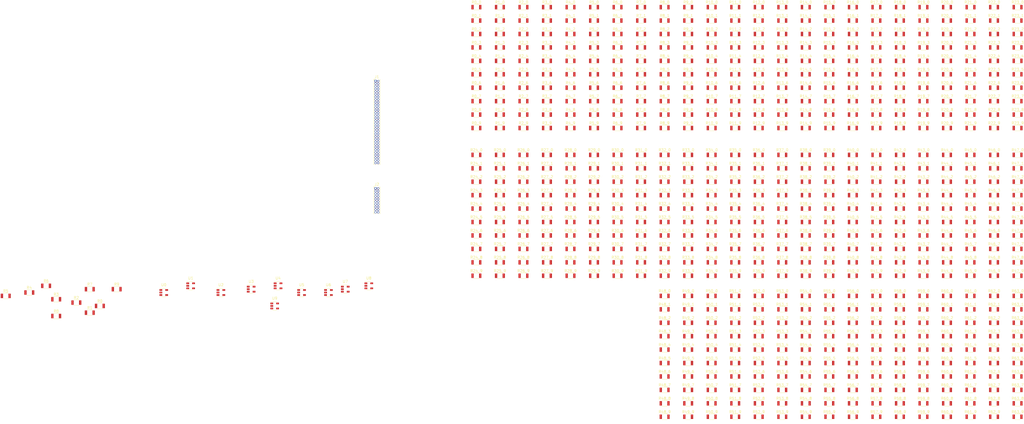
<source format=kicad_pcb>
(kicad_pcb (version 4) (host pcbnew 4.0.7)
  (layers (0 F.Cu signal) (31 B.Cu signal) (34 B.Paste user) (35 F.Paste user) (36 B.SilkS user) (37 F.SilkS user) (38 B.Mask user) (39 F.Mask user) (44 Edge.Cuts user))
  (net 0 "")
  (net 1 /C0)
  (net 2 /C1)
  (net 3 /C2)
  (net 4 /C3)
  (net 5 /C4)
  (net 6 /C5)
  (net 7 /C6)
  (net 8 /C7)
  (net 9 /C8)
  (net 10 /C9)
  (net 11 /C10)
  (net 12 /C11)
  (net 13 /C12)
  (net 14 /C13)
  (net 15 /C14)
  (net 16 /C15)
  (net 17 /C16)
  (net 18 /C17)
  (net 19 /C18)
  (net 20 /C19)
  (net 21 /C20)
  (net 22 /C21)
  (net 23 /C22)
  (net 24 /C23)
  (net 25 /C24)
  (net 26 /C25)
  (net 27 /C26)
  (net 28 /C27)
  (net 29 /C28)
  (net 30 /C29)
  (net 31 /C30)
  (net 32 /C31)
  (net 33 /C32)
  (net 34 /C33)
  (net 35 /C34)
  (net 36 /C35)
  (net 37 /C36)
  (net 38 /C37)
  (net 39 /C38)
  (net 40 /C39)
  (net 41 /C40)
  (net 42 /C41)
  (net 43 /C42)
  (net 44 /C43)
  (net 45 /C44)
  (net 46 /C45)
  (net 47 /C46)
  (net 48 /C47)
  (net 49 /C48)
  (net 50 /C49)
  (net 51 /C50)
  (net 52 /C51)
  (net 53 /C52)
  (net 54 /C53)
  (net 55 /C54)
  (net 56 /C55)
  (net 57 /C56)
  (net 58 /C57)
  (net 59 /C58)
  (net 60 /C59)
  (net 61 /C60)
  (net 62 /C61)
  (net 63 /C62)
  (net 64 /C63)
  (net 65 /op_amps/out0_v)
  (net 66 /op_amps/out1_v)
  (net 67 /op_amps/out2_v)
  (net 68 /op_amps/out3_v)
  (net 69 /op_amps/out4_v)
  (net 70 /op_amps/out5_v)
  (net 71 /op_amps/out6_v)
  (net 72 /op_amps/out7_v)
  (net 73 /op_amps/out8_v)
  (net 74 /op_amps/out9_v)
  (net 75 VDD)
  (net 76 GND)
  (net 77 /resistor_network/OUT0)
  (net 78 /resistor_network/OUT1)
  (net 79 /resistor_network/OUT2)
  (net 80 /resistor_network/OUT3)
  (net 81 /resistor_network/OUT4)
  (net 82 /resistor_network/OUT5)
  (net 83 /resistor_network/OUT6)
  (net 84 /resistor_network/OUT7)
  (net 85 /resistor_network/OUT8)
  (net 86 /resistor_network/OUT9)
  (net 87 "/resistor_network/inputs 16-31/out0_i")
  (net 88 "/resistor_network/inputs 16-31/in16_v")
  (net 89 "/resistor_network/inputs 16-31/out1_i")
  (net 90 "/resistor_network/inputs 16-31/out2_i")
  (net 91 "/resistor_network/inputs 16-31/out3_i")
  (net 92 "/resistor_network/inputs 16-31/out4_i")
  (net 93 "/resistor_network/inputs 16-31/out5_i")
  (net 94 "/resistor_network/inputs 16-31/out6_i")
  (net 95 "/resistor_network/inputs 16-31/out7_i")
  (net 96 "/resistor_network/inputs 16-31/out8_i")
  (net 97 "/resistor_network/inputs 16-31/out9_i")
  (net 98 "/resistor_network/inputs 16-31/in17_v")
  (net 99 "/resistor_network/inputs 16-31/in18_v")
  (net 100 "/resistor_network/inputs 16-31/in19_v")
  (net 101 "/resistor_network/inputs 16-31/in20_v")
  (net 102 "/resistor_network/inputs 16-31/in21_v")
  (net 103 "/resistor_network/inputs 16-31/in22_v")
  (net 104 "/resistor_network/inputs 16-31/in23_v")
  (net 105 "/resistor_network/inputs 16-31/in24_v")
  (net 106 "/resistor_network/inputs 16-31/in25_v")
  (net 107 "/resistor_network/inputs 16-31/in26_v")
  (net 108 "/resistor_network/inputs 16-31/in27_v")
  (net 109 "/resistor_network/inputs 16-31/in28_v")
  (net 110 "/resistor_network/inputs 16-31/in29_v")
  (net 111 "/resistor_network/inputs 16-31/in30_v")
  (net 112 "/resistor_network/inputs 16-31/in31_v")
  (net 113 "/resistor_network/inputs 32-47/out0_i")
  (net 114 "/resistor_network/inputs 32-47/in32_v")
  (net 115 "/resistor_network/inputs 32-47/out1_i")
  (net 116 "/resistor_network/inputs 32-47/out2_i")
  (net 117 "/resistor_network/inputs 32-47/out3_i")
  (net 118 "/resistor_network/inputs 32-47/out4_i")
  (net 119 "/resistor_network/inputs 32-47/out5_i")
  (net 120 "/resistor_network/inputs 32-47/out6_i")
  (net 121 "/resistor_network/inputs 32-47/out7_i")
  (net 122 "/resistor_network/inputs 32-47/out8_i")
  (net 123 "/resistor_network/inputs 32-47/out9_i")
  (net 124 "/resistor_network/inputs 32-47/in33_v")
  (net 125 "/resistor_network/inputs 32-47/in34_v")
  (net 126 "/resistor_network/inputs 32-47/in35_v")
  (net 127 "/resistor_network/inputs 32-47/in36_v")
  (net 128 "/resistor_network/inputs 32-47/in37_v")
  (net 129 "/resistor_network/inputs 32-47/in38_v")
  (net 130 "/resistor_network/inputs 32-47/in39_v")
  (net 131 "/resistor_network/inputs 32-47/in40_v")
  (net 132 "/resistor_network/inputs 32-47/in41_v")
  (net 133 "/resistor_network/inputs 32-47/in42_v")
  (net 134 "/resistor_network/inputs 32-47/in43_v")
  (net 135 "/resistor_network/inputs 32-47/in44_v")
  (net 136 "/resistor_network/inputs 32-47/in45_v")
  (net 137 "/resistor_network/inputs 32-47/in46_v")
  (net 138 "/resistor_network/inputs 32-47/in47_v")
  (net 139 "/resistor_network/inputs 48-63/out0_i")
  (net 140 "/resistor_network/inputs 48-63/in48_v")
  (net 141 "/resistor_network/inputs 48-63/out1_i")
  (net 142 "/resistor_network/inputs 48-63/out2_i")
  (net 143 "/resistor_network/inputs 48-63/out3_i")
  (net 144 "/resistor_network/inputs 48-63/out4_i")
  (net 145 "/resistor_network/inputs 48-63/out5_i")
  (net 146 "/resistor_network/inputs 48-63/out6_i")
  (net 147 "/resistor_network/inputs 48-63/out7_i")
  (net 148 "/resistor_network/inputs 48-63/out8_i")
  (net 149 "/resistor_network/inputs 48-63/out9_i")
  (net 150 "/resistor_network/inputs 48-63/in49_v")
  (net 151 "/resistor_network/inputs 48-63/in50_v")
  (net 152 "/resistor_network/inputs 48-63/in51_v")
  (net 153 "/resistor_network/inputs 48-63/in52_v")
  (net 154 "/resistor_network/inputs 48-63/in53_v")
  (net 155 "/resistor_network/inputs 48-63/in54_v")
  (net 156 "/resistor_network/inputs 48-63/in55_v")
  (net 157 "/resistor_network/inputs 48-63/in56_v")
  (net 158 "/resistor_network/inputs 48-63/in57_v")
  (net 159 "/resistor_network/inputs 48-63/in58_v")
  (net 160 "/resistor_network/inputs 48-63/in59_v")
  (net 161 "/resistor_network/inputs 48-63/in60_v")
  (net 162 "/resistor_network/inputs 48-63/in61_v")
  (net 163 "/resistor_network/inputs 48-63/in62_v")
  (net 164 "/resistor_network/inputs 48-63/in63_v")
  (module Connector_PinHeader_1.00mm:PinHeader_2x32_P1.00mm_Vertical (layer F.Cu) (at 26.67 50.8)
    (fp_text reference J1 (at 0.5 -1.56) (layer F.SilkS))
    (fp_text value Conn_02x32_Top_Bottom)
    (pad 1 thru_hole rect (at 0 0) (size 0.85 0.85) (drill 0.5) (layers *.Cu *.Mask) (net 1 /C0))
    (pad 2 thru_hole oval (at 1 0) (size 0.85 0.85) (drill 0.5) (layers *.Cu *.Mask) (net 2 /C1))
    (pad 3 thru_hole oval (at 0 1) (size 0.85 0.85) (drill 0.5) (layers *.Cu *.Mask) (net 3 /C2))
    (pad 4 thru_hole oval (at 1 1) (size 0.85 0.85) (drill 0.5) (layers *.Cu *.Mask) (net 4 /C3))
    (pad 5 thru_hole oval (at 0 2) (size 0.85 0.85) (drill 0.5) (layers *.Cu *.Mask) (net 5 /C4))
    (pad 6 thru_hole oval (at 1 2) (size 0.85 0.85) (drill 0.5) (layers *.Cu *.Mask) (net 6 /C5))
    (pad 7 thru_hole oval (at 0 3) (size 0.85 0.85) (drill 0.5) (layers *.Cu *.Mask) (net 7 /C6))
    (pad 8 thru_hole oval (at 1 3) (size 0.85 0.85) (drill 0.5) (layers *.Cu *.Mask) (net 8 /C7))
    (pad 9 thru_hole oval (at 0 4) (size 0.85 0.85) (drill 0.5) (layers *.Cu *.Mask) (net 9 /C8))
    (pad 10 thru_hole oval (at 1 4) (size 0.85 0.85) (drill 0.5) (layers *.Cu *.Mask) (net 10 /C9))
    (pad 11 thru_hole oval (at 0 5) (size 0.85 0.85) (drill 0.5) (layers *.Cu *.Mask) (net 11 /C10))
    (pad 12 thru_hole oval (at 1 5) (size 0.85 0.85) (drill 0.5) (layers *.Cu *.Mask) (net 12 /C11))
    (pad 13 thru_hole oval (at 0 6) (size 0.85 0.85) (drill 0.5) (layers *.Cu *.Mask) (net 13 /C12))
    (pad 14 thru_hole oval (at 1 6) (size 0.85 0.85) (drill 0.5) (layers *.Cu *.Mask) (net 14 /C13))
    (pad 15 thru_hole oval (at 0 7) (size 0.85 0.85) (drill 0.5) (layers *.Cu *.Mask) (net 15 /C14))
    (pad 16 thru_hole oval (at 1 7) (size 0.85 0.85) (drill 0.5) (layers *.Cu *.Mask) (net 16 /C15))
    (pad 17 thru_hole oval (at 0 8) (size 0.85 0.85) (drill 0.5) (layers *.Cu *.Mask) (net 17 /C16))
    (pad 18 thru_hole oval (at 1 8) (size 0.85 0.85) (drill 0.5) (layers *.Cu *.Mask) (net 18 /C17))
    (pad 19 thru_hole oval (at 0 9) (size 0.85 0.85) (drill 0.5) (layers *.Cu *.Mask) (net 19 /C18))
    (pad 20 thru_hole oval (at 1 9) (size 0.85 0.85) (drill 0.5) (layers *.Cu *.Mask) (net 20 /C19))
    (pad 21 thru_hole oval (at 0 10) (size 0.85 0.85) (drill 0.5) (layers *.Cu *.Mask) (net 21 /C20))
    (pad 22 thru_hole oval (at 1 10) (size 0.85 0.85) (drill 0.5) (layers *.Cu *.Mask) (net 22 /C21))
    (pad 23 thru_hole oval (at 0 11) (size 0.85 0.85) (drill 0.5) (layers *.Cu *.Mask) (net 23 /C22))
    (pad 24 thru_hole oval (at 1 11) (size 0.85 0.85) (drill 0.5) (layers *.Cu *.Mask) (net 24 /C23))
    (pad 25 thru_hole oval (at 0 12) (size 0.85 0.85) (drill 0.5) (layers *.Cu *.Mask) (net 25 /C24))
    (pad 26 thru_hole oval (at 1 12) (size 0.85 0.85) (drill 0.5) (layers *.Cu *.Mask) (net 26 /C25))
    (pad 27 thru_hole oval (at 0 13) (size 0.85 0.85) (drill 0.5) (layers *.Cu *.Mask) (net 27 /C26))
    (pad 28 thru_hole oval (at 1 13) (size 0.85 0.85) (drill 0.5) (layers *.Cu *.Mask) (net 28 /C27))
    (pad 29 thru_hole oval (at 0 14) (size 0.85 0.85) (drill 0.5) (layers *.Cu *.Mask) (net 29 /C28))
    (pad 30 thru_hole oval (at 1 14) (size 0.85 0.85) (drill 0.5) (layers *.Cu *.Mask) (net 30 /C29))
    (pad 31 thru_hole oval (at 0 15) (size 0.85 0.85) (drill 0.5) (layers *.Cu *.Mask) (net 31 /C30))
    (pad 32 thru_hole oval (at 1 15) (size 0.85 0.85) (drill 0.5) (layers *.Cu *.Mask) (net 32 /C31))
    (pad 33 thru_hole oval (at 0 16) (size 0.85 0.85) (drill 0.5) (layers *.Cu *.Mask) (net 33 /C32))
    (pad 34 thru_hole oval (at 1 16) (size 0.85 0.85) (drill 0.5) (layers *.Cu *.Mask) (net 34 /C33))
    (pad 35 thru_hole oval (at 0 17) (size 0.85 0.85) (drill 0.5) (layers *.Cu *.Mask) (net 35 /C34))
    (pad 36 thru_hole oval (at 1 17) (size 0.85 0.85) (drill 0.5) (layers *.Cu *.Mask) (net 36 /C35))
    (pad 37 thru_hole oval (at 0 18) (size 0.85 0.85) (drill 0.5) (layers *.Cu *.Mask) (net 37 /C36))
    (pad 38 thru_hole oval (at 1 18) (size 0.85 0.85) (drill 0.5) (layers *.Cu *.Mask) (net 38 /C37))
    (pad 39 thru_hole oval (at 0 19) (size 0.85 0.85) (drill 0.5) (layers *.Cu *.Mask) (net 39 /C38))
    (pad 40 thru_hole oval (at 1 19) (size 0.85 0.85) (drill 0.5) (layers *.Cu *.Mask) (net 40 /C39))
    (pad 41 thru_hole oval (at 0 20) (size 0.85 0.85) (drill 0.5) (layers *.Cu *.Mask) (net 41 /C40))
    (pad 42 thru_hole oval (at 1 20) (size 0.85 0.85) (drill 0.5) (layers *.Cu *.Mask) (net 42 /C41))
    (pad 43 thru_hole oval (at 0 21) (size 0.85 0.85) (drill 0.5) (layers *.Cu *.Mask) (net 43 /C42))
    (pad 44 thru_hole oval (at 1 21) (size 0.85 0.85) (drill 0.5) (layers *.Cu *.Mask) (net 44 /C43))
    (pad 45 thru_hole oval (at 0 22) (size 0.85 0.85) (drill 0.5) (layers *.Cu *.Mask) (net 45 /C44))
    (pad 46 thru_hole oval (at 1 22) (size 0.85 0.85) (drill 0.5) (layers *.Cu *.Mask) (net 46 /C45))
    (pad 47 thru_hole oval (at 0 23) (size 0.85 0.85) (drill 0.5) (layers *.Cu *.Mask) (net 47 /C46))
    (pad 48 thru_hole oval (at 1 23) (size 0.85 0.85) (drill 0.5) (layers *.Cu *.Mask) (net 48 /C47))
    (pad 49 thru_hole oval (at 0 24) (size 0.85 0.85) (drill 0.5) (layers *.Cu *.Mask) (net 49 /C48))
    (pad 50 thru_hole oval (at 1 24) (size 0.85 0.85) (drill 0.5) (layers *.Cu *.Mask) (net 50 /C49))
    (pad 51 thru_hole oval (at 0 25) (size 0.85 0.85) (drill 0.5) (layers *.Cu *.Mask) (net 51 /C50))
    (pad 52 thru_hole oval (at 1 25) (size 0.85 0.85) (drill 0.5) (layers *.Cu *.Mask) (net 52 /C51))
    (pad 53 thru_hole oval (at 0 26) (size 0.85 0.85) (drill 0.5) (layers *.Cu *.Mask) (net 53 /C52))
    (pad 54 thru_hole oval (at 1 26) (size 0.85 0.85) (drill 0.5) (layers *.Cu *.Mask) (net 54 /C53))
    (pad 55 thru_hole oval (at 0 27) (size 0.85 0.85) (drill 0.5) (layers *.Cu *.Mask) (net 55 /C54))
    (pad 56 thru_hole oval (at 1 27) (size 0.85 0.85) (drill 0.5) (layers *.Cu *.Mask) (net 56 /C55))
    (pad 57 thru_hole oval (at 0 28) (size 0.85 0.85) (drill 0.5) (layers *.Cu *.Mask) (net 57 /C56))
    (pad 58 thru_hole oval (at 1 28) (size 0.85 0.85) (drill 0.5) (layers *.Cu *.Mask) (net 58 /C57))
    (pad 59 thru_hole oval (at 0 29) (size 0.85 0.85) (drill 0.5) (layers *.Cu *.Mask) (net 59 /C58))
    (pad 60 thru_hole oval (at 1 29) (size 0.85 0.85) (drill 0.5) (layers *.Cu *.Mask) (net 60 /C59))
    (pad 61 thru_hole oval (at 0 30) (size 0.85 0.85) (drill 0.5) (layers *.Cu *.Mask) (net 61 /C60))
    (pad 62 thru_hole oval (at 1 30) (size 0.85 0.85) (drill 0.5) (layers *.Cu *.Mask) (net 62 /C61))
    (pad 63 thru_hole oval (at 0 31) (size 0.85 0.85) (drill 0.5) (layers *.Cu *.Mask) (net 63 /C62))
    (pad 64 thru_hole oval (at 1 31) (size 0.85 0.85) (drill 0.5) (layers *.Cu *.Mask) (net 64 /C63))
  )
  (module Connector_PinHeader_1.00mm:PinHeader_2x10_P1.00mm_Vertical (layer F.Cu) (at 26.67 91.44)
    (fp_text reference J2 (at 0.5 -1.56) (layer F.SilkS))
    (fp_text value Conn_02x10_Top_Bottom)
    (pad 1 thru_hole rect (at 0 0) (size 0.85 0.85) (drill 0.5) (layers *.Cu *.Mask) (net 65 /op_amps/out0_v))
    (pad 2 thru_hole oval (at 1 0) (size 0.85 0.85) (drill 0.5) (layers *.Cu *.Mask) (net 66 /op_amps/out1_v))
    (pad 3 thru_hole oval (at 0 1) (size 0.85 0.85) (drill 0.5) (layers *.Cu *.Mask) (net 67 /op_amps/out2_v))
    (pad 4 thru_hole oval (at 1 1) (size 0.85 0.85) (drill 0.5) (layers *.Cu *.Mask) (net 68 /op_amps/out3_v))
    (pad 5 thru_hole oval (at 0 2) (size 0.85 0.85) (drill 0.5) (layers *.Cu *.Mask) (net 69 /op_amps/out4_v))
    (pad 6 thru_hole oval (at 1 2) (size 0.85 0.85) (drill 0.5) (layers *.Cu *.Mask) (net 70 /op_amps/out5_v))
    (pad 7 thru_hole oval (at 0 3) (size 0.85 0.85) (drill 0.5) (layers *.Cu *.Mask) (net 71 /op_amps/out6_v))
    (pad 8 thru_hole oval (at 1 3) (size 0.85 0.85) (drill 0.5) (layers *.Cu *.Mask) (net 72 /op_amps/out7_v))
    (pad 9 thru_hole oval (at 0 4) (size 0.85 0.85) (drill 0.5) (layers *.Cu *.Mask) (net 73 /op_amps/out8_v))
    (pad 10 thru_hole oval (at 1 4) (size 0.85 0.85) (drill 0.5) (layers *.Cu *.Mask) (net 74 /op_amps/out9_v))
    (pad 11 thru_hole oval (at 0 5) (size 0.85 0.85) (drill 0.5) (layers *.Cu *.Mask) (net 75 VDD))
    (pad 12 thru_hole oval (at 1 5) (size 0.85 0.85) (drill 0.5) (layers *.Cu *.Mask) (net 75 VDD))
    (pad 13 thru_hole oval (at 0 6) (size 0.85 0.85) (drill 0.5) (layers *.Cu *.Mask) (net 75 VDD))
    (pad 14 thru_hole oval (at 1 6) (size 0.85 0.85) (drill 0.5) (layers *.Cu *.Mask) (net 76 GND))
    (pad 15 thru_hole oval (at 0 7) (size 0.85 0.85) (drill 0.5) (layers *.Cu *.Mask) (net 76 GND))
    (pad 16 thru_hole oval (at 1 7) (size 0.85 0.85) (drill 0.5) (layers *.Cu *.Mask) (net 76 GND))
    (pad 17 thru_hole oval (at 0 8) (size 0.85 0.85) (drill 0.5) (layers *.Cu *.Mask) (net 76 GND))
    (pad 18 thru_hole oval (at 1 8) (size 0.85 0.85) (drill 0.5) (layers *.Cu *.Mask) (net 76 GND))
    (pad 19 thru_hole oval (at 0 9) (size 0.85 0.85) (drill 0.5) (layers *.Cu *.Mask) (net 76 GND))
    (pad 20 thru_hole oval (at 1 9) (size 0.85 0.85) (drill 0.5) (layers *.Cu *.Mask) (net 76 GND))
  )
  (module Resistors_SMD:R_1206 (layer F.Cu) (at -77.47 135.89)
    (fp_text reference R0 (at 0 -1.85) (layer F.SilkS))
    (fp_text value 1k)
    (pad 1 smd rect (at -1.45 0) (size 0.9 1.7) (layers F.Cu F.Paste F.Mask) (net 65 /op_amps/out0_v))
    (pad 2 smd rect (at 1.45 0) (size 0.9 1.7) (layers F.Cu F.Paste F.Mask) (net 77 /resistor_network/OUT0))
  )
  (module Resistors_SMD:R_1206 (layer F.Cu) (at 64.77 22.86)
    (fp_text reference R0_0 (at 0 -1.85) (layer F.SilkS))
    (fp_text value 9999)
    (pad 1 smd rect (at -1.45 0) (size 0.9 1.7) (layers F.Cu F.Paste F.Mask) (net 77 /resistor_network/OUT0))
    (pad 2 smd rect (at 1.45 0) (size 0.9 1.7) (layers F.Cu F.Paste F.Mask) (net 1 /C0))
  )
  (module Resistors_SMD:R_1206 (layer F.Cu) (at 64.77 27.94)
    (fp_text reference R0_1 (at 0 -1.85) (layer F.SilkS))
    (fp_text value 10k)
    (pad 1 smd rect (at -1.45 0) (size 0.9 1.7) (layers F.Cu F.Paste F.Mask) (net 78 /resistor_network/OUT1))
    (pad 2 smd rect (at 1.45 0) (size 0.9 1.7) (layers F.Cu F.Paste F.Mask) (net 1 /C0))
  )
  (module Resistors_SMD:R_1206 (layer F.Cu) (at 64.77 33.02)
    (fp_text reference R0_2 (at 0 -1.85) (layer F.SilkS))
    (fp_text value 9999)
    (pad 1 smd rect (at -1.45 0) (size 0.9 1.7) (layers F.Cu F.Paste F.Mask) (net 79 /resistor_network/OUT2))
    (pad 2 smd rect (at 1.45 0) (size 0.9 1.7) (layers F.Cu F.Paste F.Mask) (net 1 /C0))
  )
  (module Resistors_SMD:R_1206 (layer F.Cu) (at 64.77 38.1)
    (fp_text reference R0_3 (at 0 -1.85) (layer F.SilkS))
    (fp_text value 9999)
    (pad 1 smd rect (at -1.45 0) (size 0.9 1.7) (layers F.Cu F.Paste F.Mask) (net 80 /resistor_network/OUT3))
    (pad 2 smd rect (at 1.45 0) (size 0.9 1.7) (layers F.Cu F.Paste F.Mask) (net 1 /C0))
  )
  (module Resistors_SMD:R_1206 (layer F.Cu) (at 64.77 43.18)
    (fp_text reference R0_4 (at 0 -1.85) (layer F.SilkS))
    (fp_text value 10k)
    (pad 1 smd rect (at -1.45 0) (size 0.9 1.7) (layers F.Cu F.Paste F.Mask) (net 81 /resistor_network/OUT4))
    (pad 2 smd rect (at 1.45 0) (size 0.9 1.7) (layers F.Cu F.Paste F.Mask) (net 1 /C0))
  )
  (module Resistors_SMD:R_1206 (layer F.Cu) (at 64.77 48.26)
    (fp_text reference R0_5 (at 0 -1.85) (layer F.SilkS))
    (fp_text value 9999)
    (pad 1 smd rect (at -1.45 0) (size 0.9 1.7) (layers F.Cu F.Paste F.Mask) (net 82 /resistor_network/OUT5))
    (pad 2 smd rect (at 1.45 0) (size 0.9 1.7) (layers F.Cu F.Paste F.Mask) (net 1 /C0))
  )
  (module Resistors_SMD:R_1206 (layer F.Cu) (at 64.77 53.34)
    (fp_text reference R0_6 (at 0 -1.85) (layer F.SilkS))
    (fp_text value 9999)
    (pad 1 smd rect (at -1.45 0) (size 0.9 1.7) (layers F.Cu F.Paste F.Mask) (net 83 /resistor_network/OUT6))
    (pad 2 smd rect (at 1.45 0) (size 0.9 1.7) (layers F.Cu F.Paste F.Mask) (net 1 /C0))
  )
  (module Resistors_SMD:R_1206 (layer F.Cu) (at 64.77 58.42)
    (fp_text reference R0_7 (at 0 -1.85) (layer F.SilkS))
    (fp_text value 10k)
    (pad 1 smd rect (at -1.45 0) (size 0.9 1.7) (layers F.Cu F.Paste F.Mask) (net 84 /resistor_network/OUT7))
    (pad 2 smd rect (at 1.45 0) (size 0.9 1.7) (layers F.Cu F.Paste F.Mask) (net 1 /C0))
  )
  (module Resistors_SMD:R_1206 (layer F.Cu) (at 64.77 63.5)
    (fp_text reference R0_8 (at 0 -1.85) (layer F.SilkS))
    (fp_text value 9999)
    (pad 1 smd rect (at -1.45 0) (size 0.9 1.7) (layers F.Cu F.Paste F.Mask) (net 85 /resistor_network/OUT8))
    (pad 2 smd rect (at 1.45 0) (size 0.9 1.7) (layers F.Cu F.Paste F.Mask) (net 1 /C0))
  )
  (module Resistors_SMD:R_1206 (layer F.Cu) (at 64.77 68.58)
    (fp_text reference R0_9 (at 0 -1.85) (layer F.SilkS))
    (fp_text value 10k)
    (pad 1 smd rect (at -1.45 0) (size 0.9 1.7) (layers F.Cu F.Paste F.Mask) (net 86 /resistor_network/OUT9))
    (pad 2 smd rect (at 1.45 0) (size 0.9 1.7) (layers F.Cu F.Paste F.Mask) (net 1 /C0))
  )
  (module Resistors_SMD:R_1206 (layer F.Cu) (at -81.28 138.43)
    (fp_text reference R1 (at 0 -1.85) (layer F.SilkS))
    (fp_text value 1k)
    (pad 1 smd rect (at -1.45 0) (size 0.9 1.7) (layers F.Cu F.Paste F.Mask) (net 66 /op_amps/out1_v))
    (pad 2 smd rect (at 1.45 0) (size 0.9 1.7) (layers F.Cu F.Paste F.Mask) (net 78 /resistor_network/OUT1))
  )
  (module Resistors_SMD:R_1206 (layer F.Cu) (at 73.66 22.86)
    (fp_text reference R1_0 (at 0 -1.85) (layer F.SilkS))
    (fp_text value 10k)
    (pad 1 smd rect (at -1.45 0) (size 0.9 1.7) (layers F.Cu F.Paste F.Mask) (net 77 /resistor_network/OUT0))
    (pad 2 smd rect (at 1.45 0) (size 0.9 1.7) (layers F.Cu F.Paste F.Mask) (net 2 /C1))
  )
  (module Resistors_SMD:R_1206 (layer F.Cu) (at 73.66 27.94)
    (fp_text reference R1_1 (at 0 -1.85) (layer F.SilkS))
    (fp_text value 9999)
    (pad 1 smd rect (at -1.45 0) (size 0.9 1.7) (layers F.Cu F.Paste F.Mask) (net 78 /resistor_network/OUT1))
    (pad 2 smd rect (at 1.45 0) (size 0.9 1.7) (layers F.Cu F.Paste F.Mask) (net 2 /C1))
  )
  (module Resistors_SMD:R_1206 (layer F.Cu) (at 73.66 33.02)
    (fp_text reference R1_2 (at 0 -1.85) (layer F.SilkS))
    (fp_text value 9999)
    (pad 1 smd rect (at -1.45 0) (size 0.9 1.7) (layers F.Cu F.Paste F.Mask) (net 79 /resistor_network/OUT2))
    (pad 2 smd rect (at 1.45 0) (size 0.9 1.7) (layers F.Cu F.Paste F.Mask) (net 2 /C1))
  )
  (module Resistors_SMD:R_1206 (layer F.Cu) (at 73.66 38.1)
    (fp_text reference R1_3 (at 0 -1.85) (layer F.SilkS))
    (fp_text value 9999)
    (pad 1 smd rect (at -1.45 0) (size 0.9 1.7) (layers F.Cu F.Paste F.Mask) (net 80 /resistor_network/OUT3))
    (pad 2 smd rect (at 1.45 0) (size 0.9 1.7) (layers F.Cu F.Paste F.Mask) (net 2 /C1))
  )
  (module Resistors_SMD:R_1206 (layer F.Cu) (at 73.66 43.18)
    (fp_text reference R1_4 (at 0 -1.85) (layer F.SilkS))
    (fp_text value 9999)
    (pad 1 smd rect (at -1.45 0) (size 0.9 1.7) (layers F.Cu F.Paste F.Mask) (net 81 /resistor_network/OUT4))
    (pad 2 smd rect (at 1.45 0) (size 0.9 1.7) (layers F.Cu F.Paste F.Mask) (net 2 /C1))
  )
  (module Resistors_SMD:R_1206 (layer F.Cu) (at 73.66 48.26)
    (fp_text reference R1_5 (at 0 -1.85) (layer F.SilkS))
    (fp_text value 9999)
    (pad 1 smd rect (at -1.45 0) (size 0.9 1.7) (layers F.Cu F.Paste F.Mask) (net 82 /resistor_network/OUT5))
    (pad 2 smd rect (at 1.45 0) (size 0.9 1.7) (layers F.Cu F.Paste F.Mask) (net 2 /C1))
  )
  (module Resistors_SMD:R_1206 (layer F.Cu) (at 73.66 53.34)
    (fp_text reference R1_6 (at 0 -1.85) (layer F.SilkS))
    (fp_text value 9999)
    (pad 1 smd rect (at -1.45 0) (size 0.9 1.7) (layers F.Cu F.Paste F.Mask) (net 83 /resistor_network/OUT6))
    (pad 2 smd rect (at 1.45 0) (size 0.9 1.7) (layers F.Cu F.Paste F.Mask) (net 2 /C1))
  )
  (module Resistors_SMD:R_1206 (layer F.Cu) (at 73.66 58.42)
    (fp_text reference R1_7 (at 0 -1.85) (layer F.SilkS))
    (fp_text value 10k)
    (pad 1 smd rect (at -1.45 0) (size 0.9 1.7) (layers F.Cu F.Paste F.Mask) (net 84 /resistor_network/OUT7))
    (pad 2 smd rect (at 1.45 0) (size 0.9 1.7) (layers F.Cu F.Paste F.Mask) (net 2 /C1))
  )
  (module Resistors_SMD:R_1206 (layer F.Cu) (at 73.66 63.5)
    (fp_text reference R1_8 (at 0 -1.85) (layer F.SilkS))
    (fp_text value 10k)
    (pad 1 smd rect (at -1.45 0) (size 0.9 1.7) (layers F.Cu F.Paste F.Mask) (net 85 /resistor_network/OUT8))
    (pad 2 smd rect (at 1.45 0) (size 0.9 1.7) (layers F.Cu F.Paste F.Mask) (net 2 /C1))
  )
  (module Resistors_SMD:R_1206 (layer F.Cu) (at 73.66 68.58)
    (fp_text reference R1_9 (at 0 -1.85) (layer F.SilkS))
    (fp_text value 10k)
    (pad 1 smd rect (at -1.45 0) (size 0.9 1.7) (layers F.Cu F.Paste F.Mask) (net 86 /resistor_network/OUT9))
    (pad 2 smd rect (at 1.45 0) (size 0.9 1.7) (layers F.Cu F.Paste F.Mask) (net 2 /C1))
  )
  (module Resistors_SMD:R_1206 (layer F.Cu) (at -86.36 134.62)
    (fp_text reference R2 (at 0 -1.85) (layer F.SilkS))
    (fp_text value 1k)
    (pad 1 smd rect (at -1.45 0) (size 0.9 1.7) (layers F.Cu F.Paste F.Mask) (net 67 /op_amps/out2_v))
    (pad 2 smd rect (at 1.45 0) (size 0.9 1.7) (layers F.Cu F.Paste F.Mask) (net 79 /resistor_network/OUT2))
  )
  (module Resistors_SMD:R_1206 (layer F.Cu) (at 82.55 22.86)
    (fp_text reference R2_0 (at 0 -1.85) (layer F.SilkS))
    (fp_text value 9999)
    (pad 1 smd rect (at -1.45 0) (size 0.9 1.7) (layers F.Cu F.Paste F.Mask) (net 77 /resistor_network/OUT0))
    (pad 2 smd rect (at 1.45 0) (size 0.9 1.7) (layers F.Cu F.Paste F.Mask) (net 3 /C2))
  )
  (module Resistors_SMD:R_1206 (layer F.Cu) (at 82.55 27.94)
    (fp_text reference R2_1 (at 0 -1.85) (layer F.SilkS))
    (fp_text value 9999)
    (pad 1 smd rect (at -1.45 0) (size 0.9 1.7) (layers F.Cu F.Paste F.Mask) (net 78 /resistor_network/OUT1))
    (pad 2 smd rect (at 1.45 0) (size 0.9 1.7) (layers F.Cu F.Paste F.Mask) (net 3 /C2))
  )
  (module Resistors_SMD:R_1206 (layer F.Cu) (at 82.55 33.02)
    (fp_text reference R2_2 (at 0 -1.85) (layer F.SilkS))
    (fp_text value 9999)
    (pad 1 smd rect (at -1.45 0) (size 0.9 1.7) (layers F.Cu F.Paste F.Mask) (net 79 /resistor_network/OUT2))
    (pad 2 smd rect (at 1.45 0) (size 0.9 1.7) (layers F.Cu F.Paste F.Mask) (net 3 /C2))
  )
  (module Resistors_SMD:R_1206 (layer F.Cu) (at 82.55 38.1)
    (fp_text reference R2_3 (at 0 -1.85) (layer F.SilkS))
    (fp_text value 9999)
    (pad 1 smd rect (at -1.45 0) (size 0.9 1.7) (layers F.Cu F.Paste F.Mask) (net 80 /resistor_network/OUT3))
    (pad 2 smd rect (at 1.45 0) (size 0.9 1.7) (layers F.Cu F.Paste F.Mask) (net 3 /C2))
  )
  (module Resistors_SMD:R_1206 (layer F.Cu) (at 82.55 43.18)
    (fp_text reference R2_4 (at 0 -1.85) (layer F.SilkS))
    (fp_text value 10k)
    (pad 1 smd rect (at -1.45 0) (size 0.9 1.7) (layers F.Cu F.Paste F.Mask) (net 81 /resistor_network/OUT4))
    (pad 2 smd rect (at 1.45 0) (size 0.9 1.7) (layers F.Cu F.Paste F.Mask) (net 3 /C2))
  )
  (module Resistors_SMD:R_1206 (layer F.Cu) (at 82.55 48.26)
    (fp_text reference R2_5 (at 0 -1.85) (layer F.SilkS))
    (fp_text value 9999)
    (pad 1 smd rect (at -1.45 0) (size 0.9 1.7) (layers F.Cu F.Paste F.Mask) (net 82 /resistor_network/OUT5))
    (pad 2 smd rect (at 1.45 0) (size 0.9 1.7) (layers F.Cu F.Paste F.Mask) (net 3 /C2))
  )
  (module Resistors_SMD:R_1206 (layer F.Cu) (at 82.55 53.34)
    (fp_text reference R2_6 (at 0 -1.85) (layer F.SilkS))
    (fp_text value 9999)
    (pad 1 smd rect (at -1.45 0) (size 0.9 1.7) (layers F.Cu F.Paste F.Mask) (net 83 /resistor_network/OUT6))
    (pad 2 smd rect (at 1.45 0) (size 0.9 1.7) (layers F.Cu F.Paste F.Mask) (net 3 /C2))
  )
  (module Resistors_SMD:R_1206 (layer F.Cu) (at 82.55 58.42)
    (fp_text reference R2_7 (at 0 -1.85) (layer F.SilkS))
    (fp_text value 10k)
    (pad 1 smd rect (at -1.45 0) (size 0.9 1.7) (layers F.Cu F.Paste F.Mask) (net 84 /resistor_network/OUT7))
    (pad 2 smd rect (at 1.45 0) (size 0.9 1.7) (layers F.Cu F.Paste F.Mask) (net 3 /C2))
  )
  (module Resistors_SMD:R_1206 (layer F.Cu) (at 82.55 63.5)
    (fp_text reference R2_8 (at 0 -1.85) (layer F.SilkS))
    (fp_text value 9999)
    (pad 1 smd rect (at -1.45 0) (size 0.9 1.7) (layers F.Cu F.Paste F.Mask) (net 85 /resistor_network/OUT8))
    (pad 2 smd rect (at 1.45 0) (size 0.9 1.7) (layers F.Cu F.Paste F.Mask) (net 3 /C2))
  )
  (module Resistors_SMD:R_1206 (layer F.Cu) (at 82.55 68.58)
    (fp_text reference R2_9 (at 0 -1.85) (layer F.SilkS))
    (fp_text value 10k)
    (pad 1 smd rect (at -1.45 0) (size 0.9 1.7) (layers F.Cu F.Paste F.Mask) (net 86 /resistor_network/OUT9))
    (pad 2 smd rect (at 1.45 0) (size 0.9 1.7) (layers F.Cu F.Paste F.Mask) (net 3 /C2))
  )
  (module Resistors_SMD:R_1206 (layer F.Cu) (at -93.98 133.35)
    (fp_text reference R3 (at 0 -1.85) (layer F.SilkS))
    (fp_text value 1k)
    (pad 1 smd rect (at -1.45 0) (size 0.9 1.7) (layers F.Cu F.Paste F.Mask) (net 68 /op_amps/out3_v))
    (pad 2 smd rect (at 1.45 0) (size 0.9 1.7) (layers F.Cu F.Paste F.Mask) (net 80 /resistor_network/OUT3))
  )
  (module Resistors_SMD:R_1206 (layer F.Cu) (at 91.44 22.86)
    (fp_text reference R3_0 (at 0 -1.85) (layer F.SilkS))
    (fp_text value 9999)
    (pad 1 smd rect (at -1.45 0) (size 0.9 1.7) (layers F.Cu F.Paste F.Mask) (net 77 /resistor_network/OUT0))
    (pad 2 smd rect (at 1.45 0) (size 0.9 1.7) (layers F.Cu F.Paste F.Mask) (net 4 /C3))
  )
  (module Resistors_SMD:R_1206 (layer F.Cu) (at 91.44 27.94)
    (fp_text reference R3_1 (at 0 -1.85) (layer F.SilkS))
    (fp_text value 9999)
    (pad 1 smd rect (at -1.45 0) (size 0.9 1.7) (layers F.Cu F.Paste F.Mask) (net 78 /resistor_network/OUT1))
    (pad 2 smd rect (at 1.45 0) (size 0.9 1.7) (layers F.Cu F.Paste F.Mask) (net 4 /C3))
  )
  (module Resistors_SMD:R_1206 (layer F.Cu) (at 91.44 33.02)
    (fp_text reference R3_2 (at 0 -1.85) (layer F.SilkS))
    (fp_text value 10k)
    (pad 1 smd rect (at -1.45 0) (size 0.9 1.7) (layers F.Cu F.Paste F.Mask) (net 79 /resistor_network/OUT2))
    (pad 2 smd rect (at 1.45 0) (size 0.9 1.7) (layers F.Cu F.Paste F.Mask) (net 4 /C3))
  )
  (module Resistors_SMD:R_1206 (layer F.Cu) (at 91.44 38.1)
    (fp_text reference R3_3 (at 0 -1.85) (layer F.SilkS))
    (fp_text value 10k)
    (pad 1 smd rect (at -1.45 0) (size 0.9 1.7) (layers F.Cu F.Paste F.Mask) (net 80 /resistor_network/OUT3))
    (pad 2 smd rect (at 1.45 0) (size 0.9 1.7) (layers F.Cu F.Paste F.Mask) (net 4 /C3))
  )
  (module Resistors_SMD:R_1206 (layer F.Cu) (at 91.44 43.18)
    (fp_text reference R3_4 (at 0 -1.85) (layer F.SilkS))
    (fp_text value 9999)
    (pad 1 smd rect (at -1.45 0) (size 0.9 1.7) (layers F.Cu F.Paste F.Mask) (net 81 /resistor_network/OUT4))
    (pad 2 smd rect (at 1.45 0) (size 0.9 1.7) (layers F.Cu F.Paste F.Mask) (net 4 /C3))
  )
  (module Resistors_SMD:R_1206 (layer F.Cu) (at 91.44 48.26)
    (fp_text reference R3_5 (at 0 -1.85) (layer F.SilkS))
    (fp_text value 9999)
    (pad 1 smd rect (at -1.45 0) (size 0.9 1.7) (layers F.Cu F.Paste F.Mask) (net 82 /resistor_network/OUT5))
    (pad 2 smd rect (at 1.45 0) (size 0.9 1.7) (layers F.Cu F.Paste F.Mask) (net 4 /C3))
  )
  (module Resistors_SMD:R_1206 (layer F.Cu) (at 91.44 53.34)
    (fp_text reference R3_6 (at 0 -1.85) (layer F.SilkS))
    (fp_text value 9999)
    (pad 1 smd rect (at -1.45 0) (size 0.9 1.7) (layers F.Cu F.Paste F.Mask) (net 83 /resistor_network/OUT6))
    (pad 2 smd rect (at 1.45 0) (size 0.9 1.7) (layers F.Cu F.Paste F.Mask) (net 4 /C3))
  )
  (module Resistors_SMD:R_1206 (layer F.Cu) (at 91.44 58.42)
    (fp_text reference R3_7 (at 0 -1.85) (layer F.SilkS))
    (fp_text value 9999)
    (pad 1 smd rect (at -1.45 0) (size 0.9 1.7) (layers F.Cu F.Paste F.Mask) (net 84 /resistor_network/OUT7))
    (pad 2 smd rect (at 1.45 0) (size 0.9 1.7) (layers F.Cu F.Paste F.Mask) (net 4 /C3))
  )
  (module Resistors_SMD:R_1206 (layer F.Cu) (at 91.44 63.5)
    (fp_text reference R3_8 (at 0 -1.85) (layer F.SilkS))
    (fp_text value 10k)
    (pad 1 smd rect (at -1.45 0) (size 0.9 1.7) (layers F.Cu F.Paste F.Mask) (net 85 /resistor_network/OUT8))
    (pad 2 smd rect (at 1.45 0) (size 0.9 1.7) (layers F.Cu F.Paste F.Mask) (net 4 /C3))
  )
  (module Resistors_SMD:R_1206 (layer F.Cu) (at 91.44 68.58)
    (fp_text reference R3_9 (at 0 -1.85) (layer F.SilkS))
    (fp_text value 9999)
    (pad 1 smd rect (at -1.45 0) (size 0.9 1.7) (layers F.Cu F.Paste F.Mask) (net 86 /resistor_network/OUT9))
    (pad 2 smd rect (at 1.45 0) (size 0.9 1.7) (layers F.Cu F.Paste F.Mask) (net 4 /C3))
  )
  (module Resistors_SMD:R_1206 (layer F.Cu) (at -104.14 130.81)
    (fp_text reference R4 (at 0 -1.85) (layer F.SilkS))
    (fp_text value 1k)
    (pad 1 smd rect (at -1.45 0) (size 0.9 1.7) (layers F.Cu F.Paste F.Mask) (net 69 /op_amps/out4_v))
    (pad 2 smd rect (at 1.45 0) (size 0.9 1.7) (layers F.Cu F.Paste F.Mask) (net 81 /resistor_network/OUT4))
  )
  (module Resistors_SMD:R_1206 (layer F.Cu) (at 100.33 22.86)
    (fp_text reference R4_0 (at 0 -1.85) (layer F.SilkS))
    (fp_text value 9999)
    (pad 1 smd rect (at -1.45 0) (size 0.9 1.7) (layers F.Cu F.Paste F.Mask) (net 77 /resistor_network/OUT0))
    (pad 2 smd rect (at 1.45 0) (size 0.9 1.7) (layers F.Cu F.Paste F.Mask) (net 5 /C4))
  )
  (module Resistors_SMD:R_1206 (layer F.Cu) (at 100.33 27.94)
    (fp_text reference R4_1 (at 0 -1.85) (layer F.SilkS))
    (fp_text value 9999)
    (pad 1 smd rect (at -1.45 0) (size 0.9 1.7) (layers F.Cu F.Paste F.Mask) (net 78 /resistor_network/OUT1))
    (pad 2 smd rect (at 1.45 0) (size 0.9 1.7) (layers F.Cu F.Paste F.Mask) (net 5 /C4))
  )
  (module Resistors_SMD:R_1206 (layer F.Cu) (at 100.33 33.02)
    (fp_text reference R4_2 (at 0 -1.85) (layer F.SilkS))
    (fp_text value 9999)
    (pad 1 smd rect (at -1.45 0) (size 0.9 1.7) (layers F.Cu F.Paste F.Mask) (net 79 /resistor_network/OUT2))
    (pad 2 smd rect (at 1.45 0) (size 0.9 1.7) (layers F.Cu F.Paste F.Mask) (net 5 /C4))
  )
  (module Resistors_SMD:R_1206 (layer F.Cu) (at 100.33 38.1)
    (fp_text reference R4_3 (at 0 -1.85) (layer F.SilkS))
    (fp_text value 10k)
    (pad 1 smd rect (at -1.45 0) (size 0.9 1.7) (layers F.Cu F.Paste F.Mask) (net 80 /resistor_network/OUT3))
    (pad 2 smd rect (at 1.45 0) (size 0.9 1.7) (layers F.Cu F.Paste F.Mask) (net 5 /C4))
  )
  (module Resistors_SMD:R_1206 (layer F.Cu) (at 100.33 43.18)
    (fp_text reference R4_4 (at 0 -1.85) (layer F.SilkS))
    (fp_text value 9999)
    (pad 1 smd rect (at -1.45 0) (size 0.9 1.7) (layers F.Cu F.Paste F.Mask) (net 81 /resistor_network/OUT4))
    (pad 2 smd rect (at 1.45 0) (size 0.9 1.7) (layers F.Cu F.Paste F.Mask) (net 5 /C4))
  )
  (module Resistors_SMD:R_1206 (layer F.Cu) (at 100.33 48.26)
    (fp_text reference R4_5 (at 0 -1.85) (layer F.SilkS))
    (fp_text value 10k)
    (pad 1 smd rect (at -1.45 0) (size 0.9 1.7) (layers F.Cu F.Paste F.Mask) (net 82 /resistor_network/OUT5))
    (pad 2 smd rect (at 1.45 0) (size 0.9 1.7) (layers F.Cu F.Paste F.Mask) (net 5 /C4))
  )
  (module Resistors_SMD:R_1206 (layer F.Cu) (at 100.33 53.34)
    (fp_text reference R4_6 (at 0 -1.85) (layer F.SilkS))
    (fp_text value 9999)
    (pad 1 smd rect (at -1.45 0) (size 0.9 1.7) (layers F.Cu F.Paste F.Mask) (net 83 /resistor_network/OUT6))
    (pad 2 smd rect (at 1.45 0) (size 0.9 1.7) (layers F.Cu F.Paste F.Mask) (net 5 /C4))
  )
  (module Resistors_SMD:R_1206 (layer F.Cu) (at 100.33 58.42)
    (fp_text reference R4_7 (at 0 -1.85) (layer F.SilkS))
    (fp_text value 10k)
    (pad 1 smd rect (at -1.45 0) (size 0.9 1.7) (layers F.Cu F.Paste F.Mask) (net 84 /resistor_network/OUT7))
    (pad 2 smd rect (at 1.45 0) (size 0.9 1.7) (layers F.Cu F.Paste F.Mask) (net 5 /C4))
  )
  (module Resistors_SMD:R_1206 (layer F.Cu) (at 100.33 63.5)
    (fp_text reference R4_8 (at 0 -1.85) (layer F.SilkS))
    (fp_text value 9999)
    (pad 1 smd rect (at -1.45 0) (size 0.9 1.7) (layers F.Cu F.Paste F.Mask) (net 85 /resistor_network/OUT8))
    (pad 2 smd rect (at 1.45 0) (size 0.9 1.7) (layers F.Cu F.Paste F.Mask) (net 5 /C4))
  )
  (module Resistors_SMD:R_1206 (layer F.Cu) (at 100.33 68.58)
    (fp_text reference R4_9 (at 0 -1.85) (layer F.SilkS))
    (fp_text value 9999)
    (pad 1 smd rect (at -1.45 0) (size 0.9 1.7) (layers F.Cu F.Paste F.Mask) (net 86 /resistor_network/OUT9))
    (pad 2 smd rect (at 1.45 0) (size 0.9 1.7) (layers F.Cu F.Paste F.Mask) (net 5 /C4))
  )
  (module Resistors_SMD:R_1206 (layer F.Cu) (at -113.03 132.08)
    (fp_text reference R5 (at 0 -1.85) (layer F.SilkS))
    (fp_text value 1k)
    (pad 1 smd rect (at -1.45 0) (size 0.9 1.7) (layers F.Cu F.Paste F.Mask) (net 70 /op_amps/out5_v))
    (pad 2 smd rect (at 1.45 0) (size 0.9 1.7) (layers F.Cu F.Paste F.Mask) (net 82 /resistor_network/OUT5))
  )
  (module Resistors_SMD:R_1206 (layer F.Cu) (at 109.22 22.86)
    (fp_text reference R5_0 (at 0 -1.85) (layer F.SilkS))
    (fp_text value 9999)
    (pad 1 smd rect (at -1.45 0) (size 0.9 1.7) (layers F.Cu F.Paste F.Mask) (net 77 /resistor_network/OUT0))
    (pad 2 smd rect (at 1.45 0) (size 0.9 1.7) (layers F.Cu F.Paste F.Mask) (net 6 /C5))
  )
  (module Resistors_SMD:R_1206 (layer F.Cu) (at 109.22 27.94)
    (fp_text reference R5_1 (at 0 -1.85) (layer F.SilkS))
    (fp_text value 9999)
    (pad 1 smd rect (at -1.45 0) (size 0.9 1.7) (layers F.Cu F.Paste F.Mask) (net 78 /resistor_network/OUT1))
    (pad 2 smd rect (at 1.45 0) (size 0.9 1.7) (layers F.Cu F.Paste F.Mask) (net 6 /C5))
  )
  (module Resistors_SMD:R_1206 (layer F.Cu) (at 109.22 33.02)
    (fp_text reference R5_2 (at 0 -1.85) (layer F.SilkS))
    (fp_text value 9999)
    (pad 1 smd rect (at -1.45 0) (size 0.9 1.7) (layers F.Cu F.Paste F.Mask) (net 79 /resistor_network/OUT2))
    (pad 2 smd rect (at 1.45 0) (size 0.9 1.7) (layers F.Cu F.Paste F.Mask) (net 6 /C5))
  )
  (module Resistors_SMD:R_1206 (layer F.Cu) (at 109.22 38.1)
    (fp_text reference R5_3 (at 0 -1.85) (layer F.SilkS))
    (fp_text value 10k)
    (pad 1 smd rect (at -1.45 0) (size 0.9 1.7) (layers F.Cu F.Paste F.Mask) (net 80 /resistor_network/OUT3))
    (pad 2 smd rect (at 1.45 0) (size 0.9 1.7) (layers F.Cu F.Paste F.Mask) (net 6 /C5))
  )
  (module Resistors_SMD:R_1206 (layer F.Cu) (at 109.22 43.18)
    (fp_text reference R5_4 (at 0 -1.85) (layer F.SilkS))
    (fp_text value 9999)
    (pad 1 smd rect (at -1.45 0) (size 0.9 1.7) (layers F.Cu F.Paste F.Mask) (net 81 /resistor_network/OUT4))
    (pad 2 smd rect (at 1.45 0) (size 0.9 1.7) (layers F.Cu F.Paste F.Mask) (net 6 /C5))
  )
  (module Resistors_SMD:R_1206 (layer F.Cu) (at 109.22 48.26)
    (fp_text reference R5_5 (at 0 -1.85) (layer F.SilkS))
    (fp_text value 9999)
    (pad 1 smd rect (at -1.45 0) (size 0.9 1.7) (layers F.Cu F.Paste F.Mask) (net 82 /resistor_network/OUT5))
    (pad 2 smd rect (at 1.45 0) (size 0.9 1.7) (layers F.Cu F.Paste F.Mask) (net 6 /C5))
  )
  (module Resistors_SMD:R_1206 (layer F.Cu) (at 109.22 53.34)
    (fp_text reference R5_6 (at 0 -1.85) (layer F.SilkS))
    (fp_text value 9999)
    (pad 1 smd rect (at -1.45 0) (size 0.9 1.7) (layers F.Cu F.Paste F.Mask) (net 83 /resistor_network/OUT6))
    (pad 2 smd rect (at 1.45 0) (size 0.9 1.7) (layers F.Cu F.Paste F.Mask) (net 6 /C5))
  )
  (module Resistors_SMD:R_1206 (layer F.Cu) (at 109.22 58.42)
    (fp_text reference R5_7 (at 0 -1.85) (layer F.SilkS))
    (fp_text value 9999)
    (pad 1 smd rect (at -1.45 0) (size 0.9 1.7) (layers F.Cu F.Paste F.Mask) (net 84 /resistor_network/OUT7))
    (pad 2 smd rect (at 1.45 0) (size 0.9 1.7) (layers F.Cu F.Paste F.Mask) (net 6 /C5))
  )
  (module Resistors_SMD:R_1206 (layer F.Cu) (at 109.22 63.5)
    (fp_text reference R5_8 (at 0 -1.85) (layer F.SilkS))
    (fp_text value 10k)
    (pad 1 smd rect (at -1.45 0) (size 0.9 1.7) (layers F.Cu F.Paste F.Mask) (net 85 /resistor_network/OUT8))
    (pad 2 smd rect (at 1.45 0) (size 0.9 1.7) (layers F.Cu F.Paste F.Mask) (net 6 /C5))
  )
  (module Resistors_SMD:R_1206 (layer F.Cu) (at 109.22 68.58)
    (fp_text reference R5_9 (at 0 -1.85) (layer F.SilkS))
    (fp_text value 10k)
    (pad 1 smd rect (at -1.45 0) (size 0.9 1.7) (layers F.Cu F.Paste F.Mask) (net 86 /resistor_network/OUT9))
    (pad 2 smd rect (at 1.45 0) (size 0.9 1.7) (layers F.Cu F.Paste F.Mask) (net 6 /C5))
  )
  (module Resistors_SMD:R_1206 (layer F.Cu) (at -97.79 128.27)
    (fp_text reference R6 (at 0 -1.85) (layer F.SilkS))
    (fp_text value 1k)
    (pad 1 smd rect (at -1.45 0) (size 0.9 1.7) (layers F.Cu F.Paste F.Mask) (net 71 /op_amps/out6_v))
    (pad 2 smd rect (at 1.45 0) (size 0.9 1.7) (layers F.Cu F.Paste F.Mask) (net 83 /resistor_network/OUT6))
  )
  (module Resistors_SMD:R_1206 (layer F.Cu) (at 118.11 22.86)
    (fp_text reference R6_0 (at 0 -1.85) (layer F.SilkS))
    (fp_text value 9999)
    (pad 1 smd rect (at -1.45 0) (size 0.9 1.7) (layers F.Cu F.Paste F.Mask) (net 77 /resistor_network/OUT0))
    (pad 2 smd rect (at 1.45 0) (size 0.9 1.7) (layers F.Cu F.Paste F.Mask) (net 7 /C6))
  )
  (module Resistors_SMD:R_1206 (layer F.Cu) (at 118.11 27.94)
    (fp_text reference R6_1 (at 0 -1.85) (layer F.SilkS))
    (fp_text value 9999)
    (pad 1 smd rect (at -1.45 0) (size 0.9 1.7) (layers F.Cu F.Paste F.Mask) (net 78 /resistor_network/OUT1))
    (pad 2 smd rect (at 1.45 0) (size 0.9 1.7) (layers F.Cu F.Paste F.Mask) (net 7 /C6))
  )
  (module Resistors_SMD:R_1206 (layer F.Cu) (at 118.11 33.02)
    (fp_text reference R6_2 (at 0 -1.85) (layer F.SilkS))
    (fp_text value 10k)
    (pad 1 smd rect (at -1.45 0) (size 0.9 1.7) (layers F.Cu F.Paste F.Mask) (net 79 /resistor_network/OUT2))
    (pad 2 smd rect (at 1.45 0) (size 0.9 1.7) (layers F.Cu F.Paste F.Mask) (net 7 /C6))
  )
  (module Resistors_SMD:R_1206 (layer F.Cu) (at 118.11 38.1)
    (fp_text reference R6_3 (at 0 -1.85) (layer F.SilkS))
    (fp_text value 10k)
    (pad 1 smd rect (at -1.45 0) (size 0.9 1.7) (layers F.Cu F.Paste F.Mask) (net 80 /resistor_network/OUT3))
    (pad 2 smd rect (at 1.45 0) (size 0.9 1.7) (layers F.Cu F.Paste F.Mask) (net 7 /C6))
  )
  (module Resistors_SMD:R_1206 (layer F.Cu) (at 118.11 43.18)
    (fp_text reference R6_4 (at 0 -1.85) (layer F.SilkS))
    (fp_text value 10k)
    (pad 1 smd rect (at -1.45 0) (size 0.9 1.7) (layers F.Cu F.Paste F.Mask) (net 81 /resistor_network/OUT4))
    (pad 2 smd rect (at 1.45 0) (size 0.9 1.7) (layers F.Cu F.Paste F.Mask) (net 7 /C6))
  )
  (module Resistors_SMD:R_1206 (layer F.Cu) (at 118.11 48.26)
    (fp_text reference R6_5 (at 0 -1.85) (layer F.SilkS))
    (fp_text value 9999)
    (pad 1 smd rect (at -1.45 0) (size 0.9 1.7) (layers F.Cu F.Paste F.Mask) (net 82 /resistor_network/OUT5))
    (pad 2 smd rect (at 1.45 0) (size 0.9 1.7) (layers F.Cu F.Paste F.Mask) (net 7 /C6))
  )
  (module Resistors_SMD:R_1206 (layer F.Cu) (at 118.11 53.34)
    (fp_text reference R6_6 (at 0 -1.85) (layer F.SilkS))
    (fp_text value 9999)
    (pad 1 smd rect (at -1.45 0) (size 0.9 1.7) (layers F.Cu F.Paste F.Mask) (net 83 /resistor_network/OUT6))
    (pad 2 smd rect (at 1.45 0) (size 0.9 1.7) (layers F.Cu F.Paste F.Mask) (net 7 /C6))
  )
  (module Resistors_SMD:R_1206 (layer F.Cu) (at 118.11 58.42)
    (fp_text reference R6_7 (at 0 -1.85) (layer F.SilkS))
    (fp_text value 10k)
    (pad 1 smd rect (at -1.45 0) (size 0.9 1.7) (layers F.Cu F.Paste F.Mask) (net 84 /resistor_network/OUT7))
    (pad 2 smd rect (at 1.45 0) (size 0.9 1.7) (layers F.Cu F.Paste F.Mask) (net 7 /C6))
  )
  (module Resistors_SMD:R_1206 (layer F.Cu) (at 118.11 63.5)
    (fp_text reference R6_8 (at 0 -1.85) (layer F.SilkS))
    (fp_text value 9999)
    (pad 1 smd rect (at -1.45 0) (size 0.9 1.7) (layers F.Cu F.Paste F.Mask) (net 85 /resistor_network/OUT8))
    (pad 2 smd rect (at 1.45 0) (size 0.9 1.7) (layers F.Cu F.Paste F.Mask) (net 7 /C6))
  )
  (module Resistors_SMD:R_1206 (layer F.Cu) (at 118.11 68.58)
    (fp_text reference R6_9 (at 0 -1.85) (layer F.SilkS))
    (fp_text value 10k)
    (pad 1 smd rect (at -1.45 0) (size 0.9 1.7) (layers F.Cu F.Paste F.Mask) (net 86 /resistor_network/OUT9))
    (pad 2 smd rect (at 1.45 0) (size 0.9 1.7) (layers F.Cu F.Paste F.Mask) (net 7 /C6))
  )
  (module Resistors_SMD:R_1206 (layer F.Cu) (at -81.28 129.54)
    (fp_text reference R7 (at 0 -1.85) (layer F.SilkS))
    (fp_text value 1k)
    (pad 1 smd rect (at -1.45 0) (size 0.9 1.7) (layers F.Cu F.Paste F.Mask) (net 72 /op_amps/out7_v))
    (pad 2 smd rect (at 1.45 0) (size 0.9 1.7) (layers F.Cu F.Paste F.Mask) (net 84 /resistor_network/OUT7))
  )
  (module Resistors_SMD:R_1206 (layer F.Cu) (at 127 22.86)
    (fp_text reference R7_0 (at 0 -1.85) (layer F.SilkS))
    (fp_text value 10k)
    (pad 1 smd rect (at -1.45 0) (size 0.9 1.7) (layers F.Cu F.Paste F.Mask) (net 77 /resistor_network/OUT0))
    (pad 2 smd rect (at 1.45 0) (size 0.9 1.7) (layers F.Cu F.Paste F.Mask) (net 8 /C7))
  )
  (module Resistors_SMD:R_1206 (layer F.Cu) (at 127 27.94)
    (fp_text reference R7_1 (at 0 -1.85) (layer F.SilkS))
    (fp_text value 9999)
    (pad 1 smd rect (at -1.45 0) (size 0.9 1.7) (layers F.Cu F.Paste F.Mask) (net 78 /resistor_network/OUT1))
    (pad 2 smd rect (at 1.45 0) (size 0.9 1.7) (layers F.Cu F.Paste F.Mask) (net 8 /C7))
  )
  (module Resistors_SMD:R_1206 (layer F.Cu) (at 127 33.02)
    (fp_text reference R7_2 (at 0 -1.85) (layer F.SilkS))
    (fp_text value 9999)
    (pad 1 smd rect (at -1.45 0) (size 0.9 1.7) (layers F.Cu F.Paste F.Mask) (net 79 /resistor_network/OUT2))
    (pad 2 smd rect (at 1.45 0) (size 0.9 1.7) (layers F.Cu F.Paste F.Mask) (net 8 /C7))
  )
  (module Resistors_SMD:R_1206 (layer F.Cu) (at 127 38.1)
    (fp_text reference R7_3 (at 0 -1.85) (layer F.SilkS))
    (fp_text value 9999)
    (pad 1 smd rect (at -1.45 0) (size 0.9 1.7) (layers F.Cu F.Paste F.Mask) (net 80 /resistor_network/OUT3))
    (pad 2 smd rect (at 1.45 0) (size 0.9 1.7) (layers F.Cu F.Paste F.Mask) (net 8 /C7))
  )
  (module Resistors_SMD:R_1206 (layer F.Cu) (at 127 43.18)
    (fp_text reference R7_4 (at 0 -1.85) (layer F.SilkS))
    (fp_text value 9999)
    (pad 1 smd rect (at -1.45 0) (size 0.9 1.7) (layers F.Cu F.Paste F.Mask) (net 81 /resistor_network/OUT4))
    (pad 2 smd rect (at 1.45 0) (size 0.9 1.7) (layers F.Cu F.Paste F.Mask) (net 8 /C7))
  )
  (module Resistors_SMD:R_1206 (layer F.Cu) (at 127 48.26)
    (fp_text reference R7_5 (at 0 -1.85) (layer F.SilkS))
    (fp_text value 9999)
    (pad 1 smd rect (at -1.45 0) (size 0.9 1.7) (layers F.Cu F.Paste F.Mask) (net 82 /resistor_network/OUT5))
    (pad 2 smd rect (at 1.45 0) (size 0.9 1.7) (layers F.Cu F.Paste F.Mask) (net 8 /C7))
  )
  (module Resistors_SMD:R_1206 (layer F.Cu) (at 127 53.34)
    (fp_text reference R7_6 (at 0 -1.85) (layer F.SilkS))
    (fp_text value 9999)
    (pad 1 smd rect (at -1.45 0) (size 0.9 1.7) (layers F.Cu F.Paste F.Mask) (net 83 /resistor_network/OUT6))
    (pad 2 smd rect (at 1.45 0) (size 0.9 1.7) (layers F.Cu F.Paste F.Mask) (net 8 /C7))
  )
  (module Resistors_SMD:R_1206 (layer F.Cu) (at 127 58.42)
    (fp_text reference R7_7 (at 0 -1.85) (layer F.SilkS))
    (fp_text value 10k)
    (pad 1 smd rect (at -1.45 0) (size 0.9 1.7) (layers F.Cu F.Paste F.Mask) (net 84 /resistor_network/OUT7))
    (pad 2 smd rect (at 1.45 0) (size 0.9 1.7) (layers F.Cu F.Paste F.Mask) (net 8 /C7))
  )
  (module Resistors_SMD:R_1206 (layer F.Cu) (at 127 63.5)
    (fp_text reference R7_8 (at 0 -1.85) (layer F.SilkS))
    (fp_text value 9999)
    (pad 1 smd rect (at -1.45 0) (size 0.9 1.7) (layers F.Cu F.Paste F.Mask) (net 85 /resistor_network/OUT8))
    (pad 2 smd rect (at 1.45 0) (size 0.9 1.7) (layers F.Cu F.Paste F.Mask) (net 8 /C7))
  )
  (module Resistors_SMD:R_1206 (layer F.Cu) (at 127 68.58)
    (fp_text reference R7_9 (at 0 -1.85) (layer F.SilkS))
    (fp_text value 10k)
    (pad 1 smd rect (at -1.45 0) (size 0.9 1.7) (layers F.Cu F.Paste F.Mask) (net 86 /resistor_network/OUT9))
    (pad 2 smd rect (at 1.45 0) (size 0.9 1.7) (layers F.Cu F.Paste F.Mask) (net 8 /C7))
  )
  (module Resistors_SMD:R_1206 (layer F.Cu) (at -93.98 139.7)
    (fp_text reference R8 (at 0 -1.85) (layer F.SilkS))
    (fp_text value 1k)
    (pad 1 smd rect (at -1.45 0) (size 0.9 1.7) (layers F.Cu F.Paste F.Mask) (net 73 /op_amps/out8_v))
    (pad 2 smd rect (at 1.45 0) (size 0.9 1.7) (layers F.Cu F.Paste F.Mask) (net 85 /resistor_network/OUT8))
  )
  (module Resistors_SMD:R_1206 (layer F.Cu) (at 135.89 22.86)
    (fp_text reference R8_0 (at 0 -1.85) (layer F.SilkS))
    (fp_text value 9999)
    (pad 1 smd rect (at -1.45 0) (size 0.9 1.7) (layers F.Cu F.Paste F.Mask) (net 77 /resistor_network/OUT0))
    (pad 2 smd rect (at 1.45 0) (size 0.9 1.7) (layers F.Cu F.Paste F.Mask) (net 9 /C8))
  )
  (module Resistors_SMD:R_1206 (layer F.Cu) (at 135.89 27.94)
    (fp_text reference R8_1 (at 0 -1.85) (layer F.SilkS))
    (fp_text value 10k)
    (pad 1 smd rect (at -1.45 0) (size 0.9 1.7) (layers F.Cu F.Paste F.Mask) (net 78 /resistor_network/OUT1))
    (pad 2 smd rect (at 1.45 0) (size 0.9 1.7) (layers F.Cu F.Paste F.Mask) (net 9 /C8))
  )
  (module Resistors_SMD:R_1206 (layer F.Cu) (at 135.89 33.02)
    (fp_text reference R8_2 (at 0 -1.85) (layer F.SilkS))
    (fp_text value 9999)
    (pad 1 smd rect (at -1.45 0) (size 0.9 1.7) (layers F.Cu F.Paste F.Mask) (net 79 /resistor_network/OUT2))
    (pad 2 smd rect (at 1.45 0) (size 0.9 1.7) (layers F.Cu F.Paste F.Mask) (net 9 /C8))
  )
  (module Resistors_SMD:R_1206 (layer F.Cu) (at 135.89 38.1)
    (fp_text reference R8_3 (at 0 -1.85) (layer F.SilkS))
    (fp_text value 9999)
    (pad 1 smd rect (at -1.45 0) (size 0.9 1.7) (layers F.Cu F.Paste F.Mask) (net 80 /resistor_network/OUT3))
    (pad 2 smd rect (at 1.45 0) (size 0.9 1.7) (layers F.Cu F.Paste F.Mask) (net 9 /C8))
  )
  (module Resistors_SMD:R_1206 (layer F.Cu) (at 135.89 43.18)
    (fp_text reference R8_4 (at 0 -1.85) (layer F.SilkS))
    (fp_text value 10k)
    (pad 1 smd rect (at -1.45 0) (size 0.9 1.7) (layers F.Cu F.Paste F.Mask) (net 81 /resistor_network/OUT4))
    (pad 2 smd rect (at 1.45 0) (size 0.9 1.7) (layers F.Cu F.Paste F.Mask) (net 9 /C8))
  )
  (module Resistors_SMD:R_1206 (layer F.Cu) (at 135.89 48.26)
    (fp_text reference R8_5 (at 0 -1.85) (layer F.SilkS))
    (fp_text value 9999)
    (pad 1 smd rect (at -1.45 0) (size 0.9 1.7) (layers F.Cu F.Paste F.Mask) (net 82 /resistor_network/OUT5))
    (pad 2 smd rect (at 1.45 0) (size 0.9 1.7) (layers F.Cu F.Paste F.Mask) (net 9 /C8))
  )
  (module Resistors_SMD:R_1206 (layer F.Cu) (at 135.89 53.34)
    (fp_text reference R8_6 (at 0 -1.85) (layer F.SilkS))
    (fp_text value 9999)
    (pad 1 smd rect (at -1.45 0) (size 0.9 1.7) (layers F.Cu F.Paste F.Mask) (net 83 /resistor_network/OUT6))
    (pad 2 smd rect (at 1.45 0) (size 0.9 1.7) (layers F.Cu F.Paste F.Mask) (net 9 /C8))
  )
  (module Resistors_SMD:R_1206 (layer F.Cu) (at 135.89 58.42)
    (fp_text reference R8_7 (at 0 -1.85) (layer F.SilkS))
    (fp_text value 10k)
    (pad 1 smd rect (at -1.45 0) (size 0.9 1.7) (layers F.Cu F.Paste F.Mask) (net 84 /resistor_network/OUT7))
    (pad 2 smd rect (at 1.45 0) (size 0.9 1.7) (layers F.Cu F.Paste F.Mask) (net 9 /C8))
  )
  (module Resistors_SMD:R_1206 (layer F.Cu) (at 135.89 63.5)
    (fp_text reference R8_8 (at 0 -1.85) (layer F.SilkS))
    (fp_text value 9999)
    (pad 1 smd rect (at -1.45 0) (size 0.9 1.7) (layers F.Cu F.Paste F.Mask) (net 85 /resistor_network/OUT8))
    (pad 2 smd rect (at 1.45 0) (size 0.9 1.7) (layers F.Cu F.Paste F.Mask) (net 9 /C8))
  )
  (module Resistors_SMD:R_1206 (layer F.Cu) (at 135.89 68.58)
    (fp_text reference R8_9 (at 0 -1.85) (layer F.SilkS))
    (fp_text value 9999)
    (pad 1 smd rect (at -1.45 0) (size 0.9 1.7) (layers F.Cu F.Paste F.Mask) (net 86 /resistor_network/OUT9))
    (pad 2 smd rect (at 1.45 0) (size 0.9 1.7) (layers F.Cu F.Paste F.Mask) (net 9 /C8))
  )
  (module Resistors_SMD:R_1206 (layer F.Cu) (at -71.12 129.54)
    (fp_text reference R9 (at 0 -1.85) (layer F.SilkS))
    (fp_text value 1k)
    (pad 1 smd rect (at -1.45 0) (size 0.9 1.7) (layers F.Cu F.Paste F.Mask) (net 74 /op_amps/out9_v))
    (pad 2 smd rect (at 1.45 0) (size 0.9 1.7) (layers F.Cu F.Paste F.Mask) (net 86 /resistor_network/OUT9))
  )
  (module Resistors_SMD:R_1206 (layer F.Cu) (at 144.78 22.86)
    (fp_text reference R9_0 (at 0 -1.85) (layer F.SilkS))
    (fp_text value 10k)
    (pad 1 smd rect (at -1.45 0) (size 0.9 1.7) (layers F.Cu F.Paste F.Mask) (net 77 /resistor_network/OUT0))
    (pad 2 smd rect (at 1.45 0) (size 0.9 1.7) (layers F.Cu F.Paste F.Mask) (net 10 /C9))
  )
  (module Resistors_SMD:R_1206 (layer F.Cu) (at 144.78 27.94)
    (fp_text reference R9_1 (at 0 -1.85) (layer F.SilkS))
    (fp_text value 9999)
    (pad 1 smd rect (at -1.45 0) (size 0.9 1.7) (layers F.Cu F.Paste F.Mask) (net 78 /resistor_network/OUT1))
    (pad 2 smd rect (at 1.45 0) (size 0.9 1.7) (layers F.Cu F.Paste F.Mask) (net 10 /C9))
  )
  (module Resistors_SMD:R_1206 (layer F.Cu) (at 144.78 33.02)
    (fp_text reference R9_2 (at 0 -1.85) (layer F.SilkS))
    (fp_text value 10k)
    (pad 1 smd rect (at -1.45 0) (size 0.9 1.7) (layers F.Cu F.Paste F.Mask) (net 79 /resistor_network/OUT2))
    (pad 2 smd rect (at 1.45 0) (size 0.9 1.7) (layers F.Cu F.Paste F.Mask) (net 10 /C9))
  )
  (module Resistors_SMD:R_1206 (layer F.Cu) (at 144.78 38.1)
    (fp_text reference R9_3 (at 0 -1.85) (layer F.SilkS))
    (fp_text value 9999)
    (pad 1 smd rect (at -1.45 0) (size 0.9 1.7) (layers F.Cu F.Paste F.Mask) (net 80 /resistor_network/OUT3))
    (pad 2 smd rect (at 1.45 0) (size 0.9 1.7) (layers F.Cu F.Paste F.Mask) (net 10 /C9))
  )
  (module Resistors_SMD:R_1206 (layer F.Cu) (at 144.78 43.18)
    (fp_text reference R9_4 (at 0 -1.85) (layer F.SilkS))
    (fp_text value 9999)
    (pad 1 smd rect (at -1.45 0) (size 0.9 1.7) (layers F.Cu F.Paste F.Mask) (net 81 /resistor_network/OUT4))
    (pad 2 smd rect (at 1.45 0) (size 0.9 1.7) (layers F.Cu F.Paste F.Mask) (net 10 /C9))
  )
  (module Resistors_SMD:R_1206 (layer F.Cu) (at 144.78 48.26)
    (fp_text reference R9_5 (at 0 -1.85) (layer F.SilkS))
    (fp_text value 9999)
    (pad 1 smd rect (at -1.45 0) (size 0.9 1.7) (layers F.Cu F.Paste F.Mask) (net 82 /resistor_network/OUT5))
    (pad 2 smd rect (at 1.45 0) (size 0.9 1.7) (layers F.Cu F.Paste F.Mask) (net 10 /C9))
  )
  (module Resistors_SMD:R_1206 (layer F.Cu) (at 144.78 53.34)
    (fp_text reference R9_6 (at 0 -1.85) (layer F.SilkS))
    (fp_text value 10k)
    (pad 1 smd rect (at -1.45 0) (size 0.9 1.7) (layers F.Cu F.Paste F.Mask) (net 83 /resistor_network/OUT6))
    (pad 2 smd rect (at 1.45 0) (size 0.9 1.7) (layers F.Cu F.Paste F.Mask) (net 10 /C9))
  )
  (module Resistors_SMD:R_1206 (layer F.Cu) (at 144.78 58.42)
    (fp_text reference R9_7 (at 0 -1.85) (layer F.SilkS))
    (fp_text value 9999)
    (pad 1 smd rect (at -1.45 0) (size 0.9 1.7) (layers F.Cu F.Paste F.Mask) (net 84 /resistor_network/OUT7))
    (pad 2 smd rect (at 1.45 0) (size 0.9 1.7) (layers F.Cu F.Paste F.Mask) (net 10 /C9))
  )
  (module Resistors_SMD:R_1206 (layer F.Cu) (at 144.78 63.5)
    (fp_text reference R9_8 (at 0 -1.85) (layer F.SilkS))
    (fp_text value 9999)
    (pad 1 smd rect (at -1.45 0) (size 0.9 1.7) (layers F.Cu F.Paste F.Mask) (net 85 /resistor_network/OUT8))
    (pad 2 smd rect (at 1.45 0) (size 0.9 1.7) (layers F.Cu F.Paste F.Mask) (net 10 /C9))
  )
  (module Resistors_SMD:R_1206 (layer F.Cu) (at 144.78 68.58)
    (fp_text reference R9_9 (at 0 -1.85) (layer F.SilkS))
    (fp_text value 9999)
    (pad 1 smd rect (at -1.45 0) (size 0.9 1.7) (layers F.Cu F.Paste F.Mask) (net 86 /resistor_network/OUT9))
    (pad 2 smd rect (at 1.45 0) (size 0.9 1.7) (layers F.Cu F.Paste F.Mask) (net 10 /C9))
  )
  (module Resistors_SMD:R_1206 (layer F.Cu) (at 153.67 22.86)
    (fp_text reference R10_0 (at 0 -1.85) (layer F.SilkS))
    (fp_text value 9999)
    (pad 1 smd rect (at -1.45 0) (size 0.9 1.7) (layers F.Cu F.Paste F.Mask) (net 77 /resistor_network/OUT0))
    (pad 2 smd rect (at 1.45 0) (size 0.9 1.7) (layers F.Cu F.Paste F.Mask) (net 11 /C10))
  )
  (module Resistors_SMD:R_1206 (layer F.Cu) (at 153.67 27.94)
    (fp_text reference R10_1 (at 0 -1.85) (layer F.SilkS))
    (fp_text value 10k)
    (pad 1 smd rect (at -1.45 0) (size 0.9 1.7) (layers F.Cu F.Paste F.Mask) (net 78 /resistor_network/OUT1))
    (pad 2 smd rect (at 1.45 0) (size 0.9 1.7) (layers F.Cu F.Paste F.Mask) (net 11 /C10))
  )
  (module Resistors_SMD:R_1206 (layer F.Cu) (at 153.67 33.02)
    (fp_text reference R10_2 (at 0 -1.85) (layer F.SilkS))
    (fp_text value 10k)
    (pad 1 smd rect (at -1.45 0) (size 0.9 1.7) (layers F.Cu F.Paste F.Mask) (net 79 /resistor_network/OUT2))
    (pad 2 smd rect (at 1.45 0) (size 0.9 1.7) (layers F.Cu F.Paste F.Mask) (net 11 /C10))
  )
  (module Resistors_SMD:R_1206 (layer F.Cu) (at 153.67 38.1)
    (fp_text reference R10_3 (at 0 -1.85) (layer F.SilkS))
    (fp_text value 9999)
    (pad 1 smd rect (at -1.45 0) (size 0.9 1.7) (layers F.Cu F.Paste F.Mask) (net 80 /resistor_network/OUT3))
    (pad 2 smd rect (at 1.45 0) (size 0.9 1.7) (layers F.Cu F.Paste F.Mask) (net 11 /C10))
  )
  (module Resistors_SMD:R_1206 (layer F.Cu) (at 153.67 43.18)
    (fp_text reference R10_4 (at 0 -1.85) (layer F.SilkS))
    (fp_text value 9999)
    (pad 1 smd rect (at -1.45 0) (size 0.9 1.7) (layers F.Cu F.Paste F.Mask) (net 81 /resistor_network/OUT4))
    (pad 2 smd rect (at 1.45 0) (size 0.9 1.7) (layers F.Cu F.Paste F.Mask) (net 11 /C10))
  )
  (module Resistors_SMD:R_1206 (layer F.Cu) (at 153.67 48.26)
    (fp_text reference R10_5 (at 0 -1.85) (layer F.SilkS))
    (fp_text value 9999)
    (pad 1 smd rect (at -1.45 0) (size 0.9 1.7) (layers F.Cu F.Paste F.Mask) (net 82 /resistor_network/OUT5))
    (pad 2 smd rect (at 1.45 0) (size 0.9 1.7) (layers F.Cu F.Paste F.Mask) (net 11 /C10))
  )
  (module Resistors_SMD:R_1206 (layer F.Cu) (at 153.67 53.34)
    (fp_text reference R10_6 (at 0 -1.85) (layer F.SilkS))
    (fp_text value 9999)
    (pad 1 smd rect (at -1.45 0) (size 0.9 1.7) (layers F.Cu F.Paste F.Mask) (net 83 /resistor_network/OUT6))
    (pad 2 smd rect (at 1.45 0) (size 0.9 1.7) (layers F.Cu F.Paste F.Mask) (net 11 /C10))
  )
  (module Resistors_SMD:R_1206 (layer F.Cu) (at 153.67 58.42)
    (fp_text reference R10_7 (at 0 -1.85) (layer F.SilkS))
    (fp_text value 9999)
    (pad 1 smd rect (at -1.45 0) (size 0.9 1.7) (layers F.Cu F.Paste F.Mask) (net 84 /resistor_network/OUT7))
    (pad 2 smd rect (at 1.45 0) (size 0.9 1.7) (layers F.Cu F.Paste F.Mask) (net 11 /C10))
  )
  (module Resistors_SMD:R_1206 (layer F.Cu) (at 153.67 63.5)
    (fp_text reference R10_8 (at 0 -1.85) (layer F.SilkS))
    (fp_text value 9999)
    (pad 1 smd rect (at -1.45 0) (size 0.9 1.7) (layers F.Cu F.Paste F.Mask) (net 85 /resistor_network/OUT8))
    (pad 2 smd rect (at 1.45 0) (size 0.9 1.7) (layers F.Cu F.Paste F.Mask) (net 11 /C10))
  )
  (module Resistors_SMD:R_1206 (layer F.Cu) (at 153.67 68.58)
    (fp_text reference R10_9 (at 0 -1.85) (layer F.SilkS))
    (fp_text value 9999)
    (pad 1 smd rect (at -1.45 0) (size 0.9 1.7) (layers F.Cu F.Paste F.Mask) (net 86 /resistor_network/OUT9))
    (pad 2 smd rect (at 1.45 0) (size 0.9 1.7) (layers F.Cu F.Paste F.Mask) (net 11 /C10))
  )
  (module Resistors_SMD:R_1206 (layer F.Cu) (at 162.56 22.86)
    (fp_text reference R11_0 (at 0 -1.85) (layer F.SilkS))
    (fp_text value 9999)
    (pad 1 smd rect (at -1.45 0) (size 0.9 1.7) (layers F.Cu F.Paste F.Mask) (net 77 /resistor_network/OUT0))
    (pad 2 smd rect (at 1.45 0) (size 0.9 1.7) (layers F.Cu F.Paste F.Mask) (net 12 /C11))
  )
  (module Resistors_SMD:R_1206 (layer F.Cu) (at 162.56 27.94)
    (fp_text reference R11_1 (at 0 -1.85) (layer F.SilkS))
    (fp_text value 9999)
    (pad 1 smd rect (at -1.45 0) (size 0.9 1.7) (layers F.Cu F.Paste F.Mask) (net 78 /resistor_network/OUT1))
    (pad 2 smd rect (at 1.45 0) (size 0.9 1.7) (layers F.Cu F.Paste F.Mask) (net 12 /C11))
  )
  (module Resistors_SMD:R_1206 (layer F.Cu) (at 162.56 33.02)
    (fp_text reference R11_2 (at 0 -1.85) (layer F.SilkS))
    (fp_text value 9999)
    (pad 1 smd rect (at -1.45 0) (size 0.9 1.7) (layers F.Cu F.Paste F.Mask) (net 79 /resistor_network/OUT2))
    (pad 2 smd rect (at 1.45 0) (size 0.9 1.7) (layers F.Cu F.Paste F.Mask) (net 12 /C11))
  )
  (module Resistors_SMD:R_1206 (layer F.Cu) (at 162.56 38.1)
    (fp_text reference R11_3 (at 0 -1.85) (layer F.SilkS))
    (fp_text value 10k)
    (pad 1 smd rect (at -1.45 0) (size 0.9 1.7) (layers F.Cu F.Paste F.Mask) (net 80 /resistor_network/OUT3))
    (pad 2 smd rect (at 1.45 0) (size 0.9 1.7) (layers F.Cu F.Paste F.Mask) (net 12 /C11))
  )
  (module Resistors_SMD:R_1206 (layer F.Cu) (at 162.56 43.18)
    (fp_text reference R11_4 (at 0 -1.85) (layer F.SilkS))
    (fp_text value 9999)
    (pad 1 smd rect (at -1.45 0) (size 0.9 1.7) (layers F.Cu F.Paste F.Mask) (net 81 /resistor_network/OUT4))
    (pad 2 smd rect (at 1.45 0) (size 0.9 1.7) (layers F.Cu F.Paste F.Mask) (net 12 /C11))
  )
  (module Resistors_SMD:R_1206 (layer F.Cu) (at 162.56 48.26)
    (fp_text reference R11_5 (at 0 -1.85) (layer F.SilkS))
    (fp_text value 10k)
    (pad 1 smd rect (at -1.45 0) (size 0.9 1.7) (layers F.Cu F.Paste F.Mask) (net 82 /resistor_network/OUT5))
    (pad 2 smd rect (at 1.45 0) (size 0.9 1.7) (layers F.Cu F.Paste F.Mask) (net 12 /C11))
  )
  (module Resistors_SMD:R_1206 (layer F.Cu) (at 162.56 53.34)
    (fp_text reference R11_6 (at 0 -1.85) (layer F.SilkS))
    (fp_text value 10k)
    (pad 1 smd rect (at -1.45 0) (size 0.9 1.7) (layers F.Cu F.Paste F.Mask) (net 83 /resistor_network/OUT6))
    (pad 2 smd rect (at 1.45 0) (size 0.9 1.7) (layers F.Cu F.Paste F.Mask) (net 12 /C11))
  )
  (module Resistors_SMD:R_1206 (layer F.Cu) (at 162.56 58.42)
    (fp_text reference R11_7 (at 0 -1.85) (layer F.SilkS))
    (fp_text value 9999)
    (pad 1 smd rect (at -1.45 0) (size 0.9 1.7) (layers F.Cu F.Paste F.Mask) (net 84 /resistor_network/OUT7))
    (pad 2 smd rect (at 1.45 0) (size 0.9 1.7) (layers F.Cu F.Paste F.Mask) (net 12 /C11))
  )
  (module Resistors_SMD:R_1206 (layer F.Cu) (at 162.56 63.5)
    (fp_text reference R11_8 (at 0 -1.85) (layer F.SilkS))
    (fp_text value 10k)
    (pad 1 smd rect (at -1.45 0) (size 0.9 1.7) (layers F.Cu F.Paste F.Mask) (net 85 /resistor_network/OUT8))
    (pad 2 smd rect (at 1.45 0) (size 0.9 1.7) (layers F.Cu F.Paste F.Mask) (net 12 /C11))
  )
  (module Resistors_SMD:R_1206 (layer F.Cu) (at 162.56 68.58)
    (fp_text reference R11_9 (at 0 -1.85) (layer F.SilkS))
    (fp_text value 9999)
    (pad 1 smd rect (at -1.45 0) (size 0.9 1.7) (layers F.Cu F.Paste F.Mask) (net 86 /resistor_network/OUT9))
    (pad 2 smd rect (at 1.45 0) (size 0.9 1.7) (layers F.Cu F.Paste F.Mask) (net 12 /C11))
  )
  (module Resistors_SMD:R_1206 (layer F.Cu) (at 171.45 22.86)
    (fp_text reference R12_0 (at 0 -1.85) (layer F.SilkS))
    (fp_text value 10k)
    (pad 1 smd rect (at -1.45 0) (size 0.9 1.7) (layers F.Cu F.Paste F.Mask) (net 77 /resistor_network/OUT0))
    (pad 2 smd rect (at 1.45 0) (size 0.9 1.7) (layers F.Cu F.Paste F.Mask) (net 13 /C12))
  )
  (module Resistors_SMD:R_1206 (layer F.Cu) (at 171.45 27.94)
    (fp_text reference R12_1 (at 0 -1.85) (layer F.SilkS))
    (fp_text value 10k)
    (pad 1 smd rect (at -1.45 0) (size 0.9 1.7) (layers F.Cu F.Paste F.Mask) (net 78 /resistor_network/OUT1))
    (pad 2 smd rect (at 1.45 0) (size 0.9 1.7) (layers F.Cu F.Paste F.Mask) (net 13 /C12))
  )
  (module Resistors_SMD:R_1206 (layer F.Cu) (at 171.45 33.02)
    (fp_text reference R12_2 (at 0 -1.85) (layer F.SilkS))
    (fp_text value 9999)
    (pad 1 smd rect (at -1.45 0) (size 0.9 1.7) (layers F.Cu F.Paste F.Mask) (net 79 /resistor_network/OUT2))
    (pad 2 smd rect (at 1.45 0) (size 0.9 1.7) (layers F.Cu F.Paste F.Mask) (net 13 /C12))
  )
  (module Resistors_SMD:R_1206 (layer F.Cu) (at 171.45 38.1)
    (fp_text reference R12_3 (at 0 -1.85) (layer F.SilkS))
    (fp_text value 9999)
    (pad 1 smd rect (at -1.45 0) (size 0.9 1.7) (layers F.Cu F.Paste F.Mask) (net 80 /resistor_network/OUT3))
    (pad 2 smd rect (at 1.45 0) (size 0.9 1.7) (layers F.Cu F.Paste F.Mask) (net 13 /C12))
  )
  (module Resistors_SMD:R_1206 (layer F.Cu) (at 171.45 43.18)
    (fp_text reference R12_4 (at 0 -1.85) (layer F.SilkS))
    (fp_text value 10k)
    (pad 1 smd rect (at -1.45 0) (size 0.9 1.7) (layers F.Cu F.Paste F.Mask) (net 81 /resistor_network/OUT4))
    (pad 2 smd rect (at 1.45 0) (size 0.9 1.7) (layers F.Cu F.Paste F.Mask) (net 13 /C12))
  )
  (module Resistors_SMD:R_1206 (layer F.Cu) (at 171.45 48.26)
    (fp_text reference R12_5 (at 0 -1.85) (layer F.SilkS))
    (fp_text value 9999)
    (pad 1 smd rect (at -1.45 0) (size 0.9 1.7) (layers F.Cu F.Paste F.Mask) (net 82 /resistor_network/OUT5))
    (pad 2 smd rect (at 1.45 0) (size 0.9 1.7) (layers F.Cu F.Paste F.Mask) (net 13 /C12))
  )
  (module Resistors_SMD:R_1206 (layer F.Cu) (at 171.45 53.34)
    (fp_text reference R12_6 (at 0 -1.85) (layer F.SilkS))
    (fp_text value 9999)
    (pad 1 smd rect (at -1.45 0) (size 0.9 1.7) (layers F.Cu F.Paste F.Mask) (net 83 /resistor_network/OUT6))
    (pad 2 smd rect (at 1.45 0) (size 0.9 1.7) (layers F.Cu F.Paste F.Mask) (net 13 /C12))
  )
  (module Resistors_SMD:R_1206 (layer F.Cu) (at 171.45 58.42)
    (fp_text reference R12_7 (at 0 -1.85) (layer F.SilkS))
    (fp_text value 9999)
    (pad 1 smd rect (at -1.45 0) (size 0.9 1.7) (layers F.Cu F.Paste F.Mask) (net 84 /resistor_network/OUT7))
    (pad 2 smd rect (at 1.45 0) (size 0.9 1.7) (layers F.Cu F.Paste F.Mask) (net 13 /C12))
  )
  (module Resistors_SMD:R_1206 (layer F.Cu) (at 171.45 63.5)
    (fp_text reference R12_8 (at 0 -1.85) (layer F.SilkS))
    (fp_text value 10k)
    (pad 1 smd rect (at -1.45 0) (size 0.9 1.7) (layers F.Cu F.Paste F.Mask) (net 85 /resistor_network/OUT8))
    (pad 2 smd rect (at 1.45 0) (size 0.9 1.7) (layers F.Cu F.Paste F.Mask) (net 13 /C12))
  )
  (module Resistors_SMD:R_1206 (layer F.Cu) (at 171.45 68.58)
    (fp_text reference R12_9 (at 0 -1.85) (layer F.SilkS))
    (fp_text value 9999)
    (pad 1 smd rect (at -1.45 0) (size 0.9 1.7) (layers F.Cu F.Paste F.Mask) (net 86 /resistor_network/OUT9))
    (pad 2 smd rect (at 1.45 0) (size 0.9 1.7) (layers F.Cu F.Paste F.Mask) (net 13 /C12))
  )
  (module Resistors_SMD:R_1206 (layer F.Cu) (at 180.34 22.86)
    (fp_text reference R13_0 (at 0 -1.85) (layer F.SilkS))
    (fp_text value 10k)
    (pad 1 smd rect (at -1.45 0) (size 0.9 1.7) (layers F.Cu F.Paste F.Mask) (net 77 /resistor_network/OUT0))
    (pad 2 smd rect (at 1.45 0) (size 0.9 1.7) (layers F.Cu F.Paste F.Mask) (net 14 /C13))
  )
  (module Resistors_SMD:R_1206 (layer F.Cu) (at 180.34 27.94)
    (fp_text reference R13_1 (at 0 -1.85) (layer F.SilkS))
    (fp_text value 9999)
    (pad 1 smd rect (at -1.45 0) (size 0.9 1.7) (layers F.Cu F.Paste F.Mask) (net 78 /resistor_network/OUT1))
    (pad 2 smd rect (at 1.45 0) (size 0.9 1.7) (layers F.Cu F.Paste F.Mask) (net 14 /C13))
  )
  (module Resistors_SMD:R_1206 (layer F.Cu) (at 180.34 33.02)
    (fp_text reference R13_2 (at 0 -1.85) (layer F.SilkS))
    (fp_text value 9999)
    (pad 1 smd rect (at -1.45 0) (size 0.9 1.7) (layers F.Cu F.Paste F.Mask) (net 79 /resistor_network/OUT2))
    (pad 2 smd rect (at 1.45 0) (size 0.9 1.7) (layers F.Cu F.Paste F.Mask) (net 14 /C13))
  )
  (module Resistors_SMD:R_1206 (layer F.Cu) (at 180.34 38.1)
    (fp_text reference R13_3 (at 0 -1.85) (layer F.SilkS))
    (fp_text value 10k)
    (pad 1 smd rect (at -1.45 0) (size 0.9 1.7) (layers F.Cu F.Paste F.Mask) (net 80 /resistor_network/OUT3))
    (pad 2 smd rect (at 1.45 0) (size 0.9 1.7) (layers F.Cu F.Paste F.Mask) (net 14 /C13))
  )
  (module Resistors_SMD:R_1206 (layer F.Cu) (at 180.34 43.18)
    (fp_text reference R13_4 (at 0 -1.85) (layer F.SilkS))
    (fp_text value 9999)
    (pad 1 smd rect (at -1.45 0) (size 0.9 1.7) (layers F.Cu F.Paste F.Mask) (net 81 /resistor_network/OUT4))
    (pad 2 smd rect (at 1.45 0) (size 0.9 1.7) (layers F.Cu F.Paste F.Mask) (net 14 /C13))
  )
  (module Resistors_SMD:R_1206 (layer F.Cu) (at 180.34 48.26)
    (fp_text reference R13_5 (at 0 -1.85) (layer F.SilkS))
    (fp_text value 9999)
    (pad 1 smd rect (at -1.45 0) (size 0.9 1.7) (layers F.Cu F.Paste F.Mask) (net 82 /resistor_network/OUT5))
    (pad 2 smd rect (at 1.45 0) (size 0.9 1.7) (layers F.Cu F.Paste F.Mask) (net 14 /C13))
  )
  (module Resistors_SMD:R_1206 (layer F.Cu) (at 180.34 53.34)
    (fp_text reference R13_6 (at 0 -1.85) (layer F.SilkS))
    (fp_text value 10k)
    (pad 1 smd rect (at -1.45 0) (size 0.9 1.7) (layers F.Cu F.Paste F.Mask) (net 83 /resistor_network/OUT6))
    (pad 2 smd rect (at 1.45 0) (size 0.9 1.7) (layers F.Cu F.Paste F.Mask) (net 14 /C13))
  )
  (module Resistors_SMD:R_1206 (layer F.Cu) (at 180.34 58.42)
    (fp_text reference R13_7 (at 0 -1.85) (layer F.SilkS))
    (fp_text value 9999)
    (pad 1 smd rect (at -1.45 0) (size 0.9 1.7) (layers F.Cu F.Paste F.Mask) (net 84 /resistor_network/OUT7))
    (pad 2 smd rect (at 1.45 0) (size 0.9 1.7) (layers F.Cu F.Paste F.Mask) (net 14 /C13))
  )
  (module Resistors_SMD:R_1206 (layer F.Cu) (at 180.34 63.5)
    (fp_text reference R13_8 (at 0 -1.85) (layer F.SilkS))
    (fp_text value 10k)
    (pad 1 smd rect (at -1.45 0) (size 0.9 1.7) (layers F.Cu F.Paste F.Mask) (net 85 /resistor_network/OUT8))
    (pad 2 smd rect (at 1.45 0) (size 0.9 1.7) (layers F.Cu F.Paste F.Mask) (net 14 /C13))
  )
  (module Resistors_SMD:R_1206 (layer F.Cu) (at 180.34 68.58)
    (fp_text reference R13_9 (at 0 -1.85) (layer F.SilkS))
    (fp_text value 10k)
    (pad 1 smd rect (at -1.45 0) (size 0.9 1.7) (layers F.Cu F.Paste F.Mask) (net 86 /resistor_network/OUT9))
    (pad 2 smd rect (at 1.45 0) (size 0.9 1.7) (layers F.Cu F.Paste F.Mask) (net 14 /C13))
  )
  (module Resistors_SMD:R_1206 (layer F.Cu) (at 189.23 22.86)
    (fp_text reference R14_0 (at 0 -1.85) (layer F.SilkS))
    (fp_text value 9999)
    (pad 1 smd rect (at -1.45 0) (size 0.9 1.7) (layers F.Cu F.Paste F.Mask) (net 77 /resistor_network/OUT0))
    (pad 2 smd rect (at 1.45 0) (size 0.9 1.7) (layers F.Cu F.Paste F.Mask) (net 15 /C14))
  )
  (module Resistors_SMD:R_1206 (layer F.Cu) (at 189.23 27.94)
    (fp_text reference R14_1 (at 0 -1.85) (layer F.SilkS))
    (fp_text value 9999)
    (pad 1 smd rect (at -1.45 0) (size 0.9 1.7) (layers F.Cu F.Paste F.Mask) (net 78 /resistor_network/OUT1))
    (pad 2 smd rect (at 1.45 0) (size 0.9 1.7) (layers F.Cu F.Paste F.Mask) (net 15 /C14))
  )
  (module Resistors_SMD:R_1206 (layer F.Cu) (at 189.23 33.02)
    (fp_text reference R14_2 (at 0 -1.85) (layer F.SilkS))
    (fp_text value 10k)
    (pad 1 smd rect (at -1.45 0) (size 0.9 1.7) (layers F.Cu F.Paste F.Mask) (net 79 /resistor_network/OUT2))
    (pad 2 smd rect (at 1.45 0) (size 0.9 1.7) (layers F.Cu F.Paste F.Mask) (net 15 /C14))
  )
  (module Resistors_SMD:R_1206 (layer F.Cu) (at 189.23 38.1)
    (fp_text reference R14_3 (at 0 -1.85) (layer F.SilkS))
    (fp_text value 9999)
    (pad 1 smd rect (at -1.45 0) (size 0.9 1.7) (layers F.Cu F.Paste F.Mask) (net 80 /resistor_network/OUT3))
    (pad 2 smd rect (at 1.45 0) (size 0.9 1.7) (layers F.Cu F.Paste F.Mask) (net 15 /C14))
  )
  (module Resistors_SMD:R_1206 (layer F.Cu) (at 189.23 43.18)
    (fp_text reference R14_4 (at 0 -1.85) (layer F.SilkS))
    (fp_text value 999)
    (pad 1 smd rect (at -1.45 0) (size 0.9 1.7) (layers F.Cu F.Paste F.Mask) (net 81 /resistor_network/OUT4))
    (pad 2 smd rect (at 1.45 0) (size 0.9 1.7) (layers F.Cu F.Paste F.Mask) (net 15 /C14))
  )
  (module Resistors_SMD:R_1206 (layer F.Cu) (at 189.23 48.26)
    (fp_text reference R14_5 (at 0 -1.85) (layer F.SilkS))
    (fp_text value 9999)
    (pad 1 smd rect (at -1.45 0) (size 0.9 1.7) (layers F.Cu F.Paste F.Mask) (net 82 /resistor_network/OUT5))
    (pad 2 smd rect (at 1.45 0) (size 0.9 1.7) (layers F.Cu F.Paste F.Mask) (net 15 /C14))
  )
  (module Resistors_SMD:R_1206 (layer F.Cu) (at 189.23 53.34)
    (fp_text reference R14_6 (at 0 -1.85) (layer F.SilkS))
    (fp_text value 9999)
    (pad 1 smd rect (at -1.45 0) (size 0.9 1.7) (layers F.Cu F.Paste F.Mask) (net 83 /resistor_network/OUT6))
    (pad 2 smd rect (at 1.45 0) (size 0.9 1.7) (layers F.Cu F.Paste F.Mask) (net 15 /C14))
  )
  (module Resistors_SMD:R_1206 (layer F.Cu) (at 189.23 58.42)
    (fp_text reference R14_7 (at 0 -1.85) (layer F.SilkS))
    (fp_text value 10k)
    (pad 1 smd rect (at -1.45 0) (size 0.9 1.7) (layers F.Cu F.Paste F.Mask) (net 84 /resistor_network/OUT7))
    (pad 2 smd rect (at 1.45 0) (size 0.9 1.7) (layers F.Cu F.Paste F.Mask) (net 15 /C14))
  )
  (module Resistors_SMD:R_1206 (layer F.Cu) (at 189.23 63.5)
    (fp_text reference R14_8 (at 0 -1.85) (layer F.SilkS))
    (fp_text value 9999)
    (pad 1 smd rect (at -1.45 0) (size 0.9 1.7) (layers F.Cu F.Paste F.Mask) (net 85 /resistor_network/OUT8))
    (pad 2 smd rect (at 1.45 0) (size 0.9 1.7) (layers F.Cu F.Paste F.Mask) (net 15 /C14))
  )
  (module Resistors_SMD:R_1206 (layer F.Cu) (at 189.23 68.58)
    (fp_text reference R14_9 (at 0 -1.85) (layer F.SilkS))
    (fp_text value 9999)
    (pad 1 smd rect (at -1.45 0) (size 0.9 1.7) (layers F.Cu F.Paste F.Mask) (net 86 /resistor_network/OUT9))
    (pad 2 smd rect (at 1.45 0) (size 0.9 1.7) (layers F.Cu F.Paste F.Mask) (net 15 /C14))
  )
  (module Resistors_SMD:R_1206 (layer F.Cu) (at 198.12 22.86)
    (fp_text reference R15_0 (at 0 -1.85) (layer F.SilkS))
    (fp_text value 9999)
    (pad 1 smd rect (at -1.45 0) (size 0.9 1.7) (layers F.Cu F.Paste F.Mask) (net 77 /resistor_network/OUT0))
    (pad 2 smd rect (at 1.45 0) (size 0.9 1.7) (layers F.Cu F.Paste F.Mask) (net 16 /C15))
  )
  (module Resistors_SMD:R_1206 (layer F.Cu) (at 198.12 27.94)
    (fp_text reference R15_1 (at 0 -1.85) (layer F.SilkS))
    (fp_text value 10k)
    (pad 1 smd rect (at -1.45 0) (size 0.9 1.7) (layers F.Cu F.Paste F.Mask) (net 78 /resistor_network/OUT1))
    (pad 2 smd rect (at 1.45 0) (size 0.9 1.7) (layers F.Cu F.Paste F.Mask) (net 16 /C15))
  )
  (module Resistors_SMD:R_1206 (layer F.Cu) (at 198.12 33.02)
    (fp_text reference R15_2 (at 0 -1.85) (layer F.SilkS))
    (fp_text value 9999)
    (pad 1 smd rect (at -1.45 0) (size 0.9 1.7) (layers F.Cu F.Paste F.Mask) (net 79 /resistor_network/OUT2))
    (pad 2 smd rect (at 1.45 0) (size 0.9 1.7) (layers F.Cu F.Paste F.Mask) (net 16 /C15))
  )
  (module Resistors_SMD:R_1206 (layer F.Cu) (at 198.12 38.1)
    (fp_text reference R15_3 (at 0 -1.85) (layer F.SilkS))
    (fp_text value 10k)
    (pad 1 smd rect (at -1.45 0) (size 0.9 1.7) (layers F.Cu F.Paste F.Mask) (net 80 /resistor_network/OUT3))
    (pad 2 smd rect (at 1.45 0) (size 0.9 1.7) (layers F.Cu F.Paste F.Mask) (net 16 /C15))
  )
  (module Resistors_SMD:R_1206 (layer F.Cu) (at 198.12 43.18)
    (fp_text reference R15_4 (at 0 -1.85) (layer F.SilkS))
    (fp_text value 10k)
    (pad 1 smd rect (at -1.45 0) (size 0.9 1.7) (layers F.Cu F.Paste F.Mask) (net 81 /resistor_network/OUT4))
    (pad 2 smd rect (at 1.45 0) (size 0.9 1.7) (layers F.Cu F.Paste F.Mask) (net 16 /C15))
  )
  (module Resistors_SMD:R_1206 (layer F.Cu) (at 198.12 48.26)
    (fp_text reference R15_5 (at 0 -1.85) (layer F.SilkS))
    (fp_text value 9999)
    (pad 1 smd rect (at -1.45 0) (size 0.9 1.7) (layers F.Cu F.Paste F.Mask) (net 82 /resistor_network/OUT5))
    (pad 2 smd rect (at 1.45 0) (size 0.9 1.7) (layers F.Cu F.Paste F.Mask) (net 16 /C15))
  )
  (module Resistors_SMD:R_1206 (layer F.Cu) (at 198.12 53.34)
    (fp_text reference R15_6 (at 0 -1.85) (layer F.SilkS))
    (fp_text value 10k)
    (pad 1 smd rect (at -1.45 0) (size 0.9 1.7) (layers F.Cu F.Paste F.Mask) (net 83 /resistor_network/OUT6))
    (pad 2 smd rect (at 1.45 0) (size 0.9 1.7) (layers F.Cu F.Paste F.Mask) (net 16 /C15))
  )
  (module Resistors_SMD:R_1206 (layer F.Cu) (at 198.12 58.42)
    (fp_text reference R15_7 (at 0 -1.85) (layer F.SilkS))
    (fp_text value 9999)
    (pad 1 smd rect (at -1.45 0) (size 0.9 1.7) (layers F.Cu F.Paste F.Mask) (net 84 /resistor_network/OUT7))
    (pad 2 smd rect (at 1.45 0) (size 0.9 1.7) (layers F.Cu F.Paste F.Mask) (net 16 /C15))
  )
  (module Resistors_SMD:R_1206 (layer F.Cu) (at 198.12 63.5)
    (fp_text reference R15_8 (at 0 -1.85) (layer F.SilkS))
    (fp_text value 9999)
    (pad 1 smd rect (at -1.45 0) (size 0.9 1.7) (layers F.Cu F.Paste F.Mask) (net 85 /resistor_network/OUT8))
    (pad 2 smd rect (at 1.45 0) (size 0.9 1.7) (layers F.Cu F.Paste F.Mask) (net 16 /C15))
  )
  (module Resistors_SMD:R_1206 (layer F.Cu) (at 198.12 68.58)
    (fp_text reference R15_9 (at 0 -1.85) (layer F.SilkS))
    (fp_text value 9999)
    (pad 1 smd rect (at -1.45 0) (size 0.9 1.7) (layers F.Cu F.Paste F.Mask) (net 86 /resistor_network/OUT9))
    (pad 2 smd rect (at 1.45 0) (size 0.9 1.7) (layers F.Cu F.Paste F.Mask) (net 16 /C15))
  )
  (module Resistors_SMD:R_1206 (layer F.Cu) (at 207.01 22.86)
    (fp_text reference R16_0 (at 0 -1.85) (layer F.SilkS))
    (fp_text value 9999)
    (pad 1 smd rect (at -1.45 0) (size 0.9 1.7) (layers F.Cu F.Paste F.Mask) (net 87 "/resistor_network/inputs 16-31/out0_i"))
    (pad 2 smd rect (at 1.45 0) (size 0.9 1.7) (layers F.Cu F.Paste F.Mask) (net 88 "/resistor_network/inputs 16-31/in16_v"))
  )
  (module Resistors_SMD:R_1206 (layer F.Cu) (at 207.01 27.94)
    (fp_text reference R16_1 (at 0 -1.85) (layer F.SilkS))
    (fp_text value 10k)
    (pad 1 smd rect (at -1.45 0) (size 0.9 1.7) (layers F.Cu F.Paste F.Mask) (net 89 "/resistor_network/inputs 16-31/out1_i"))
    (pad 2 smd rect (at 1.45 0) (size 0.9 1.7) (layers F.Cu F.Paste F.Mask) (net 88 "/resistor_network/inputs 16-31/in16_v"))
  )
  (module Resistors_SMD:R_1206 (layer F.Cu) (at 207.01 33.02)
    (fp_text reference R16_2 (at 0 -1.85) (layer F.SilkS))
    (fp_text value 10k)
    (pad 1 smd rect (at -1.45 0) (size 0.9 1.7) (layers F.Cu F.Paste F.Mask) (net 90 "/resistor_network/inputs 16-31/out2_i"))
    (pad 2 smd rect (at 1.45 0) (size 0.9 1.7) (layers F.Cu F.Paste F.Mask) (net 88 "/resistor_network/inputs 16-31/in16_v"))
  )
  (module Resistors_SMD:R_1206 (layer F.Cu) (at 207.01 38.1)
    (fp_text reference R16_3 (at 0 -1.85) (layer F.SilkS))
    (fp_text value 10k)
    (pad 1 smd rect (at -1.45 0) (size 0.9 1.7) (layers F.Cu F.Paste F.Mask) (net 91 "/resistor_network/inputs 16-31/out3_i"))
    (pad 2 smd rect (at 1.45 0) (size 0.9 1.7) (layers F.Cu F.Paste F.Mask) (net 88 "/resistor_network/inputs 16-31/in16_v"))
  )
  (module Resistors_SMD:R_1206 (layer F.Cu) (at 207.01 43.18)
    (fp_text reference R16_4 (at 0 -1.85) (layer F.SilkS))
    (fp_text value 9999)
    (pad 1 smd rect (at -1.45 0) (size 0.9 1.7) (layers F.Cu F.Paste F.Mask) (net 92 "/resistor_network/inputs 16-31/out4_i"))
    (pad 2 smd rect (at 1.45 0) (size 0.9 1.7) (layers F.Cu F.Paste F.Mask) (net 88 "/resistor_network/inputs 16-31/in16_v"))
  )
  (module Resistors_SMD:R_1206 (layer F.Cu) (at 207.01 48.26)
    (fp_text reference R16_5 (at 0 -1.85) (layer F.SilkS))
    (fp_text value 9999)
    (pad 1 smd rect (at -1.45 0) (size 0.9 1.7) (layers F.Cu F.Paste F.Mask) (net 93 "/resistor_network/inputs 16-31/out5_i"))
    (pad 2 smd rect (at 1.45 0) (size 0.9 1.7) (layers F.Cu F.Paste F.Mask) (net 88 "/resistor_network/inputs 16-31/in16_v"))
  )
  (module Resistors_SMD:R_1206 (layer F.Cu) (at 207.01 53.34)
    (fp_text reference R16_6 (at 0 -1.85) (layer F.SilkS))
    (fp_text value 9999)
    (pad 1 smd rect (at -1.45 0) (size 0.9 1.7) (layers F.Cu F.Paste F.Mask) (net 94 "/resistor_network/inputs 16-31/out6_i"))
    (pad 2 smd rect (at 1.45 0) (size 0.9 1.7) (layers F.Cu F.Paste F.Mask) (net 88 "/resistor_network/inputs 16-31/in16_v"))
  )
  (module Resistors_SMD:R_1206 (layer F.Cu) (at 207.01 58.42)
    (fp_text reference R16_7 (at 0 -1.85) (layer F.SilkS))
    (fp_text value 10k)
    (pad 1 smd rect (at -1.45 0) (size 0.9 1.7) (layers F.Cu F.Paste F.Mask) (net 95 "/resistor_network/inputs 16-31/out7_i"))
    (pad 2 smd rect (at 1.45 0) (size 0.9 1.7) (layers F.Cu F.Paste F.Mask) (net 88 "/resistor_network/inputs 16-31/in16_v"))
  )
  (module Resistors_SMD:R_1206 (layer F.Cu) (at 207.01 63.5)
    (fp_text reference R16_8 (at 0 -1.85) (layer F.SilkS))
    (fp_text value 9999)
    (pad 1 smd rect (at -1.45 0) (size 0.9 1.7) (layers F.Cu F.Paste F.Mask) (net 96 "/resistor_network/inputs 16-31/out8_i"))
    (pad 2 smd rect (at 1.45 0) (size 0.9 1.7) (layers F.Cu F.Paste F.Mask) (net 88 "/resistor_network/inputs 16-31/in16_v"))
  )
  (module Resistors_SMD:R_1206 (layer F.Cu) (at 207.01 68.58)
    (fp_text reference R16_9 (at 0 -1.85) (layer F.SilkS))
    (fp_text value 9999)
    (pad 1 smd rect (at -1.45 0) (size 0.9 1.7) (layers F.Cu F.Paste F.Mask) (net 97 "/resistor_network/inputs 16-31/out9_i"))
    (pad 2 smd rect (at 1.45 0) (size 0.9 1.7) (layers F.Cu F.Paste F.Mask) (net 88 "/resistor_network/inputs 16-31/in16_v"))
  )
  (module Resistors_SMD:R_1206 (layer F.Cu) (at 215.9 22.86)
    (fp_text reference R17_0 (at 0 -1.85) (layer F.SilkS))
    (fp_text value 9999)
    (pad 1 smd rect (at -1.45 0) (size 0.9 1.7) (layers F.Cu F.Paste F.Mask) (net 87 "/resistor_network/inputs 16-31/out0_i"))
    (pad 2 smd rect (at 1.45 0) (size 0.9 1.7) (layers F.Cu F.Paste F.Mask) (net 98 "/resistor_network/inputs 16-31/in17_v"))
  )
  (module Resistors_SMD:R_1206 (layer F.Cu) (at 215.9 27.94)
    (fp_text reference R17_1 (at 0 -1.85) (layer F.SilkS))
    (fp_text value 9999)
    (pad 1 smd rect (at -1.45 0) (size 0.9 1.7) (layers F.Cu F.Paste F.Mask) (net 89 "/resistor_network/inputs 16-31/out1_i"))
    (pad 2 smd rect (at 1.45 0) (size 0.9 1.7) (layers F.Cu F.Paste F.Mask) (net 98 "/resistor_network/inputs 16-31/in17_v"))
  )
  (module Resistors_SMD:R_1206 (layer F.Cu) (at 215.9 33.02)
    (fp_text reference R17_2 (at 0 -1.85) (layer F.SilkS))
    (fp_text value 9999)
    (pad 1 smd rect (at -1.45 0) (size 0.9 1.7) (layers F.Cu F.Paste F.Mask) (net 90 "/resistor_network/inputs 16-31/out2_i"))
    (pad 2 smd rect (at 1.45 0) (size 0.9 1.7) (layers F.Cu F.Paste F.Mask) (net 98 "/resistor_network/inputs 16-31/in17_v"))
  )
  (module Resistors_SMD:R_1206 (layer F.Cu) (at 215.9 38.1)
    (fp_text reference R17_3 (at 0 -1.85) (layer F.SilkS))
    (fp_text value 9999)
    (pad 1 smd rect (at -1.45 0) (size 0.9 1.7) (layers F.Cu F.Paste F.Mask) (net 91 "/resistor_network/inputs 16-31/out3_i"))
    (pad 2 smd rect (at 1.45 0) (size 0.9 1.7) (layers F.Cu F.Paste F.Mask) (net 98 "/resistor_network/inputs 16-31/in17_v"))
  )
  (module Resistors_SMD:R_1206 (layer F.Cu) (at 215.9 43.18)
    (fp_text reference R17_4 (at 0 -1.85) (layer F.SilkS))
    (fp_text value 10k)
    (pad 1 smd rect (at -1.45 0) (size 0.9 1.7) (layers F.Cu F.Paste F.Mask) (net 92 "/resistor_network/inputs 16-31/out4_i"))
    (pad 2 smd rect (at 1.45 0) (size 0.9 1.7) (layers F.Cu F.Paste F.Mask) (net 98 "/resistor_network/inputs 16-31/in17_v"))
  )
  (module Resistors_SMD:R_1206 (layer F.Cu) (at 215.9 48.26)
    (fp_text reference R17_5 (at 0 -1.85) (layer F.SilkS))
    (fp_text value 10k)
    (pad 1 smd rect (at -1.45 0) (size 0.9 1.7) (layers F.Cu F.Paste F.Mask) (net 93 "/resistor_network/inputs 16-31/out5_i"))
    (pad 2 smd rect (at 1.45 0) (size 0.9 1.7) (layers F.Cu F.Paste F.Mask) (net 98 "/resistor_network/inputs 16-31/in17_v"))
  )
  (module Resistors_SMD:R_1206 (layer F.Cu) (at 215.9 53.34)
    (fp_text reference R17_6 (at 0 -1.85) (layer F.SilkS))
    (fp_text value 9999)
    (pad 1 smd rect (at -1.45 0) (size 0.9 1.7) (layers F.Cu F.Paste F.Mask) (net 94 "/resistor_network/inputs 16-31/out6_i"))
    (pad 2 smd rect (at 1.45 0) (size 0.9 1.7) (layers F.Cu F.Paste F.Mask) (net 98 "/resistor_network/inputs 16-31/in17_v"))
  )
  (module Resistors_SMD:R_1206 (layer F.Cu) (at 215.9 58.42)
    (fp_text reference R17_7 (at 0 -1.85) (layer F.SilkS))
    (fp_text value 9999)
    (pad 1 smd rect (at -1.45 0) (size 0.9 1.7) (layers F.Cu F.Paste F.Mask) (net 95 "/resistor_network/inputs 16-31/out7_i"))
    (pad 2 smd rect (at 1.45 0) (size 0.9 1.7) (layers F.Cu F.Paste F.Mask) (net 98 "/resistor_network/inputs 16-31/in17_v"))
  )
  (module Resistors_SMD:R_1206 (layer F.Cu) (at 215.9 63.5)
    (fp_text reference R17_8 (at 0 -1.85) (layer F.SilkS))
    (fp_text value 9999)
    (pad 1 smd rect (at -1.45 0) (size 0.9 1.7) (layers F.Cu F.Paste F.Mask) (net 96 "/resistor_network/inputs 16-31/out8_i"))
    (pad 2 smd rect (at 1.45 0) (size 0.9 1.7) (layers F.Cu F.Paste F.Mask) (net 98 "/resistor_network/inputs 16-31/in17_v"))
  )
  (module Resistors_SMD:R_1206 (layer F.Cu) (at 215.9 68.58)
    (fp_text reference R17_9 (at 0 -1.85) (layer F.SilkS))
    (fp_text value 9999)
    (pad 1 smd rect (at -1.45 0) (size 0.9 1.7) (layers F.Cu F.Paste F.Mask) (net 97 "/resistor_network/inputs 16-31/out9_i"))
    (pad 2 smd rect (at 1.45 0) (size 0.9 1.7) (layers F.Cu F.Paste F.Mask) (net 98 "/resistor_network/inputs 16-31/in17_v"))
  )
  (module Resistors_SMD:R_1206 (layer F.Cu) (at 224.79 22.86)
    (fp_text reference R18_0 (at 0 -1.85) (layer F.SilkS))
    (fp_text value 9999)
    (pad 1 smd rect (at -1.45 0) (size 0.9 1.7) (layers F.Cu F.Paste F.Mask) (net 87 "/resistor_network/inputs 16-31/out0_i"))
    (pad 2 smd rect (at 1.45 0) (size 0.9 1.7) (layers F.Cu F.Paste F.Mask) (net 99 "/resistor_network/inputs 16-31/in18_v"))
  )
  (module Resistors_SMD:R_1206 (layer F.Cu) (at 224.79 27.94)
    (fp_text reference R18_1 (at 0 -1.85) (layer F.SilkS))
    (fp_text value 10k)
    (pad 1 smd rect (at -1.45 0) (size 0.9 1.7) (layers F.Cu F.Paste F.Mask) (net 89 "/resistor_network/inputs 16-31/out1_i"))
    (pad 2 smd rect (at 1.45 0) (size 0.9 1.7) (layers F.Cu F.Paste F.Mask) (net 99 "/resistor_network/inputs 16-31/in18_v"))
  )
  (module Resistors_SMD:R_1206 (layer F.Cu) (at 224.79 33.02)
    (fp_text reference R18_2 (at 0 -1.85) (layer F.SilkS))
    (fp_text value 10k)
    (pad 1 smd rect (at -1.45 0) (size 0.9 1.7) (layers F.Cu F.Paste F.Mask) (net 90 "/resistor_network/inputs 16-31/out2_i"))
    (pad 2 smd rect (at 1.45 0) (size 0.9 1.7) (layers F.Cu F.Paste F.Mask) (net 99 "/resistor_network/inputs 16-31/in18_v"))
  )
  (module Resistors_SMD:R_1206 (layer F.Cu) (at 224.79 38.1)
    (fp_text reference R18_3 (at 0 -1.85) (layer F.SilkS))
    (fp_text value 10k)
    (pad 1 smd rect (at -1.45 0) (size 0.9 1.7) (layers F.Cu F.Paste F.Mask) (net 91 "/resistor_network/inputs 16-31/out3_i"))
    (pad 2 smd rect (at 1.45 0) (size 0.9 1.7) (layers F.Cu F.Paste F.Mask) (net 99 "/resistor_network/inputs 16-31/in18_v"))
  )
  (module Resistors_SMD:R_1206 (layer F.Cu) (at 224.79 43.18)
    (fp_text reference R18_4 (at 0 -1.85) (layer F.SilkS))
    (fp_text value 9999)
    (pad 1 smd rect (at -1.45 0) (size 0.9 1.7) (layers F.Cu F.Paste F.Mask) (net 92 "/resistor_network/inputs 16-31/out4_i"))
    (pad 2 smd rect (at 1.45 0) (size 0.9 1.7) (layers F.Cu F.Paste F.Mask) (net 99 "/resistor_network/inputs 16-31/in18_v"))
  )
  (module Resistors_SMD:R_1206 (layer F.Cu) (at 224.79 48.26)
    (fp_text reference R18_5 (at 0 -1.85) (layer F.SilkS))
    (fp_text value 9999)
    (pad 1 smd rect (at -1.45 0) (size 0.9 1.7) (layers F.Cu F.Paste F.Mask) (net 93 "/resistor_network/inputs 16-31/out5_i"))
    (pad 2 smd rect (at 1.45 0) (size 0.9 1.7) (layers F.Cu F.Paste F.Mask) (net 99 "/resistor_network/inputs 16-31/in18_v"))
  )
  (module Resistors_SMD:R_1206 (layer F.Cu) (at 224.79 53.34)
    (fp_text reference R18_6 (at 0 -1.85) (layer F.SilkS))
    (fp_text value 9999)
    (pad 1 smd rect (at -1.45 0) (size 0.9 1.7) (layers F.Cu F.Paste F.Mask) (net 94 "/resistor_network/inputs 16-31/out6_i"))
    (pad 2 smd rect (at 1.45 0) (size 0.9 1.7) (layers F.Cu F.Paste F.Mask) (net 99 "/resistor_network/inputs 16-31/in18_v"))
  )
  (module Resistors_SMD:R_1206 (layer F.Cu) (at 224.79 58.42)
    (fp_text reference R18_7 (at 0 -1.85) (layer F.SilkS))
    (fp_text value 9999)
    (pad 1 smd rect (at -1.45 0) (size 0.9 1.7) (layers F.Cu F.Paste F.Mask) (net 95 "/resistor_network/inputs 16-31/out7_i"))
    (pad 2 smd rect (at 1.45 0) (size 0.9 1.7) (layers F.Cu F.Paste F.Mask) (net 99 "/resistor_network/inputs 16-31/in18_v"))
  )
  (module Resistors_SMD:R_1206 (layer F.Cu) (at 224.79 63.5)
    (fp_text reference R18_8 (at 0 -1.85) (layer F.SilkS))
    (fp_text value 10k)
    (pad 1 smd rect (at -1.45 0) (size 0.9 1.7) (layers F.Cu F.Paste F.Mask) (net 96 "/resistor_network/inputs 16-31/out8_i"))
    (pad 2 smd rect (at 1.45 0) (size 0.9 1.7) (layers F.Cu F.Paste F.Mask) (net 99 "/resistor_network/inputs 16-31/in18_v"))
  )
  (module Resistors_SMD:R_1206 (layer F.Cu) (at 224.79 68.58)
    (fp_text reference R18_9 (at 0 -1.85) (layer F.SilkS))
    (fp_text value 9999)
    (pad 1 smd rect (at -1.45 0) (size 0.9 1.7) (layers F.Cu F.Paste F.Mask) (net 97 "/resistor_network/inputs 16-31/out9_i"))
    (pad 2 smd rect (at 1.45 0) (size 0.9 1.7) (layers F.Cu F.Paste F.Mask) (net 99 "/resistor_network/inputs 16-31/in18_v"))
  )
  (module Resistors_SMD:R_1206 (layer F.Cu) (at 233.68 22.86)
    (fp_text reference R19_0 (at 0 -1.85) (layer F.SilkS))
    (fp_text value 9999)
    (pad 1 smd rect (at -1.45 0) (size 0.9 1.7) (layers F.Cu F.Paste F.Mask) (net 87 "/resistor_network/inputs 16-31/out0_i"))
    (pad 2 smd rect (at 1.45 0) (size 0.9 1.7) (layers F.Cu F.Paste F.Mask) (net 100 "/resistor_network/inputs 16-31/in19_v"))
  )
  (module Resistors_SMD:R_1206 (layer F.Cu) (at 233.68 27.94)
    (fp_text reference R19_1 (at 0 -1.85) (layer F.SilkS))
    (fp_text value 10k)
    (pad 1 smd rect (at -1.45 0) (size 0.9 1.7) (layers F.Cu F.Paste F.Mask) (net 89 "/resistor_network/inputs 16-31/out1_i"))
    (pad 2 smd rect (at 1.45 0) (size 0.9 1.7) (layers F.Cu F.Paste F.Mask) (net 100 "/resistor_network/inputs 16-31/in19_v"))
  )
  (module Resistors_SMD:R_1206 (layer F.Cu) (at 233.68 33.02)
    (fp_text reference R19_2 (at 0 -1.85) (layer F.SilkS))
    (fp_text value 9999)
    (pad 1 smd rect (at -1.45 0) (size 0.9 1.7) (layers F.Cu F.Paste F.Mask) (net 90 "/resistor_network/inputs 16-31/out2_i"))
    (pad 2 smd rect (at 1.45 0) (size 0.9 1.7) (layers F.Cu F.Paste F.Mask) (net 100 "/resistor_network/inputs 16-31/in19_v"))
  )
  (module Resistors_SMD:R_1206 (layer F.Cu) (at 233.68 38.1)
    (fp_text reference R19_3 (at 0 -1.85) (layer F.SilkS))
    (fp_text value 10k)
    (pad 1 smd rect (at -1.45 0) (size 0.9 1.7) (layers F.Cu F.Paste F.Mask) (net 91 "/resistor_network/inputs 16-31/out3_i"))
    (pad 2 smd rect (at 1.45 0) (size 0.9 1.7) (layers F.Cu F.Paste F.Mask) (net 100 "/resistor_network/inputs 16-31/in19_v"))
  )
  (module Resistors_SMD:R_1206 (layer F.Cu) (at 233.68 43.18)
    (fp_text reference R19_4 (at 0 -1.85) (layer F.SilkS))
    (fp_text value 9999)
    (pad 1 smd rect (at -1.45 0) (size 0.9 1.7) (layers F.Cu F.Paste F.Mask) (net 92 "/resistor_network/inputs 16-31/out4_i"))
    (pad 2 smd rect (at 1.45 0) (size 0.9 1.7) (layers F.Cu F.Paste F.Mask) (net 100 "/resistor_network/inputs 16-31/in19_v"))
  )
  (module Resistors_SMD:R_1206 (layer F.Cu) (at 233.68 48.26)
    (fp_text reference R19_5 (at 0 -1.85) (layer F.SilkS))
    (fp_text value 10k)
    (pad 1 smd rect (at -1.45 0) (size 0.9 1.7) (layers F.Cu F.Paste F.Mask) (net 93 "/resistor_network/inputs 16-31/out5_i"))
    (pad 2 smd rect (at 1.45 0) (size 0.9 1.7) (layers F.Cu F.Paste F.Mask) (net 100 "/resistor_network/inputs 16-31/in19_v"))
  )
  (module Resistors_SMD:R_1206 (layer F.Cu) (at 233.68 53.34)
    (fp_text reference R19_6 (at 0 -1.85) (layer F.SilkS))
    (fp_text value 9999)
    (pad 1 smd rect (at -1.45 0) (size 0.9 1.7) (layers F.Cu F.Paste F.Mask) (net 94 "/resistor_network/inputs 16-31/out6_i"))
    (pad 2 smd rect (at 1.45 0) (size 0.9 1.7) (layers F.Cu F.Paste F.Mask) (net 100 "/resistor_network/inputs 16-31/in19_v"))
  )
  (module Resistors_SMD:R_1206 (layer F.Cu) (at 233.68 58.42)
    (fp_text reference R19_7 (at 0 -1.85) (layer F.SilkS))
    (fp_text value 10k)
    (pad 1 smd rect (at -1.45 0) (size 0.9 1.7) (layers F.Cu F.Paste F.Mask) (net 95 "/resistor_network/inputs 16-31/out7_i"))
    (pad 2 smd rect (at 1.45 0) (size 0.9 1.7) (layers F.Cu F.Paste F.Mask) (net 100 "/resistor_network/inputs 16-31/in19_v"))
  )
  (module Resistors_SMD:R_1206 (layer F.Cu) (at 233.68 63.5)
    (fp_text reference R19_8 (at 0 -1.85) (layer F.SilkS))
    (fp_text value 9999)
    (pad 1 smd rect (at -1.45 0) (size 0.9 1.7) (layers F.Cu F.Paste F.Mask) (net 96 "/resistor_network/inputs 16-31/out8_i"))
    (pad 2 smd rect (at 1.45 0) (size 0.9 1.7) (layers F.Cu F.Paste F.Mask) (net 100 "/resistor_network/inputs 16-31/in19_v"))
  )
  (module Resistors_SMD:R_1206 (layer F.Cu) (at 233.68 68.58)
    (fp_text reference R19_9 (at 0 -1.85) (layer F.SilkS))
    (fp_text value 9999)
    (pad 1 smd rect (at -1.45 0) (size 0.9 1.7) (layers F.Cu F.Paste F.Mask) (net 97 "/resistor_network/inputs 16-31/out9_i"))
    (pad 2 smd rect (at 1.45 0) (size 0.9 1.7) (layers F.Cu F.Paste F.Mask) (net 100 "/resistor_network/inputs 16-31/in19_v"))
  )
  (module Resistors_SMD:R_1206 (layer F.Cu) (at 242.57 22.86)
    (fp_text reference R20_0 (at 0 -1.85) (layer F.SilkS))
    (fp_text value 10k)
    (pad 1 smd rect (at -1.45 0) (size 0.9 1.7) (layers F.Cu F.Paste F.Mask) (net 87 "/resistor_network/inputs 16-31/out0_i"))
    (pad 2 smd rect (at 1.45 0) (size 0.9 1.7) (layers F.Cu F.Paste F.Mask) (net 101 "/resistor_network/inputs 16-31/in20_v"))
  )
  (module Resistors_SMD:R_1206 (layer F.Cu) (at 242.57 27.94)
    (fp_text reference R20_1 (at 0 -1.85) (layer F.SilkS))
    (fp_text value 9999)
    (pad 1 smd rect (at -1.45 0) (size 0.9 1.7) (layers F.Cu F.Paste F.Mask) (net 89 "/resistor_network/inputs 16-31/out1_i"))
    (pad 2 smd rect (at 1.45 0) (size 0.9 1.7) (layers F.Cu F.Paste F.Mask) (net 101 "/resistor_network/inputs 16-31/in20_v"))
  )
  (module Resistors_SMD:R_1206 (layer F.Cu) (at 242.57 33.02)
    (fp_text reference R20_2 (at 0 -1.85) (layer F.SilkS))
    (fp_text value 10k)
    (pad 1 smd rect (at -1.45 0) (size 0.9 1.7) (layers F.Cu F.Paste F.Mask) (net 90 "/resistor_network/inputs 16-31/out2_i"))
    (pad 2 smd rect (at 1.45 0) (size 0.9 1.7) (layers F.Cu F.Paste F.Mask) (net 101 "/resistor_network/inputs 16-31/in20_v"))
  )
  (module Resistors_SMD:R_1206 (layer F.Cu) (at 242.57 38.1)
    (fp_text reference R20_3 (at 0 -1.85) (layer F.SilkS))
    (fp_text value 10k)
    (pad 1 smd rect (at -1.45 0) (size 0.9 1.7) (layers F.Cu F.Paste F.Mask) (net 91 "/resistor_network/inputs 16-31/out3_i"))
    (pad 2 smd rect (at 1.45 0) (size 0.9 1.7) (layers F.Cu F.Paste F.Mask) (net 101 "/resistor_network/inputs 16-31/in20_v"))
  )
  (module Resistors_SMD:R_1206 (layer F.Cu) (at 242.57 43.18)
    (fp_text reference R20_4 (at 0 -1.85) (layer F.SilkS))
    (fp_text value 10k)
    (pad 1 smd rect (at -1.45 0) (size 0.9 1.7) (layers F.Cu F.Paste F.Mask) (net 92 "/resistor_network/inputs 16-31/out4_i"))
    (pad 2 smd rect (at 1.45 0) (size 0.9 1.7) (layers F.Cu F.Paste F.Mask) (net 101 "/resistor_network/inputs 16-31/in20_v"))
  )
  (module Resistors_SMD:R_1206 (layer F.Cu) (at 242.57 48.26)
    (fp_text reference R20_5 (at 0 -1.85) (layer F.SilkS))
    (fp_text value 9999)
    (pad 1 smd rect (at -1.45 0) (size 0.9 1.7) (layers F.Cu F.Paste F.Mask) (net 93 "/resistor_network/inputs 16-31/out5_i"))
    (pad 2 smd rect (at 1.45 0) (size 0.9 1.7) (layers F.Cu F.Paste F.Mask) (net 101 "/resistor_network/inputs 16-31/in20_v"))
  )
  (module Resistors_SMD:R_1206 (layer F.Cu) (at 242.57 53.34)
    (fp_text reference R20_6 (at 0 -1.85) (layer F.SilkS))
    (fp_text value 9999)
    (pad 1 smd rect (at -1.45 0) (size 0.9 1.7) (layers F.Cu F.Paste F.Mask) (net 94 "/resistor_network/inputs 16-31/out6_i"))
    (pad 2 smd rect (at 1.45 0) (size 0.9 1.7) (layers F.Cu F.Paste F.Mask) (net 101 "/resistor_network/inputs 16-31/in20_v"))
  )
  (module Resistors_SMD:R_1206 (layer F.Cu) (at 242.57 58.42)
    (fp_text reference R20_7 (at 0 -1.85) (layer F.SilkS))
    (fp_text value 10k)
    (pad 1 smd rect (at -1.45 0) (size 0.9 1.7) (layers F.Cu F.Paste F.Mask) (net 95 "/resistor_network/inputs 16-31/out7_i"))
    (pad 2 smd rect (at 1.45 0) (size 0.9 1.7) (layers F.Cu F.Paste F.Mask) (net 101 "/resistor_network/inputs 16-31/in20_v"))
  )
  (module Resistors_SMD:R_1206 (layer F.Cu) (at 242.57 63.5)
    (fp_text reference R20_8 (at 0 -1.85) (layer F.SilkS))
    (fp_text value 10k)
    (pad 1 smd rect (at -1.45 0) (size 0.9 1.7) (layers F.Cu F.Paste F.Mask) (net 96 "/resistor_network/inputs 16-31/out8_i"))
    (pad 2 smd rect (at 1.45 0) (size 0.9 1.7) (layers F.Cu F.Paste F.Mask) (net 101 "/resistor_network/inputs 16-31/in20_v"))
  )
  (module Resistors_SMD:R_1206 (layer F.Cu) (at 242.57 68.58)
    (fp_text reference R20_9 (at 0 -1.85) (layer F.SilkS))
    (fp_text value 9999)
    (pad 1 smd rect (at -1.45 0) (size 0.9 1.7) (layers F.Cu F.Paste F.Mask) (net 97 "/resistor_network/inputs 16-31/out9_i"))
    (pad 2 smd rect (at 1.45 0) (size 0.9 1.7) (layers F.Cu F.Paste F.Mask) (net 101 "/resistor_network/inputs 16-31/in20_v"))
  )
  (module Resistors_SMD:R_1206 (layer F.Cu) (at 251.46 22.86)
    (fp_text reference R21_0 (at 0 -1.85) (layer F.SilkS))
    (fp_text value 9999)
    (pad 1 smd rect (at -1.45 0) (size 0.9 1.7) (layers F.Cu F.Paste F.Mask) (net 87 "/resistor_network/inputs 16-31/out0_i"))
    (pad 2 smd rect (at 1.45 0) (size 0.9 1.7) (layers F.Cu F.Paste F.Mask) (net 102 "/resistor_network/inputs 16-31/in21_v"))
  )
  (module Resistors_SMD:R_1206 (layer F.Cu) (at 251.46 27.94)
    (fp_text reference R21_1 (at 0 -1.85) (layer F.SilkS))
    (fp_text value 9999)
    (pad 1 smd rect (at -1.45 0) (size 0.9 1.7) (layers F.Cu F.Paste F.Mask) (net 89 "/resistor_network/inputs 16-31/out1_i"))
    (pad 2 smd rect (at 1.45 0) (size 0.9 1.7) (layers F.Cu F.Paste F.Mask) (net 102 "/resistor_network/inputs 16-31/in21_v"))
  )
  (module Resistors_SMD:R_1206 (layer F.Cu) (at 251.46 33.02)
    (fp_text reference R21_2 (at 0 -1.85) (layer F.SilkS))
    (fp_text value 10k)
    (pad 1 smd rect (at -1.45 0) (size 0.9 1.7) (layers F.Cu F.Paste F.Mask) (net 90 "/resistor_network/inputs 16-31/out2_i"))
    (pad 2 smd rect (at 1.45 0) (size 0.9 1.7) (layers F.Cu F.Paste F.Mask) (net 102 "/resistor_network/inputs 16-31/in21_v"))
  )
  (module Resistors_SMD:R_1206 (layer F.Cu) (at 251.46 38.1)
    (fp_text reference R21_3 (at 0 -1.85) (layer F.SilkS))
    (fp_text value 9999)
    (pad 1 smd rect (at -1.45 0) (size 0.9 1.7) (layers F.Cu F.Paste F.Mask) (net 91 "/resistor_network/inputs 16-31/out3_i"))
    (pad 2 smd rect (at 1.45 0) (size 0.9 1.7) (layers F.Cu F.Paste F.Mask) (net 102 "/resistor_network/inputs 16-31/in21_v"))
  )
  (module Resistors_SMD:R_1206 (layer F.Cu) (at 251.46 43.18)
    (fp_text reference R21_4 (at 0 -1.85) (layer F.SilkS))
    (fp_text value 9999)
    (pad 1 smd rect (at -1.45 0) (size 0.9 1.7) (layers F.Cu F.Paste F.Mask) (net 92 "/resistor_network/inputs 16-31/out4_i"))
    (pad 2 smd rect (at 1.45 0) (size 0.9 1.7) (layers F.Cu F.Paste F.Mask) (net 102 "/resistor_network/inputs 16-31/in21_v"))
  )
  (module Resistors_SMD:R_1206 (layer F.Cu) (at 251.46 48.26)
    (fp_text reference R21_5 (at 0 -1.85) (layer F.SilkS))
    (fp_text value 9999)
    (pad 1 smd rect (at -1.45 0) (size 0.9 1.7) (layers F.Cu F.Paste F.Mask) (net 93 "/resistor_network/inputs 16-31/out5_i"))
    (pad 2 smd rect (at 1.45 0) (size 0.9 1.7) (layers F.Cu F.Paste F.Mask) (net 102 "/resistor_network/inputs 16-31/in21_v"))
  )
  (module Resistors_SMD:R_1206 (layer F.Cu) (at 251.46 53.34)
    (fp_text reference R21_6 (at 0 -1.85) (layer F.SilkS))
    (fp_text value 10k)
    (pad 1 smd rect (at -1.45 0) (size 0.9 1.7) (layers F.Cu F.Paste F.Mask) (net 94 "/resistor_network/inputs 16-31/out6_i"))
    (pad 2 smd rect (at 1.45 0) (size 0.9 1.7) (layers F.Cu F.Paste F.Mask) (net 102 "/resistor_network/inputs 16-31/in21_v"))
  )
  (module Resistors_SMD:R_1206 (layer F.Cu) (at 251.46 58.42)
    (fp_text reference R21_7 (at 0 -1.85) (layer F.SilkS))
    (fp_text value 10k)
    (pad 1 smd rect (at -1.45 0) (size 0.9 1.7) (layers F.Cu F.Paste F.Mask) (net 95 "/resistor_network/inputs 16-31/out7_i"))
    (pad 2 smd rect (at 1.45 0) (size 0.9 1.7) (layers F.Cu F.Paste F.Mask) (net 102 "/resistor_network/inputs 16-31/in21_v"))
  )
  (module Resistors_SMD:R_1206 (layer F.Cu) (at 251.46 63.5)
    (fp_text reference R21_8 (at 0 -1.85) (layer F.SilkS))
    (fp_text value 10k)
    (pad 1 smd rect (at -1.45 0) (size 0.9 1.7) (layers F.Cu F.Paste F.Mask) (net 96 "/resistor_network/inputs 16-31/out8_i"))
    (pad 2 smd rect (at 1.45 0) (size 0.9 1.7) (layers F.Cu F.Paste F.Mask) (net 102 "/resistor_network/inputs 16-31/in21_v"))
  )
  (module Resistors_SMD:R_1206 (layer F.Cu) (at 251.46 68.58)
    (fp_text reference R21_9 (at 0 -1.85) (layer F.SilkS))
    (fp_text value 9999)
    (pad 1 smd rect (at -1.45 0) (size 0.9 1.7) (layers F.Cu F.Paste F.Mask) (net 97 "/resistor_network/inputs 16-31/out9_i"))
    (pad 2 smd rect (at 1.45 0) (size 0.9 1.7) (layers F.Cu F.Paste F.Mask) (net 102 "/resistor_network/inputs 16-31/in21_v"))
  )
  (module Resistors_SMD:R_1206 (layer F.Cu) (at 260.35 22.86)
    (fp_text reference R22_0 (at 0 -1.85) (layer F.SilkS))
    (fp_text value 9999)
    (pad 1 smd rect (at -1.45 0) (size 0.9 1.7) (layers F.Cu F.Paste F.Mask) (net 87 "/resistor_network/inputs 16-31/out0_i"))
    (pad 2 smd rect (at 1.45 0) (size 0.9 1.7) (layers F.Cu F.Paste F.Mask) (net 103 "/resistor_network/inputs 16-31/in22_v"))
  )
  (module Resistors_SMD:R_1206 (layer F.Cu) (at 260.35 27.94)
    (fp_text reference R22_1 (at 0 -1.85) (layer F.SilkS))
    (fp_text value 9999)
    (pad 1 smd rect (at -1.45 0) (size 0.9 1.7) (layers F.Cu F.Paste F.Mask) (net 89 "/resistor_network/inputs 16-31/out1_i"))
    (pad 2 smd rect (at 1.45 0) (size 0.9 1.7) (layers F.Cu F.Paste F.Mask) (net 103 "/resistor_network/inputs 16-31/in22_v"))
  )
  (module Resistors_SMD:R_1206 (layer F.Cu) (at 260.35 33.02)
    (fp_text reference R22_2 (at 0 -1.85) (layer F.SilkS))
    (fp_text value 9999)
    (pad 1 smd rect (at -1.45 0) (size 0.9 1.7) (layers F.Cu F.Paste F.Mask) (net 90 "/resistor_network/inputs 16-31/out2_i"))
    (pad 2 smd rect (at 1.45 0) (size 0.9 1.7) (layers F.Cu F.Paste F.Mask) (net 103 "/resistor_network/inputs 16-31/in22_v"))
  )
  (module Resistors_SMD:R_1206 (layer F.Cu) (at 260.35 38.1)
    (fp_text reference R22_3 (at 0 -1.85) (layer F.SilkS))
    (fp_text value 10k)
    (pad 1 smd rect (at -1.45 0) (size 0.9 1.7) (layers F.Cu F.Paste F.Mask) (net 91 "/resistor_network/inputs 16-31/out3_i"))
    (pad 2 smd rect (at 1.45 0) (size 0.9 1.7) (layers F.Cu F.Paste F.Mask) (net 103 "/resistor_network/inputs 16-31/in22_v"))
  )
  (module Resistors_SMD:R_1206 (layer F.Cu) (at 260.35 43.18)
    (fp_text reference R22_4 (at 0 -1.85) (layer F.SilkS))
    (fp_text value 9999)
    (pad 1 smd rect (at -1.45 0) (size 0.9 1.7) (layers F.Cu F.Paste F.Mask) (net 92 "/resistor_network/inputs 16-31/out4_i"))
    (pad 2 smd rect (at 1.45 0) (size 0.9 1.7) (layers F.Cu F.Paste F.Mask) (net 103 "/resistor_network/inputs 16-31/in22_v"))
  )
  (module Resistors_SMD:R_1206 (layer F.Cu) (at 260.35 48.26)
    (fp_text reference R22_5 (at 0 -1.85) (layer F.SilkS))
    (fp_text value 10k)
    (pad 1 smd rect (at -1.45 0) (size 0.9 1.7) (layers F.Cu F.Paste F.Mask) (net 93 "/resistor_network/inputs 16-31/out5_i"))
    (pad 2 smd rect (at 1.45 0) (size 0.9 1.7) (layers F.Cu F.Paste F.Mask) (net 103 "/resistor_network/inputs 16-31/in22_v"))
  )
  (module Resistors_SMD:R_1206 (layer F.Cu) (at 260.35 53.34)
    (fp_text reference R22_6 (at 0 -1.85) (layer F.SilkS))
    (fp_text value 10k)
    (pad 1 smd rect (at -1.45 0) (size 0.9 1.7) (layers F.Cu F.Paste F.Mask) (net 94 "/resistor_network/inputs 16-31/out6_i"))
    (pad 2 smd rect (at 1.45 0) (size 0.9 1.7) (layers F.Cu F.Paste F.Mask) (net 103 "/resistor_network/inputs 16-31/in22_v"))
  )
  (module Resistors_SMD:R_1206 (layer F.Cu) (at 260.35 58.42)
    (fp_text reference R22_7 (at 0 -1.85) (layer F.SilkS))
    (fp_text value 9999)
    (pad 1 smd rect (at -1.45 0) (size 0.9 1.7) (layers F.Cu F.Paste F.Mask) (net 95 "/resistor_network/inputs 16-31/out7_i"))
    (pad 2 smd rect (at 1.45 0) (size 0.9 1.7) (layers F.Cu F.Paste F.Mask) (net 103 "/resistor_network/inputs 16-31/in22_v"))
  )
  (module Resistors_SMD:R_1206 (layer F.Cu) (at 260.35 63.5)
    (fp_text reference R22_8 (at 0 -1.85) (layer F.SilkS))
    (fp_text value 9999)
    (pad 1 smd rect (at -1.45 0) (size 0.9 1.7) (layers F.Cu F.Paste F.Mask) (net 96 "/resistor_network/inputs 16-31/out8_i"))
    (pad 2 smd rect (at 1.45 0) (size 0.9 1.7) (layers F.Cu F.Paste F.Mask) (net 103 "/resistor_network/inputs 16-31/in22_v"))
  )
  (module Resistors_SMD:R_1206 (layer F.Cu) (at 260.35 68.58)
    (fp_text reference R22_9 (at 0 -1.85) (layer F.SilkS))
    (fp_text value 9999)
    (pad 1 smd rect (at -1.45 0) (size 0.9 1.7) (layers F.Cu F.Paste F.Mask) (net 97 "/resistor_network/inputs 16-31/out9_i"))
    (pad 2 smd rect (at 1.45 0) (size 0.9 1.7) (layers F.Cu F.Paste F.Mask) (net 103 "/resistor_network/inputs 16-31/in22_v"))
  )
  (module Resistors_SMD:R_1206 (layer F.Cu) (at 269.24 22.86)
    (fp_text reference R23_0 (at 0 -1.85) (layer F.SilkS))
    (fp_text value 9999)
    (pad 1 smd rect (at -1.45 0) (size 0.9 1.7) (layers F.Cu F.Paste F.Mask) (net 87 "/resistor_network/inputs 16-31/out0_i"))
    (pad 2 smd rect (at 1.45 0) (size 0.9 1.7) (layers F.Cu F.Paste F.Mask) (net 104 "/resistor_network/inputs 16-31/in23_v"))
  )
  (module Resistors_SMD:R_1206 (layer F.Cu) (at 269.24 27.94)
    (fp_text reference R23_1 (at 0 -1.85) (layer F.SilkS))
    (fp_text value 9999)
    (pad 1 smd rect (at -1.45 0) (size 0.9 1.7) (layers F.Cu F.Paste F.Mask) (net 89 "/resistor_network/inputs 16-31/out1_i"))
    (pad 2 smd rect (at 1.45 0) (size 0.9 1.7) (layers F.Cu F.Paste F.Mask) (net 104 "/resistor_network/inputs 16-31/in23_v"))
  )
  (module Resistors_SMD:R_1206 (layer F.Cu) (at 269.24 33.02)
    (fp_text reference R23_2 (at 0 -1.85) (layer F.SilkS))
    (fp_text value 9999)
    (pad 1 smd rect (at -1.45 0) (size 0.9 1.7) (layers F.Cu F.Paste F.Mask) (net 90 "/resistor_network/inputs 16-31/out2_i"))
    (pad 2 smd rect (at 1.45 0) (size 0.9 1.7) (layers F.Cu F.Paste F.Mask) (net 104 "/resistor_network/inputs 16-31/in23_v"))
  )
  (module Resistors_SMD:R_1206 (layer F.Cu) (at 269.24 38.1)
    (fp_text reference R23_3 (at 0 -1.85) (layer F.SilkS))
    (fp_text value 10k)
    (pad 1 smd rect (at -1.45 0) (size 0.9 1.7) (layers F.Cu F.Paste F.Mask) (net 91 "/resistor_network/inputs 16-31/out3_i"))
    (pad 2 smd rect (at 1.45 0) (size 0.9 1.7) (layers F.Cu F.Paste F.Mask) (net 104 "/resistor_network/inputs 16-31/in23_v"))
  )
  (module Resistors_SMD:R_1206 (layer F.Cu) (at 269.24 43.18)
    (fp_text reference R23_4 (at 0 -1.85) (layer F.SilkS))
    (fp_text value 9999)
    (pad 1 smd rect (at -1.45 0) (size 0.9 1.7) (layers F.Cu F.Paste F.Mask) (net 92 "/resistor_network/inputs 16-31/out4_i"))
    (pad 2 smd rect (at 1.45 0) (size 0.9 1.7) (layers F.Cu F.Paste F.Mask) (net 104 "/resistor_network/inputs 16-31/in23_v"))
  )
  (module Resistors_SMD:R_1206 (layer F.Cu) (at 269.24 48.26)
    (fp_text reference R23_5 (at 0 -1.85) (layer F.SilkS))
    (fp_text value 10k)
    (pad 1 smd rect (at -1.45 0) (size 0.9 1.7) (layers F.Cu F.Paste F.Mask) (net 93 "/resistor_network/inputs 16-31/out5_i"))
    (pad 2 smd rect (at 1.45 0) (size 0.9 1.7) (layers F.Cu F.Paste F.Mask) (net 104 "/resistor_network/inputs 16-31/in23_v"))
  )
  (module Resistors_SMD:R_1206 (layer F.Cu) (at 269.24 53.34)
    (fp_text reference R23_6 (at 0 -1.85) (layer F.SilkS))
    (fp_text value 9999)
    (pad 1 smd rect (at -1.45 0) (size 0.9 1.7) (layers F.Cu F.Paste F.Mask) (net 94 "/resistor_network/inputs 16-31/out6_i"))
    (pad 2 smd rect (at 1.45 0) (size 0.9 1.7) (layers F.Cu F.Paste F.Mask) (net 104 "/resistor_network/inputs 16-31/in23_v"))
  )
  (module Resistors_SMD:R_1206 (layer F.Cu) (at 269.24 58.42)
    (fp_text reference R23_7 (at 0 -1.85) (layer F.SilkS))
    (fp_text value 10k)
    (pad 1 smd rect (at -1.45 0) (size 0.9 1.7) (layers F.Cu F.Paste F.Mask) (net 95 "/resistor_network/inputs 16-31/out7_i"))
    (pad 2 smd rect (at 1.45 0) (size 0.9 1.7) (layers F.Cu F.Paste F.Mask) (net 104 "/resistor_network/inputs 16-31/in23_v"))
  )
  (module Resistors_SMD:R_1206 (layer F.Cu) (at 269.24 63.5)
    (fp_text reference R23_8 (at 0 -1.85) (layer F.SilkS))
    (fp_text value 10k)
    (pad 1 smd rect (at -1.45 0) (size 0.9 1.7) (layers F.Cu F.Paste F.Mask) (net 96 "/resistor_network/inputs 16-31/out8_i"))
    (pad 2 smd rect (at 1.45 0) (size 0.9 1.7) (layers F.Cu F.Paste F.Mask) (net 104 "/resistor_network/inputs 16-31/in23_v"))
  )
  (module Resistors_SMD:R_1206 (layer F.Cu) (at 269.24 68.58)
    (fp_text reference R23_9 (at 0 -1.85) (layer F.SilkS))
    (fp_text value 10k)
    (pad 1 smd rect (at -1.45 0) (size 0.9 1.7) (layers F.Cu F.Paste F.Mask) (net 97 "/resistor_network/inputs 16-31/out9_i"))
    (pad 2 smd rect (at 1.45 0) (size 0.9 1.7) (layers F.Cu F.Paste F.Mask) (net 104 "/resistor_network/inputs 16-31/in23_v"))
  )
  (module Resistors_SMD:R_1206 (layer F.Cu) (at 64.77 78.74)
    (fp_text reference R24_0 (at 0 -1.85) (layer F.SilkS))
    (fp_text value 10k)
    (pad 1 smd rect (at -1.45 0) (size 0.9 1.7) (layers F.Cu F.Paste F.Mask) (net 87 "/resistor_network/inputs 16-31/out0_i"))
    (pad 2 smd rect (at 1.45 0) (size 0.9 1.7) (layers F.Cu F.Paste F.Mask) (net 105 "/resistor_network/inputs 16-31/in24_v"))
  )
  (module Resistors_SMD:R_1206 (layer F.Cu) (at 64.77 83.82)
    (fp_text reference R24_1 (at 0 -1.85) (layer F.SilkS))
    (fp_text value 9999)
    (pad 1 smd rect (at -1.45 0) (size 0.9 1.7) (layers F.Cu F.Paste F.Mask) (net 89 "/resistor_network/inputs 16-31/out1_i"))
    (pad 2 smd rect (at 1.45 0) (size 0.9 1.7) (layers F.Cu F.Paste F.Mask) (net 105 "/resistor_network/inputs 16-31/in24_v"))
  )
  (module Resistors_SMD:R_1206 (layer F.Cu) (at 64.77 88.9)
    (fp_text reference R24_2 (at 0 -1.85) (layer F.SilkS))
    (fp_text value 9999)
    (pad 1 smd rect (at -1.45 0) (size 0.9 1.7) (layers F.Cu F.Paste F.Mask) (net 90 "/resistor_network/inputs 16-31/out2_i"))
    (pad 2 smd rect (at 1.45 0) (size 0.9 1.7) (layers F.Cu F.Paste F.Mask) (net 105 "/resistor_network/inputs 16-31/in24_v"))
  )
  (module Resistors_SMD:R_1206 (layer F.Cu) (at 64.77 93.98)
    (fp_text reference R24_3 (at 0 -1.85) (layer F.SilkS))
    (fp_text value 9999)
    (pad 1 smd rect (at -1.45 0) (size 0.9 1.7) (layers F.Cu F.Paste F.Mask) (net 91 "/resistor_network/inputs 16-31/out3_i"))
    (pad 2 smd rect (at 1.45 0) (size 0.9 1.7) (layers F.Cu F.Paste F.Mask) (net 105 "/resistor_network/inputs 16-31/in24_v"))
  )
  (module Resistors_SMD:R_1206 (layer F.Cu) (at 64.77 99.06)
    (fp_text reference R24_4 (at 0 -1.85) (layer F.SilkS))
    (fp_text value 9999)
    (pad 1 smd rect (at -1.45 0) (size 0.9 1.7) (layers F.Cu F.Paste F.Mask) (net 92 "/resistor_network/inputs 16-31/out4_i"))
    (pad 2 smd rect (at 1.45 0) (size 0.9 1.7) (layers F.Cu F.Paste F.Mask) (net 105 "/resistor_network/inputs 16-31/in24_v"))
  )
  (module Resistors_SMD:R_1206 (layer F.Cu) (at 64.77 104.14)
    (fp_text reference R24_5 (at 0 -1.85) (layer F.SilkS))
    (fp_text value 9999)
    (pad 1 smd rect (at -1.45 0) (size 0.9 1.7) (layers F.Cu F.Paste F.Mask) (net 93 "/resistor_network/inputs 16-31/out5_i"))
    (pad 2 smd rect (at 1.45 0) (size 0.9 1.7) (layers F.Cu F.Paste F.Mask) (net 105 "/resistor_network/inputs 16-31/in24_v"))
  )
  (module Resistors_SMD:R_1206 (layer F.Cu) (at 64.77 109.22)
    (fp_text reference R24_6 (at 0 -1.85) (layer F.SilkS))
    (fp_text value 9999)
    (pad 1 smd rect (at -1.45 0) (size 0.9 1.7) (layers F.Cu F.Paste F.Mask) (net 94 "/resistor_network/inputs 16-31/out6_i"))
    (pad 2 smd rect (at 1.45 0) (size 0.9 1.7) (layers F.Cu F.Paste F.Mask) (net 105 "/resistor_network/inputs 16-31/in24_v"))
  )
  (module Resistors_SMD:R_1206 (layer F.Cu) (at 64.77 114.3)
    (fp_text reference R24_7 (at 0 -1.85) (layer F.SilkS))
    (fp_text value 10k)
    (pad 1 smd rect (at -1.45 0) (size 0.9 1.7) (layers F.Cu F.Paste F.Mask) (net 95 "/resistor_network/inputs 16-31/out7_i"))
    (pad 2 smd rect (at 1.45 0) (size 0.9 1.7) (layers F.Cu F.Paste F.Mask) (net 105 "/resistor_network/inputs 16-31/in24_v"))
  )
  (module Resistors_SMD:R_1206 (layer F.Cu) (at 64.77 119.38)
    (fp_text reference R24_8 (at 0 -1.85) (layer F.SilkS))
    (fp_text value 9999)
    (pad 1 smd rect (at -1.45 0) (size 0.9 1.7) (layers F.Cu F.Paste F.Mask) (net 96 "/resistor_network/inputs 16-31/out8_i"))
    (pad 2 smd rect (at 1.45 0) (size 0.9 1.7) (layers F.Cu F.Paste F.Mask) (net 105 "/resistor_network/inputs 16-31/in24_v"))
  )
  (module Resistors_SMD:R_1206 (layer F.Cu) (at 64.77 124.46)
    (fp_text reference R24_9 (at 0 -1.85) (layer F.SilkS))
    (fp_text value 9999)
    (pad 1 smd rect (at -1.45 0) (size 0.9 1.7) (layers F.Cu F.Paste F.Mask) (net 97 "/resistor_network/inputs 16-31/out9_i"))
    (pad 2 smd rect (at 1.45 0) (size 0.9 1.7) (layers F.Cu F.Paste F.Mask) (net 105 "/resistor_network/inputs 16-31/in24_v"))
  )
  (module Resistors_SMD:R_1206 (layer F.Cu) (at 73.66 78.74)
    (fp_text reference R25_0 (at 0 -1.85) (layer F.SilkS))
    (fp_text value 9999)
    (pad 1 smd rect (at -1.45 0) (size 0.9 1.7) (layers F.Cu F.Paste F.Mask) (net 87 "/resistor_network/inputs 16-31/out0_i"))
    (pad 2 smd rect (at 1.45 0) (size 0.9 1.7) (layers F.Cu F.Paste F.Mask) (net 106 "/resistor_network/inputs 16-31/in25_v"))
  )
  (module Resistors_SMD:R_1206 (layer F.Cu) (at 73.66 83.82)
    (fp_text reference R25_1 (at 0 -1.85) (layer F.SilkS))
    (fp_text value 9999)
    (pad 1 smd rect (at -1.45 0) (size 0.9 1.7) (layers F.Cu F.Paste F.Mask) (net 89 "/resistor_network/inputs 16-31/out1_i"))
    (pad 2 smd rect (at 1.45 0) (size 0.9 1.7) (layers F.Cu F.Paste F.Mask) (net 106 "/resistor_network/inputs 16-31/in25_v"))
  )
  (module Resistors_SMD:R_1206 (layer F.Cu) (at 73.66 88.9)
    (fp_text reference R25_2 (at 0 -1.85) (layer F.SilkS))
    (fp_text value 9999)
    (pad 1 smd rect (at -1.45 0) (size 0.9 1.7) (layers F.Cu F.Paste F.Mask) (net 90 "/resistor_network/inputs 16-31/out2_i"))
    (pad 2 smd rect (at 1.45 0) (size 0.9 1.7) (layers F.Cu F.Paste F.Mask) (net 106 "/resistor_network/inputs 16-31/in25_v"))
  )
  (module Resistors_SMD:R_1206 (layer F.Cu) (at 73.66 93.98)
    (fp_text reference R25_3 (at 0 -1.85) (layer F.SilkS))
    (fp_text value 9999)
    (pad 1 smd rect (at -1.45 0) (size 0.9 1.7) (layers F.Cu F.Paste F.Mask) (net 91 "/resistor_network/inputs 16-31/out3_i"))
    (pad 2 smd rect (at 1.45 0) (size 0.9 1.7) (layers F.Cu F.Paste F.Mask) (net 106 "/resistor_network/inputs 16-31/in25_v"))
  )
  (module Resistors_SMD:R_1206 (layer F.Cu) (at 73.66 99.06)
    (fp_text reference R25_4 (at 0 -1.85) (layer F.SilkS))
    (fp_text value 9999)
    (pad 1 smd rect (at -1.45 0) (size 0.9 1.7) (layers F.Cu F.Paste F.Mask) (net 92 "/resistor_network/inputs 16-31/out4_i"))
    (pad 2 smd rect (at 1.45 0) (size 0.9 1.7) (layers F.Cu F.Paste F.Mask) (net 106 "/resistor_network/inputs 16-31/in25_v"))
  )
  (module Resistors_SMD:R_1206 (layer F.Cu) (at 73.66 104.14)
    (fp_text reference R25_5 (at 0 -1.85) (layer F.SilkS))
    (fp_text value 9999)
    (pad 1 smd rect (at -1.45 0) (size 0.9 1.7) (layers F.Cu F.Paste F.Mask) (net 93 "/resistor_network/inputs 16-31/out5_i"))
    (pad 2 smd rect (at 1.45 0) (size 0.9 1.7) (layers F.Cu F.Paste F.Mask) (net 106 "/resistor_network/inputs 16-31/in25_v"))
  )
  (module Resistors_SMD:R_1206 (layer F.Cu) (at 73.66 109.22)
    (fp_text reference R25_6 (at 0 -1.85) (layer F.SilkS))
    (fp_text value 10k)
    (pad 1 smd rect (at -1.45 0) (size 0.9 1.7) (layers F.Cu F.Paste F.Mask) (net 94 "/resistor_network/inputs 16-31/out6_i"))
    (pad 2 smd rect (at 1.45 0) (size 0.9 1.7) (layers F.Cu F.Paste F.Mask) (net 106 "/resistor_network/inputs 16-31/in25_v"))
  )
  (module Resistors_SMD:R_1206 (layer F.Cu) (at 73.66 114.3)
    (fp_text reference R25_7 (at 0 -1.85) (layer F.SilkS))
    (fp_text value 9999)
    (pad 1 smd rect (at -1.45 0) (size 0.9 1.7) (layers F.Cu F.Paste F.Mask) (net 95 "/resistor_network/inputs 16-31/out7_i"))
    (pad 2 smd rect (at 1.45 0) (size 0.9 1.7) (layers F.Cu F.Paste F.Mask) (net 106 "/resistor_network/inputs 16-31/in25_v"))
  )
  (module Resistors_SMD:R_1206 (layer F.Cu) (at 73.66 119.38)
    (fp_text reference R25_8 (at 0 -1.85) (layer F.SilkS))
    (fp_text value 9999)
    (pad 1 smd rect (at -1.45 0) (size 0.9 1.7) (layers F.Cu F.Paste F.Mask) (net 96 "/resistor_network/inputs 16-31/out8_i"))
    (pad 2 smd rect (at 1.45 0) (size 0.9 1.7) (layers F.Cu F.Paste F.Mask) (net 106 "/resistor_network/inputs 16-31/in25_v"))
  )
  (module Resistors_SMD:R_1206 (layer F.Cu) (at 73.66 124.46)
    (fp_text reference R25_9 (at 0 -1.85) (layer F.SilkS))
    (fp_text value 9999)
    (pad 1 smd rect (at -1.45 0) (size 0.9 1.7) (layers F.Cu F.Paste F.Mask) (net 97 "/resistor_network/inputs 16-31/out9_i"))
    (pad 2 smd rect (at 1.45 0) (size 0.9 1.7) (layers F.Cu F.Paste F.Mask) (net 106 "/resistor_network/inputs 16-31/in25_v"))
  )
  (module Resistors_SMD:R_1206 (layer F.Cu) (at 82.55 78.74)
    (fp_text reference R26_0 (at 0 -1.85) (layer F.SilkS))
    (fp_text value 10k)
    (pad 1 smd rect (at -1.45 0) (size 0.9 1.7) (layers F.Cu F.Paste F.Mask) (net 87 "/resistor_network/inputs 16-31/out0_i"))
    (pad 2 smd rect (at 1.45 0) (size 0.9 1.7) (layers F.Cu F.Paste F.Mask) (net 107 "/resistor_network/inputs 16-31/in26_v"))
  )
  (module Resistors_SMD:R_1206 (layer F.Cu) (at 82.55 83.82)
    (fp_text reference R26_1 (at 0 -1.85) (layer F.SilkS))
    (fp_text value 9999)
    (pad 1 smd rect (at -1.45 0) (size 0.9 1.7) (layers F.Cu F.Paste F.Mask) (net 89 "/resistor_network/inputs 16-31/out1_i"))
    (pad 2 smd rect (at 1.45 0) (size 0.9 1.7) (layers F.Cu F.Paste F.Mask) (net 107 "/resistor_network/inputs 16-31/in26_v"))
  )
  (module Resistors_SMD:R_1206 (layer F.Cu) (at 82.55 88.9)
    (fp_text reference R26_2 (at 0 -1.85) (layer F.SilkS))
    (fp_text value 9999)
    (pad 1 smd rect (at -1.45 0) (size 0.9 1.7) (layers F.Cu F.Paste F.Mask) (net 90 "/resistor_network/inputs 16-31/out2_i"))
    (pad 2 smd rect (at 1.45 0) (size 0.9 1.7) (layers F.Cu F.Paste F.Mask) (net 107 "/resistor_network/inputs 16-31/in26_v"))
  )
  (module Resistors_SMD:R_1206 (layer F.Cu) (at 82.55 93.98)
    (fp_text reference R26_3 (at 0 -1.85) (layer F.SilkS))
    (fp_text value 9999)
    (pad 1 smd rect (at -1.45 0) (size 0.9 1.7) (layers F.Cu F.Paste F.Mask) (net 91 "/resistor_network/inputs 16-31/out3_i"))
    (pad 2 smd rect (at 1.45 0) (size 0.9 1.7) (layers F.Cu F.Paste F.Mask) (net 107 "/resistor_network/inputs 16-31/in26_v"))
  )
  (module Resistors_SMD:R_1206 (layer F.Cu) (at 82.55 99.06)
    (fp_text reference R26_4 (at 0 -1.85) (layer F.SilkS))
    (fp_text value 10k)
    (pad 1 smd rect (at -1.45 0) (size 0.9 1.7) (layers F.Cu F.Paste F.Mask) (net 92 "/resistor_network/inputs 16-31/out4_i"))
    (pad 2 smd rect (at 1.45 0) (size 0.9 1.7) (layers F.Cu F.Paste F.Mask) (net 107 "/resistor_network/inputs 16-31/in26_v"))
  )
  (module Resistors_SMD:R_1206 (layer F.Cu) (at 82.55 104.14)
    (fp_text reference R26_5 (at 0 -1.85) (layer F.SilkS))
    (fp_text value 10k)
    (pad 1 smd rect (at -1.45 0) (size 0.9 1.7) (layers F.Cu F.Paste F.Mask) (net 93 "/resistor_network/inputs 16-31/out5_i"))
    (pad 2 smd rect (at 1.45 0) (size 0.9 1.7) (layers F.Cu F.Paste F.Mask) (net 107 "/resistor_network/inputs 16-31/in26_v"))
  )
  (module Resistors_SMD:R_1206 (layer F.Cu) (at 82.55 109.22)
    (fp_text reference R26_6 (at 0 -1.85) (layer F.SilkS))
    (fp_text value 9999)
    (pad 1 smd rect (at -1.45 0) (size 0.9 1.7) (layers F.Cu F.Paste F.Mask) (net 94 "/resistor_network/inputs 16-31/out6_i"))
    (pad 2 smd rect (at 1.45 0) (size 0.9 1.7) (layers F.Cu F.Paste F.Mask) (net 107 "/resistor_network/inputs 16-31/in26_v"))
  )
  (module Resistors_SMD:R_1206 (layer F.Cu) (at 82.55 114.3)
    (fp_text reference R26_7 (at 0 -1.85) (layer F.SilkS))
    (fp_text value 9999)
    (pad 1 smd rect (at -1.45 0) (size 0.9 1.7) (layers F.Cu F.Paste F.Mask) (net 95 "/resistor_network/inputs 16-31/out7_i"))
    (pad 2 smd rect (at 1.45 0) (size 0.9 1.7) (layers F.Cu F.Paste F.Mask) (net 107 "/resistor_network/inputs 16-31/in26_v"))
  )
  (module Resistors_SMD:R_1206 (layer F.Cu) (at 82.55 119.38)
    (fp_text reference R26_8 (at 0 -1.85) (layer F.SilkS))
    (fp_text value 9999)
    (pad 1 smd rect (at -1.45 0) (size 0.9 1.7) (layers F.Cu F.Paste F.Mask) (net 96 "/resistor_network/inputs 16-31/out8_i"))
    (pad 2 smd rect (at 1.45 0) (size 0.9 1.7) (layers F.Cu F.Paste F.Mask) (net 107 "/resistor_network/inputs 16-31/in26_v"))
  )
  (module Resistors_SMD:R_1206 (layer F.Cu) (at 82.55 124.46)
    (fp_text reference R26_9 (at 0 -1.85) (layer F.SilkS))
    (fp_text value 10k)
    (pad 1 smd rect (at -1.45 0) (size 0.9 1.7) (layers F.Cu F.Paste F.Mask) (net 97 "/resistor_network/inputs 16-31/out9_i"))
    (pad 2 smd rect (at 1.45 0) (size 0.9 1.7) (layers F.Cu F.Paste F.Mask) (net 107 "/resistor_network/inputs 16-31/in26_v"))
  )
  (module Resistors_SMD:R_1206 (layer F.Cu) (at 91.44 78.74)
    (fp_text reference R27_0 (at 0 -1.85) (layer F.SilkS))
    (fp_text value 10k)
    (pad 1 smd rect (at -1.45 0) (size 0.9 1.7) (layers F.Cu F.Paste F.Mask) (net 87 "/resistor_network/inputs 16-31/out0_i"))
    (pad 2 smd rect (at 1.45 0) (size 0.9 1.7) (layers F.Cu F.Paste F.Mask) (net 108 "/resistor_network/inputs 16-31/in27_v"))
  )
  (module Resistors_SMD:R_1206 (layer F.Cu) (at 91.44 83.82)
    (fp_text reference R27_1 (at 0 -1.85) (layer F.SilkS))
    (fp_text value 9999)
    (pad 1 smd rect (at -1.45 0) (size 0.9 1.7) (layers F.Cu F.Paste F.Mask) (net 89 "/resistor_network/inputs 16-31/out1_i"))
    (pad 2 smd rect (at 1.45 0) (size 0.9 1.7) (layers F.Cu F.Paste F.Mask) (net 108 "/resistor_network/inputs 16-31/in27_v"))
  )
  (module Resistors_SMD:R_1206 (layer F.Cu) (at 91.44 88.9)
    (fp_text reference R27_2 (at 0 -1.85) (layer F.SilkS))
    (fp_text value 10k)
    (pad 1 smd rect (at -1.45 0) (size 0.9 1.7) (layers F.Cu F.Paste F.Mask) (net 90 "/resistor_network/inputs 16-31/out2_i"))
    (pad 2 smd rect (at 1.45 0) (size 0.9 1.7) (layers F.Cu F.Paste F.Mask) (net 108 "/resistor_network/inputs 16-31/in27_v"))
  )
  (module Resistors_SMD:R_1206 (layer F.Cu) (at 91.44 93.98)
    (fp_text reference R27_3 (at 0 -1.85) (layer F.SilkS))
    (fp_text value 9999)
    (pad 1 smd rect (at -1.45 0) (size 0.9 1.7) (layers F.Cu F.Paste F.Mask) (net 91 "/resistor_network/inputs 16-31/out3_i"))
    (pad 2 smd rect (at 1.45 0) (size 0.9 1.7) (layers F.Cu F.Paste F.Mask) (net 108 "/resistor_network/inputs 16-31/in27_v"))
  )
  (module Resistors_SMD:R_1206 (layer F.Cu) (at 91.44 99.06)
    (fp_text reference R27_4 (at 0 -1.85) (layer F.SilkS))
    (fp_text value 9999)
    (pad 1 smd rect (at -1.45 0) (size 0.9 1.7) (layers F.Cu F.Paste F.Mask) (net 92 "/resistor_network/inputs 16-31/out4_i"))
    (pad 2 smd rect (at 1.45 0) (size 0.9 1.7) (layers F.Cu F.Paste F.Mask) (net 108 "/resistor_network/inputs 16-31/in27_v"))
  )
  (module Resistors_SMD:R_1206 (layer F.Cu) (at 91.44 104.14)
    (fp_text reference R27_5 (at 0 -1.85) (layer F.SilkS))
    (fp_text value 10k)
    (pad 1 smd rect (at -1.45 0) (size 0.9 1.7) (layers F.Cu F.Paste F.Mask) (net 93 "/resistor_network/inputs 16-31/out5_i"))
    (pad 2 smd rect (at 1.45 0) (size 0.9 1.7) (layers F.Cu F.Paste F.Mask) (net 108 "/resistor_network/inputs 16-31/in27_v"))
  )
  (module Resistors_SMD:R_1206 (layer F.Cu) (at 91.44 109.22)
    (fp_text reference R27_6 (at 0 -1.85) (layer F.SilkS))
    (fp_text value 10k)
    (pad 1 smd rect (at -1.45 0) (size 0.9 1.7) (layers F.Cu F.Paste F.Mask) (net 94 "/resistor_network/inputs 16-31/out6_i"))
    (pad 2 smd rect (at 1.45 0) (size 0.9 1.7) (layers F.Cu F.Paste F.Mask) (net 108 "/resistor_network/inputs 16-31/in27_v"))
  )
  (module Resistors_SMD:R_1206 (layer F.Cu) (at 91.44 114.3)
    (fp_text reference R27_7 (at 0 -1.85) (layer F.SilkS))
    (fp_text value 9999)
    (pad 1 smd rect (at -1.45 0) (size 0.9 1.7) (layers F.Cu F.Paste F.Mask) (net 95 "/resistor_network/inputs 16-31/out7_i"))
    (pad 2 smd rect (at 1.45 0) (size 0.9 1.7) (layers F.Cu F.Paste F.Mask) (net 108 "/resistor_network/inputs 16-31/in27_v"))
  )
  (module Resistors_SMD:R_1206 (layer F.Cu) (at 91.44 119.38)
    (fp_text reference R27_8 (at 0 -1.85) (layer F.SilkS))
    (fp_text value 9999)
    (pad 1 smd rect (at -1.45 0) (size 0.9 1.7) (layers F.Cu F.Paste F.Mask) (net 96 "/resistor_network/inputs 16-31/out8_i"))
    (pad 2 smd rect (at 1.45 0) (size 0.9 1.7) (layers F.Cu F.Paste F.Mask) (net 108 "/resistor_network/inputs 16-31/in27_v"))
  )
  (module Resistors_SMD:R_1206 (layer F.Cu) (at 91.44 124.46)
    (fp_text reference R27_9 (at 0 -1.85) (layer F.SilkS))
    (fp_text value 9999)
    (pad 1 smd rect (at -1.45 0) (size 0.9 1.7) (layers F.Cu F.Paste F.Mask) (net 97 "/resistor_network/inputs 16-31/out9_i"))
    (pad 2 smd rect (at 1.45 0) (size 0.9 1.7) (layers F.Cu F.Paste F.Mask) (net 108 "/resistor_network/inputs 16-31/in27_v"))
  )
  (module Resistors_SMD:R_1206 (layer F.Cu) (at 100.33 78.74)
    (fp_text reference R28_0 (at 0 -1.85) (layer F.SilkS))
    (fp_text value 9999)
    (pad 1 smd rect (at -1.45 0) (size 0.9 1.7) (layers F.Cu F.Paste F.Mask) (net 87 "/resistor_network/inputs 16-31/out0_i"))
    (pad 2 smd rect (at 1.45 0) (size 0.9 1.7) (layers F.Cu F.Paste F.Mask) (net 109 "/resistor_network/inputs 16-31/in28_v"))
  )
  (module Resistors_SMD:R_1206 (layer F.Cu) (at 100.33 83.82)
    (fp_text reference R28_1 (at 0 -1.85) (layer F.SilkS))
    (fp_text value 10k)
    (pad 1 smd rect (at -1.45 0) (size 0.9 1.7) (layers F.Cu F.Paste F.Mask) (net 89 "/resistor_network/inputs 16-31/out1_i"))
    (pad 2 smd rect (at 1.45 0) (size 0.9 1.7) (layers F.Cu F.Paste F.Mask) (net 109 "/resistor_network/inputs 16-31/in28_v"))
  )
  (module Resistors_SMD:R_1206 (layer F.Cu) (at 100.33 88.9)
    (fp_text reference R28_2 (at 0 -1.85) (layer F.SilkS))
    (fp_text value 10k)
    (pad 1 smd rect (at -1.45 0) (size 0.9 1.7) (layers F.Cu F.Paste F.Mask) (net 90 "/resistor_network/inputs 16-31/out2_i"))
    (pad 2 smd rect (at 1.45 0) (size 0.9 1.7) (layers F.Cu F.Paste F.Mask) (net 109 "/resistor_network/inputs 16-31/in28_v"))
  )
  (module Resistors_SMD:R_1206 (layer F.Cu) (at 100.33 93.98)
    (fp_text reference R28_3 (at 0 -1.85) (layer F.SilkS))
    (fp_text value 10k)
    (pad 1 smd rect (at -1.45 0) (size 0.9 1.7) (layers F.Cu F.Paste F.Mask) (net 91 "/resistor_network/inputs 16-31/out3_i"))
    (pad 2 smd rect (at 1.45 0) (size 0.9 1.7) (layers F.Cu F.Paste F.Mask) (net 109 "/resistor_network/inputs 16-31/in28_v"))
  )
  (module Resistors_SMD:R_1206 (layer F.Cu) (at 100.33 99.06)
    (fp_text reference R28_4 (at 0 -1.85) (layer F.SilkS))
    (fp_text value 999)
    (pad 1 smd rect (at -1.45 0) (size 0.9 1.7) (layers F.Cu F.Paste F.Mask) (net 92 "/resistor_network/inputs 16-31/out4_i"))
    (pad 2 smd rect (at 1.45 0) (size 0.9 1.7) (layers F.Cu F.Paste F.Mask) (net 109 "/resistor_network/inputs 16-31/in28_v"))
  )
  (module Resistors_SMD:R_1206 (layer F.Cu) (at 100.33 104.14)
    (fp_text reference R28_5 (at 0 -1.85) (layer F.SilkS))
    (fp_text value 9999)
    (pad 1 smd rect (at -1.45 0) (size 0.9 1.7) (layers F.Cu F.Paste F.Mask) (net 93 "/resistor_network/inputs 16-31/out5_i"))
    (pad 2 smd rect (at 1.45 0) (size 0.9 1.7) (layers F.Cu F.Paste F.Mask) (net 109 "/resistor_network/inputs 16-31/in28_v"))
  )
  (module Resistors_SMD:R_1206 (layer F.Cu) (at 100.33 109.22)
    (fp_text reference R28_6 (at 0 -1.85) (layer F.SilkS))
    (fp_text value 9999)
    (pad 1 smd rect (at -1.45 0) (size 0.9 1.7) (layers F.Cu F.Paste F.Mask) (net 94 "/resistor_network/inputs 16-31/out6_i"))
    (pad 2 smd rect (at 1.45 0) (size 0.9 1.7) (layers F.Cu F.Paste F.Mask) (net 109 "/resistor_network/inputs 16-31/in28_v"))
  )
  (module Resistors_SMD:R_1206 (layer F.Cu) (at 100.33 114.3)
    (fp_text reference R28_7 (at 0 -1.85) (layer F.SilkS))
    (fp_text value 10k)
    (pad 1 smd rect (at -1.45 0) (size 0.9 1.7) (layers F.Cu F.Paste F.Mask) (net 95 "/resistor_network/inputs 16-31/out7_i"))
    (pad 2 smd rect (at 1.45 0) (size 0.9 1.7) (layers F.Cu F.Paste F.Mask) (net 109 "/resistor_network/inputs 16-31/in28_v"))
  )
  (module Resistors_SMD:R_1206 (layer F.Cu) (at 100.33 119.38)
    (fp_text reference R28_8 (at 0 -1.85) (layer F.SilkS))
    (fp_text value 9999)
    (pad 1 smd rect (at -1.45 0) (size 0.9 1.7) (layers F.Cu F.Paste F.Mask) (net 96 "/resistor_network/inputs 16-31/out8_i"))
    (pad 2 smd rect (at 1.45 0) (size 0.9 1.7) (layers F.Cu F.Paste F.Mask) (net 109 "/resistor_network/inputs 16-31/in28_v"))
  )
  (module Resistors_SMD:R_1206 (layer F.Cu) (at 100.33 124.46)
    (fp_text reference R28_9 (at 0 -1.85) (layer F.SilkS))
    (fp_text value 9999)
    (pad 1 smd rect (at -1.45 0) (size 0.9 1.7) (layers F.Cu F.Paste F.Mask) (net 97 "/resistor_network/inputs 16-31/out9_i"))
    (pad 2 smd rect (at 1.45 0) (size 0.9 1.7) (layers F.Cu F.Paste F.Mask) (net 109 "/resistor_network/inputs 16-31/in28_v"))
  )
  (module Resistors_SMD:R_1206 (layer F.Cu) (at 109.22 78.74)
    (fp_text reference R29_0 (at 0 -1.85) (layer F.SilkS))
    (fp_text value 10k)
    (pad 1 smd rect (at -1.45 0) (size 0.9 1.7) (layers F.Cu F.Paste F.Mask) (net 87 "/resistor_network/inputs 16-31/out0_i"))
    (pad 2 smd rect (at 1.45 0) (size 0.9 1.7) (layers F.Cu F.Paste F.Mask) (net 110 "/resistor_network/inputs 16-31/in29_v"))
  )
  (module Resistors_SMD:R_1206 (layer F.Cu) (at 109.22 83.82)
    (fp_text reference R29_1 (at 0 -1.85) (layer F.SilkS))
    (fp_text value 9999)
    (pad 1 smd rect (at -1.45 0) (size 0.9 1.7) (layers F.Cu F.Paste F.Mask) (net 89 "/resistor_network/inputs 16-31/out1_i"))
    (pad 2 smd rect (at 1.45 0) (size 0.9 1.7) (layers F.Cu F.Paste F.Mask) (net 110 "/resistor_network/inputs 16-31/in29_v"))
  )
  (module Resistors_SMD:R_1206 (layer F.Cu) (at 109.22 88.9)
    (fp_text reference R29_2 (at 0 -1.85) (layer F.SilkS))
    (fp_text value 10k)
    (pad 1 smd rect (at -1.45 0) (size 0.9 1.7) (layers F.Cu F.Paste F.Mask) (net 90 "/resistor_network/inputs 16-31/out2_i"))
    (pad 2 smd rect (at 1.45 0) (size 0.9 1.7) (layers F.Cu F.Paste F.Mask) (net 110 "/resistor_network/inputs 16-31/in29_v"))
  )
  (module Resistors_SMD:R_1206 (layer F.Cu) (at 109.22 93.98)
    (fp_text reference R29_3 (at 0 -1.85) (layer F.SilkS))
    (fp_text value 9999)
    (pad 1 smd rect (at -1.45 0) (size 0.9 1.7) (layers F.Cu F.Paste F.Mask) (net 91 "/resistor_network/inputs 16-31/out3_i"))
    (pad 2 smd rect (at 1.45 0) (size 0.9 1.7) (layers F.Cu F.Paste F.Mask) (net 110 "/resistor_network/inputs 16-31/in29_v"))
  )
  (module Resistors_SMD:R_1206 (layer F.Cu) (at 109.22 99.06)
    (fp_text reference R29_4 (at 0 -1.85) (layer F.SilkS))
    (fp_text value 9999)
    (pad 1 smd rect (at -1.45 0) (size 0.9 1.7) (layers F.Cu F.Paste F.Mask) (net 92 "/resistor_network/inputs 16-31/out4_i"))
    (pad 2 smd rect (at 1.45 0) (size 0.9 1.7) (layers F.Cu F.Paste F.Mask) (net 110 "/resistor_network/inputs 16-31/in29_v"))
  )
  (module Resistors_SMD:R_1206 (layer F.Cu) (at 109.22 104.14)
    (fp_text reference R29_5 (at 0 -1.85) (layer F.SilkS))
    (fp_text value 9999)
    (pad 1 smd rect (at -1.45 0) (size 0.9 1.7) (layers F.Cu F.Paste F.Mask) (net 93 "/resistor_network/inputs 16-31/out5_i"))
    (pad 2 smd rect (at 1.45 0) (size 0.9 1.7) (layers F.Cu F.Paste F.Mask) (net 110 "/resistor_network/inputs 16-31/in29_v"))
  )
  (module Resistors_SMD:R_1206 (layer F.Cu) (at 109.22 109.22)
    (fp_text reference R29_6 (at 0 -1.85) (layer F.SilkS))
    (fp_text value 9999)
    (pad 1 smd rect (at -1.45 0) (size 0.9 1.7) (layers F.Cu F.Paste F.Mask) (net 94 "/resistor_network/inputs 16-31/out6_i"))
    (pad 2 smd rect (at 1.45 0) (size 0.9 1.7) (layers F.Cu F.Paste F.Mask) (net 110 "/resistor_network/inputs 16-31/in29_v"))
  )
  (module Resistors_SMD:R_1206 (layer F.Cu) (at 109.22 114.3)
    (fp_text reference R29_7 (at 0 -1.85) (layer F.SilkS))
    (fp_text value 9999)
    (pad 1 smd rect (at -1.45 0) (size 0.9 1.7) (layers F.Cu F.Paste F.Mask) (net 95 "/resistor_network/inputs 16-31/out7_i"))
    (pad 2 smd rect (at 1.45 0) (size 0.9 1.7) (layers F.Cu F.Paste F.Mask) (net 110 "/resistor_network/inputs 16-31/in29_v"))
  )
  (module Resistors_SMD:R_1206 (layer F.Cu) (at 109.22 119.38)
    (fp_text reference R29_8 (at 0 -1.85) (layer F.SilkS))
    (fp_text value 10k)
    (pad 1 smd rect (at -1.45 0) (size 0.9 1.7) (layers F.Cu F.Paste F.Mask) (net 96 "/resistor_network/inputs 16-31/out8_i"))
    (pad 2 smd rect (at 1.45 0) (size 0.9 1.7) (layers F.Cu F.Paste F.Mask) (net 110 "/resistor_network/inputs 16-31/in29_v"))
  )
  (module Resistors_SMD:R_1206 (layer F.Cu) (at 109.22 124.46)
    (fp_text reference R29_9 (at 0 -1.85) (layer F.SilkS))
    (fp_text value 9999)
    (pad 1 smd rect (at -1.45 0) (size 0.9 1.7) (layers F.Cu F.Paste F.Mask) (net 97 "/resistor_network/inputs 16-31/out9_i"))
    (pad 2 smd rect (at 1.45 0) (size 0.9 1.7) (layers F.Cu F.Paste F.Mask) (net 110 "/resistor_network/inputs 16-31/in29_v"))
  )
  (module Resistors_SMD:R_1206 (layer F.Cu) (at 118.11 78.74)
    (fp_text reference R30_0 (at 0 -1.85) (layer F.SilkS))
    (fp_text value 10k)
    (pad 1 smd rect (at -1.45 0) (size 0.9 1.7) (layers F.Cu F.Paste F.Mask) (net 87 "/resistor_network/inputs 16-31/out0_i"))
    (pad 2 smd rect (at 1.45 0) (size 0.9 1.7) (layers F.Cu F.Paste F.Mask) (net 111 "/resistor_network/inputs 16-31/in30_v"))
  )
  (module Resistors_SMD:R_1206 (layer F.Cu) (at 118.11 83.82)
    (fp_text reference R30_1 (at 0 -1.85) (layer F.SilkS))
    (fp_text value 9999)
    (pad 1 smd rect (at -1.45 0) (size 0.9 1.7) (layers F.Cu F.Paste F.Mask) (net 89 "/resistor_network/inputs 16-31/out1_i"))
    (pad 2 smd rect (at 1.45 0) (size 0.9 1.7) (layers F.Cu F.Paste F.Mask) (net 111 "/resistor_network/inputs 16-31/in30_v"))
  )
  (module Resistors_SMD:R_1206 (layer F.Cu) (at 118.11 88.9)
    (fp_text reference R30_2 (at 0 -1.85) (layer F.SilkS))
    (fp_text value 9999)
    (pad 1 smd rect (at -1.45 0) (size 0.9 1.7) (layers F.Cu F.Paste F.Mask) (net 90 "/resistor_network/inputs 16-31/out2_i"))
    (pad 2 smd rect (at 1.45 0) (size 0.9 1.7) (layers F.Cu F.Paste F.Mask) (net 111 "/resistor_network/inputs 16-31/in30_v"))
  )
  (module Resistors_SMD:R_1206 (layer F.Cu) (at 118.11 93.98)
    (fp_text reference R30_3 (at 0 -1.85) (layer F.SilkS))
    (fp_text value 9999)
    (pad 1 smd rect (at -1.45 0) (size 0.9 1.7) (layers F.Cu F.Paste F.Mask) (net 91 "/resistor_network/inputs 16-31/out3_i"))
    (pad 2 smd rect (at 1.45 0) (size 0.9 1.7) (layers F.Cu F.Paste F.Mask) (net 111 "/resistor_network/inputs 16-31/in30_v"))
  )
  (module Resistors_SMD:R_1206 (layer F.Cu) (at 118.11 99.06)
    (fp_text reference R30_4 (at 0 -1.85) (layer F.SilkS))
    (fp_text value 9999)
    (pad 1 smd rect (at -1.45 0) (size 0.9 1.7) (layers F.Cu F.Paste F.Mask) (net 92 "/resistor_network/inputs 16-31/out4_i"))
    (pad 2 smd rect (at 1.45 0) (size 0.9 1.7) (layers F.Cu F.Paste F.Mask) (net 111 "/resistor_network/inputs 16-31/in30_v"))
  )
  (module Resistors_SMD:R_1206 (layer F.Cu) (at 118.11 104.14)
    (fp_text reference R30_5 (at 0 -1.85) (layer F.SilkS))
    (fp_text value 9999)
    (pad 1 smd rect (at -1.45 0) (size 0.9 1.7) (layers F.Cu F.Paste F.Mask) (net 93 "/resistor_network/inputs 16-31/out5_i"))
    (pad 2 smd rect (at 1.45 0) (size 0.9 1.7) (layers F.Cu F.Paste F.Mask) (net 111 "/resistor_network/inputs 16-31/in30_v"))
  )
  (module Resistors_SMD:R_1206 (layer F.Cu) (at 118.11 109.22)
    (fp_text reference R30_6 (at 0 -1.85) (layer F.SilkS))
    (fp_text value 10k)
    (pad 1 smd rect (at -1.45 0) (size 0.9 1.7) (layers F.Cu F.Paste F.Mask) (net 94 "/resistor_network/inputs 16-31/out6_i"))
    (pad 2 smd rect (at 1.45 0) (size 0.9 1.7) (layers F.Cu F.Paste F.Mask) (net 111 "/resistor_network/inputs 16-31/in30_v"))
  )
  (module Resistors_SMD:R_1206 (layer F.Cu) (at 118.11 114.3)
    (fp_text reference R30_7 (at 0 -1.85) (layer F.SilkS))
    (fp_text value 10k)
    (pad 1 smd rect (at -1.45 0) (size 0.9 1.7) (layers F.Cu F.Paste F.Mask) (net 95 "/resistor_network/inputs 16-31/out7_i"))
    (pad 2 smd rect (at 1.45 0) (size 0.9 1.7) (layers F.Cu F.Paste F.Mask) (net 111 "/resistor_network/inputs 16-31/in30_v"))
  )
  (module Resistors_SMD:R_1206 (layer F.Cu) (at 118.11 119.38)
    (fp_text reference R30_8 (at 0 -1.85) (layer F.SilkS))
    (fp_text value 9999)
    (pad 1 smd rect (at -1.45 0) (size 0.9 1.7) (layers F.Cu F.Paste F.Mask) (net 96 "/resistor_network/inputs 16-31/out8_i"))
    (pad 2 smd rect (at 1.45 0) (size 0.9 1.7) (layers F.Cu F.Paste F.Mask) (net 111 "/resistor_network/inputs 16-31/in30_v"))
  )
  (module Resistors_SMD:R_1206 (layer F.Cu) (at 118.11 124.46)
    (fp_text reference R30_9 (at 0 -1.85) (layer F.SilkS))
    (fp_text value 9999)
    (pad 1 smd rect (at -1.45 0) (size 0.9 1.7) (layers F.Cu F.Paste F.Mask) (net 97 "/resistor_network/inputs 16-31/out9_i"))
    (pad 2 smd rect (at 1.45 0) (size 0.9 1.7) (layers F.Cu F.Paste F.Mask) (net 111 "/resistor_network/inputs 16-31/in30_v"))
  )
  (module Resistors_SMD:R_1206 (layer F.Cu) (at 127 78.74)
    (fp_text reference R31_0 (at 0 -1.85) (layer F.SilkS))
    (fp_text value 9999)
    (pad 1 smd rect (at -1.45 0) (size 0.9 1.7) (layers F.Cu F.Paste F.Mask) (net 87 "/resistor_network/inputs 16-31/out0_i"))
    (pad 2 smd rect (at 1.45 0) (size 0.9 1.7) (layers F.Cu F.Paste F.Mask) (net 112 "/resistor_network/inputs 16-31/in31_v"))
  )
  (module Resistors_SMD:R_1206 (layer F.Cu) (at 127 83.82)
    (fp_text reference R31_1 (at 0 -1.85) (layer F.SilkS))
    (fp_text value 10k)
    (pad 1 smd rect (at -1.45 0) (size 0.9 1.7) (layers F.Cu F.Paste F.Mask) (net 89 "/resistor_network/inputs 16-31/out1_i"))
    (pad 2 smd rect (at 1.45 0) (size 0.9 1.7) (layers F.Cu F.Paste F.Mask) (net 112 "/resistor_network/inputs 16-31/in31_v"))
  )
  (module Resistors_SMD:R_1206 (layer F.Cu) (at 127 88.9)
    (fp_text reference R31_2 (at 0 -1.85) (layer F.SilkS))
    (fp_text value 10k)
    (pad 1 smd rect (at -1.45 0) (size 0.9 1.7) (layers F.Cu F.Paste F.Mask) (net 90 "/resistor_network/inputs 16-31/out2_i"))
    (pad 2 smd rect (at 1.45 0) (size 0.9 1.7) (layers F.Cu F.Paste F.Mask) (net 112 "/resistor_network/inputs 16-31/in31_v"))
  )
  (module Resistors_SMD:R_1206 (layer F.Cu) (at 127 93.98)
    (fp_text reference R31_3 (at 0 -1.85) (layer F.SilkS))
    (fp_text value 10k)
    (pad 1 smd rect (at -1.45 0) (size 0.9 1.7) (layers F.Cu F.Paste F.Mask) (net 91 "/resistor_network/inputs 16-31/out3_i"))
    (pad 2 smd rect (at 1.45 0) (size 0.9 1.7) (layers F.Cu F.Paste F.Mask) (net 112 "/resistor_network/inputs 16-31/in31_v"))
  )
  (module Resistors_SMD:R_1206 (layer F.Cu) (at 127 99.06)
    (fp_text reference R31_4 (at 0 -1.85) (layer F.SilkS))
    (fp_text value 9999)
    (pad 1 smd rect (at -1.45 0) (size 0.9 1.7) (layers F.Cu F.Paste F.Mask) (net 92 "/resistor_network/inputs 16-31/out4_i"))
    (pad 2 smd rect (at 1.45 0) (size 0.9 1.7) (layers F.Cu F.Paste F.Mask) (net 112 "/resistor_network/inputs 16-31/in31_v"))
  )
  (module Resistors_SMD:R_1206 (layer F.Cu) (at 127 104.14)
    (fp_text reference R31_5 (at 0 -1.85) (layer F.SilkS))
    (fp_text value 9999)
    (pad 1 smd rect (at -1.45 0) (size 0.9 1.7) (layers F.Cu F.Paste F.Mask) (net 93 "/resistor_network/inputs 16-31/out5_i"))
    (pad 2 smd rect (at 1.45 0) (size 0.9 1.7) (layers F.Cu F.Paste F.Mask) (net 112 "/resistor_network/inputs 16-31/in31_v"))
  )
  (module Resistors_SMD:R_1206 (layer F.Cu) (at 127 109.22)
    (fp_text reference R31_6 (at 0 -1.85) (layer F.SilkS))
    (fp_text value 9999)
    (pad 1 smd rect (at -1.45 0) (size 0.9 1.7) (layers F.Cu F.Paste F.Mask) (net 94 "/resistor_network/inputs 16-31/out6_i"))
    (pad 2 smd rect (at 1.45 0) (size 0.9 1.7) (layers F.Cu F.Paste F.Mask) (net 112 "/resistor_network/inputs 16-31/in31_v"))
  )
  (module Resistors_SMD:R_1206 (layer F.Cu) (at 127 114.3)
    (fp_text reference R31_7 (at 0 -1.85) (layer F.SilkS))
    (fp_text value 10k)
    (pad 1 smd rect (at -1.45 0) (size 0.9 1.7) (layers F.Cu F.Paste F.Mask) (net 95 "/resistor_network/inputs 16-31/out7_i"))
    (pad 2 smd rect (at 1.45 0) (size 0.9 1.7) (layers F.Cu F.Paste F.Mask) (net 112 "/resistor_network/inputs 16-31/in31_v"))
  )
  (module Resistors_SMD:R_1206 (layer F.Cu) (at 127 119.38)
    (fp_text reference R31_8 (at 0 -1.85) (layer F.SilkS))
    (fp_text value 9999)
    (pad 1 smd rect (at -1.45 0) (size 0.9 1.7) (layers F.Cu F.Paste F.Mask) (net 96 "/resistor_network/inputs 16-31/out8_i"))
    (pad 2 smd rect (at 1.45 0) (size 0.9 1.7) (layers F.Cu F.Paste F.Mask) (net 112 "/resistor_network/inputs 16-31/in31_v"))
  )
  (module Resistors_SMD:R_1206 (layer F.Cu) (at 127 124.46)
    (fp_text reference R31_9 (at 0 -1.85) (layer F.SilkS))
    (fp_text value 9999)
    (pad 1 smd rect (at -1.45 0) (size 0.9 1.7) (layers F.Cu F.Paste F.Mask) (net 97 "/resistor_network/inputs 16-31/out9_i"))
    (pad 2 smd rect (at 1.45 0) (size 0.9 1.7) (layers F.Cu F.Paste F.Mask) (net 112 "/resistor_network/inputs 16-31/in31_v"))
  )
  (module Resistors_SMD:R_1206 (layer F.Cu) (at 135.89 78.74)
    (fp_text reference R32_0 (at 0 -1.85) (layer F.SilkS))
    (fp_text value 9999)
    (pad 1 smd rect (at -1.45 0) (size 0.9 1.7) (layers F.Cu F.Paste F.Mask) (net 113 "/resistor_network/inputs 32-47/out0_i"))
    (pad 2 smd rect (at 1.45 0) (size 0.9 1.7) (layers F.Cu F.Paste F.Mask) (net 114 "/resistor_network/inputs 32-47/in32_v"))
  )
  (module Resistors_SMD:R_1206 (layer F.Cu) (at 135.89 83.82)
    (fp_text reference R32_1 (at 0 -1.85) (layer F.SilkS))
    (fp_text value 10k)
    (pad 1 smd rect (at -1.45 0) (size 0.9 1.7) (layers F.Cu F.Paste F.Mask) (net 115 "/resistor_network/inputs 32-47/out1_i"))
    (pad 2 smd rect (at 1.45 0) (size 0.9 1.7) (layers F.Cu F.Paste F.Mask) (net 114 "/resistor_network/inputs 32-47/in32_v"))
  )
  (module Resistors_SMD:R_1206 (layer F.Cu) (at 135.89 88.9)
    (fp_text reference R32_2 (at 0 -1.85) (layer F.SilkS))
    (fp_text value 9999)
    (pad 1 smd rect (at -1.45 0) (size 0.9 1.7) (layers F.Cu F.Paste F.Mask) (net 116 "/resistor_network/inputs 32-47/out2_i"))
    (pad 2 smd rect (at 1.45 0) (size 0.9 1.7) (layers F.Cu F.Paste F.Mask) (net 114 "/resistor_network/inputs 32-47/in32_v"))
  )
  (module Resistors_SMD:R_1206 (layer F.Cu) (at 135.89 93.98)
    (fp_text reference R32_3 (at 0 -1.85) (layer F.SilkS))
    (fp_text value 9999)
    (pad 1 smd rect (at -1.45 0) (size 0.9 1.7) (layers F.Cu F.Paste F.Mask) (net 117 "/resistor_network/inputs 32-47/out3_i"))
    (pad 2 smd rect (at 1.45 0) (size 0.9 1.7) (layers F.Cu F.Paste F.Mask) (net 114 "/resistor_network/inputs 32-47/in32_v"))
  )
  (module Resistors_SMD:R_1206 (layer F.Cu) (at 135.89 99.06)
    (fp_text reference R32_4 (at 0 -1.85) (layer F.SilkS))
    (fp_text value 9999)
    (pad 1 smd rect (at -1.45 0) (size 0.9 1.7) (layers F.Cu F.Paste F.Mask) (net 118 "/resistor_network/inputs 32-47/out4_i"))
    (pad 2 smd rect (at 1.45 0) (size 0.9 1.7) (layers F.Cu F.Paste F.Mask) (net 114 "/resistor_network/inputs 32-47/in32_v"))
  )
  (module Resistors_SMD:R_1206 (layer F.Cu) (at 135.89 104.14)
    (fp_text reference R32_5 (at 0 -1.85) (layer F.SilkS))
    (fp_text value 10k)
    (pad 1 smd rect (at -1.45 0) (size 0.9 1.7) (layers F.Cu F.Paste F.Mask) (net 119 "/resistor_network/inputs 32-47/out5_i"))
    (pad 2 smd rect (at 1.45 0) (size 0.9 1.7) (layers F.Cu F.Paste F.Mask) (net 114 "/resistor_network/inputs 32-47/in32_v"))
  )
  (module Resistors_SMD:R_1206 (layer F.Cu) (at 135.89 109.22)
    (fp_text reference R32_6 (at 0 -1.85) (layer F.SilkS))
    (fp_text value 9999)
    (pad 1 smd rect (at -1.45 0) (size 0.9 1.7) (layers F.Cu F.Paste F.Mask) (net 120 "/resistor_network/inputs 32-47/out6_i"))
    (pad 2 smd rect (at 1.45 0) (size 0.9 1.7) (layers F.Cu F.Paste F.Mask) (net 114 "/resistor_network/inputs 32-47/in32_v"))
  )
  (module Resistors_SMD:R_1206 (layer F.Cu) (at 135.89 114.3)
    (fp_text reference R32_7 (at 0 -1.85) (layer F.SilkS))
    (fp_text value 9999)
    (pad 1 smd rect (at -1.45 0) (size 0.9 1.7) (layers F.Cu F.Paste F.Mask) (net 121 "/resistor_network/inputs 32-47/out7_i"))
    (pad 2 smd rect (at 1.45 0) (size 0.9 1.7) (layers F.Cu F.Paste F.Mask) (net 114 "/resistor_network/inputs 32-47/in32_v"))
  )
  (module Resistors_SMD:R_1206 (layer F.Cu) (at 135.89 119.38)
    (fp_text reference R32_8 (at 0 -1.85) (layer F.SilkS))
    (fp_text value 9999)
    (pad 1 smd rect (at -1.45 0) (size 0.9 1.7) (layers F.Cu F.Paste F.Mask) (net 122 "/resistor_network/inputs 32-47/out8_i"))
    (pad 2 smd rect (at 1.45 0) (size 0.9 1.7) (layers F.Cu F.Paste F.Mask) (net 114 "/resistor_network/inputs 32-47/in32_v"))
  )
  (module Resistors_SMD:R_1206 (layer F.Cu) (at 135.89 124.46)
    (fp_text reference R32_9 (at 0 -1.85) (layer F.SilkS))
    (fp_text value 9999)
    (pad 1 smd rect (at -1.45 0) (size 0.9 1.7) (layers F.Cu F.Paste F.Mask) (net 123 "/resistor_network/inputs 32-47/out9_i"))
    (pad 2 smd rect (at 1.45 0) (size 0.9 1.7) (layers F.Cu F.Paste F.Mask) (net 114 "/resistor_network/inputs 32-47/in32_v"))
  )
  (module Resistors_SMD:R_1206 (layer F.Cu) (at 144.78 78.74)
    (fp_text reference R33_0 (at 0 -1.85) (layer F.SilkS))
    (fp_text value 9999)
    (pad 1 smd rect (at -1.45 0) (size 0.9 1.7) (layers F.Cu F.Paste F.Mask) (net 113 "/resistor_network/inputs 32-47/out0_i"))
    (pad 2 smd rect (at 1.45 0) (size 0.9 1.7) (layers F.Cu F.Paste F.Mask) (net 124 "/resistor_network/inputs 32-47/in33_v"))
  )
  (module Resistors_SMD:R_1206 (layer F.Cu) (at 144.78 83.82)
    (fp_text reference R33_1 (at 0 -1.85) (layer F.SilkS))
    (fp_text value 10k)
    (pad 1 smd rect (at -1.45 0) (size 0.9 1.7) (layers F.Cu F.Paste F.Mask) (net 115 "/resistor_network/inputs 32-47/out1_i"))
    (pad 2 smd rect (at 1.45 0) (size 0.9 1.7) (layers F.Cu F.Paste F.Mask) (net 124 "/resistor_network/inputs 32-47/in33_v"))
  )
  (module Resistors_SMD:R_1206 (layer F.Cu) (at 144.78 88.9)
    (fp_text reference R33_2 (at 0 -1.85) (layer F.SilkS))
    (fp_text value 10k)
    (pad 1 smd rect (at -1.45 0) (size 0.9 1.7) (layers F.Cu F.Paste F.Mask) (net 116 "/resistor_network/inputs 32-47/out2_i"))
    (pad 2 smd rect (at 1.45 0) (size 0.9 1.7) (layers F.Cu F.Paste F.Mask) (net 124 "/resistor_network/inputs 32-47/in33_v"))
  )
  (module Resistors_SMD:R_1206 (layer F.Cu) (at 144.78 93.98)
    (fp_text reference R33_3 (at 0 -1.85) (layer F.SilkS))
    (fp_text value 9999)
    (pad 1 smd rect (at -1.45 0) (size 0.9 1.7) (layers F.Cu F.Paste F.Mask) (net 117 "/resistor_network/inputs 32-47/out3_i"))
    (pad 2 smd rect (at 1.45 0) (size 0.9 1.7) (layers F.Cu F.Paste F.Mask) (net 124 "/resistor_network/inputs 32-47/in33_v"))
  )
  (module Resistors_SMD:R_1206 (layer F.Cu) (at 144.78 99.06)
    (fp_text reference R33_4 (at 0 -1.85) (layer F.SilkS))
    (fp_text value 10k)
    (pad 1 smd rect (at -1.45 0) (size 0.9 1.7) (layers F.Cu F.Paste F.Mask) (net 118 "/resistor_network/inputs 32-47/out4_i"))
    (pad 2 smd rect (at 1.45 0) (size 0.9 1.7) (layers F.Cu F.Paste F.Mask) (net 124 "/resistor_network/inputs 32-47/in33_v"))
  )
  (module Resistors_SMD:R_1206 (layer F.Cu) (at 144.78 104.14)
    (fp_text reference R33_5 (at 0 -1.85) (layer F.SilkS))
    (fp_text value 9999)
    (pad 1 smd rect (at -1.45 0) (size 0.9 1.7) (layers F.Cu F.Paste F.Mask) (net 119 "/resistor_network/inputs 32-47/out5_i"))
    (pad 2 smd rect (at 1.45 0) (size 0.9 1.7) (layers F.Cu F.Paste F.Mask) (net 124 "/resistor_network/inputs 32-47/in33_v"))
  )
  (module Resistors_SMD:R_1206 (layer F.Cu) (at 144.78 109.22)
    (fp_text reference R33_6 (at 0 -1.85) (layer F.SilkS))
    (fp_text value 10k)
    (pad 1 smd rect (at -1.45 0) (size 0.9 1.7) (layers F.Cu F.Paste F.Mask) (net 120 "/resistor_network/inputs 32-47/out6_i"))
    (pad 2 smd rect (at 1.45 0) (size 0.9 1.7) (layers F.Cu F.Paste F.Mask) (net 124 "/resistor_network/inputs 32-47/in33_v"))
  )
  (module Resistors_SMD:R_1206 (layer F.Cu) (at 144.78 114.3)
    (fp_text reference R33_7 (at 0 -1.85) (layer F.SilkS))
    (fp_text value 10k)
    (pad 1 smd rect (at -1.45 0) (size 0.9 1.7) (layers F.Cu F.Paste F.Mask) (net 121 "/resistor_network/inputs 32-47/out7_i"))
    (pad 2 smd rect (at 1.45 0) (size 0.9 1.7) (layers F.Cu F.Paste F.Mask) (net 124 "/resistor_network/inputs 32-47/in33_v"))
  )
  (module Resistors_SMD:R_1206 (layer F.Cu) (at 144.78 119.38)
    (fp_text reference R33_8 (at 0 -1.85) (layer F.SilkS))
    (fp_text value 9999)
    (pad 1 smd rect (at -1.45 0) (size 0.9 1.7) (layers F.Cu F.Paste F.Mask) (net 122 "/resistor_network/inputs 32-47/out8_i"))
    (pad 2 smd rect (at 1.45 0) (size 0.9 1.7) (layers F.Cu F.Paste F.Mask) (net 124 "/resistor_network/inputs 32-47/in33_v"))
  )
  (module Resistors_SMD:R_1206 (layer F.Cu) (at 144.78 124.46)
    (fp_text reference R33_9 (at 0 -1.85) (layer F.SilkS))
    (fp_text value 9999)
    (pad 1 smd rect (at -1.45 0) (size 0.9 1.7) (layers F.Cu F.Paste F.Mask) (net 123 "/resistor_network/inputs 32-47/out9_i"))
    (pad 2 smd rect (at 1.45 0) (size 0.9 1.7) (layers F.Cu F.Paste F.Mask) (net 124 "/resistor_network/inputs 32-47/in33_v"))
  )
  (module Resistors_SMD:R_1206 (layer F.Cu) (at 153.67 78.74)
    (fp_text reference R34_0 (at 0 -1.85) (layer F.SilkS))
    (fp_text value 9999)
    (pad 1 smd rect (at -1.45 0) (size 0.9 1.7) (layers F.Cu F.Paste F.Mask) (net 113 "/resistor_network/inputs 32-47/out0_i"))
    (pad 2 smd rect (at 1.45 0) (size 0.9 1.7) (layers F.Cu F.Paste F.Mask) (net 125 "/resistor_network/inputs 32-47/in34_v"))
  )
  (module Resistors_SMD:R_1206 (layer F.Cu) (at 153.67 83.82)
    (fp_text reference R34_1 (at 0 -1.85) (layer F.SilkS))
    (fp_text value 10k)
    (pad 1 smd rect (at -1.45 0) (size 0.9 1.7) (layers F.Cu F.Paste F.Mask) (net 115 "/resistor_network/inputs 32-47/out1_i"))
    (pad 2 smd rect (at 1.45 0) (size 0.9 1.7) (layers F.Cu F.Paste F.Mask) (net 125 "/resistor_network/inputs 32-47/in34_v"))
  )
  (module Resistors_SMD:R_1206 (layer F.Cu) (at 153.67 88.9)
    (fp_text reference R34_2 (at 0 -1.85) (layer F.SilkS))
    (fp_text value 10k)
    (pad 1 smd rect (at -1.45 0) (size 0.9 1.7) (layers F.Cu F.Paste F.Mask) (net 116 "/resistor_network/inputs 32-47/out2_i"))
    (pad 2 smd rect (at 1.45 0) (size 0.9 1.7) (layers F.Cu F.Paste F.Mask) (net 125 "/resistor_network/inputs 32-47/in34_v"))
  )
  (module Resistors_SMD:R_1206 (layer F.Cu) (at 153.67 93.98)
    (fp_text reference R34_3 (at 0 -1.85) (layer F.SilkS))
    (fp_text value 10k)
    (pad 1 smd rect (at -1.45 0) (size 0.9 1.7) (layers F.Cu F.Paste F.Mask) (net 117 "/resistor_network/inputs 32-47/out3_i"))
    (pad 2 smd rect (at 1.45 0) (size 0.9 1.7) (layers F.Cu F.Paste F.Mask) (net 125 "/resistor_network/inputs 32-47/in34_v"))
  )
  (module Resistors_SMD:R_1206 (layer F.Cu) (at 153.67 99.06)
    (fp_text reference R34_4 (at 0 -1.85) (layer F.SilkS))
    (fp_text value 9999)
    (pad 1 smd rect (at -1.45 0) (size 0.9 1.7) (layers F.Cu F.Paste F.Mask) (net 118 "/resistor_network/inputs 32-47/out4_i"))
    (pad 2 smd rect (at 1.45 0) (size 0.9 1.7) (layers F.Cu F.Paste F.Mask) (net 125 "/resistor_network/inputs 32-47/in34_v"))
  )
  (module Resistors_SMD:R_1206 (layer F.Cu) (at 153.67 104.14)
    (fp_text reference R34_5 (at 0 -1.85) (layer F.SilkS))
    (fp_text value 9999)
    (pad 1 smd rect (at -1.45 0) (size 0.9 1.7) (layers F.Cu F.Paste F.Mask) (net 119 "/resistor_network/inputs 32-47/out5_i"))
    (pad 2 smd rect (at 1.45 0) (size 0.9 1.7) (layers F.Cu F.Paste F.Mask) (net 125 "/resistor_network/inputs 32-47/in34_v"))
  )
  (module Resistors_SMD:R_1206 (layer F.Cu) (at 153.67 109.22)
    (fp_text reference R34_6 (at 0 -1.85) (layer F.SilkS))
    (fp_text value 10k)
    (pad 1 smd rect (at -1.45 0) (size 0.9 1.7) (layers F.Cu F.Paste F.Mask) (net 120 "/resistor_network/inputs 32-47/out6_i"))
    (pad 2 smd rect (at 1.45 0) (size 0.9 1.7) (layers F.Cu F.Paste F.Mask) (net 125 "/resistor_network/inputs 32-47/in34_v"))
  )
  (module Resistors_SMD:R_1206 (layer F.Cu) (at 153.67 114.3)
    (fp_text reference R34_7 (at 0 -1.85) (layer F.SilkS))
    (fp_text value 9999)
    (pad 1 smd rect (at -1.45 0) (size 0.9 1.7) (layers F.Cu F.Paste F.Mask) (net 121 "/resistor_network/inputs 32-47/out7_i"))
    (pad 2 smd rect (at 1.45 0) (size 0.9 1.7) (layers F.Cu F.Paste F.Mask) (net 125 "/resistor_network/inputs 32-47/in34_v"))
  )
  (module Resistors_SMD:R_1206 (layer F.Cu) (at 153.67 119.38)
    (fp_text reference R34_8 (at 0 -1.85) (layer F.SilkS))
    (fp_text value 9999)
    (pad 1 smd rect (at -1.45 0) (size 0.9 1.7) (layers F.Cu F.Paste F.Mask) (net 122 "/resistor_network/inputs 32-47/out8_i"))
    (pad 2 smd rect (at 1.45 0) (size 0.9 1.7) (layers F.Cu F.Paste F.Mask) (net 125 "/resistor_network/inputs 32-47/in34_v"))
  )
  (module Resistors_SMD:R_1206 (layer F.Cu) (at 153.67 124.46)
    (fp_text reference R34_9 (at 0 -1.85) (layer F.SilkS))
    (fp_text value 9999)
    (pad 1 smd rect (at -1.45 0) (size 0.9 1.7) (layers F.Cu F.Paste F.Mask) (net 123 "/resistor_network/inputs 32-47/out9_i"))
    (pad 2 smd rect (at 1.45 0) (size 0.9 1.7) (layers F.Cu F.Paste F.Mask) (net 125 "/resistor_network/inputs 32-47/in34_v"))
  )
  (module Resistors_SMD:R_1206 (layer F.Cu) (at 162.56 78.74)
    (fp_text reference R35_0 (at 0 -1.85) (layer F.SilkS))
    (fp_text value 10k)
    (pad 1 smd rect (at -1.45 0) (size 0.9 1.7) (layers F.Cu F.Paste F.Mask) (net 113 "/resistor_network/inputs 32-47/out0_i"))
    (pad 2 smd rect (at 1.45 0) (size 0.9 1.7) (layers F.Cu F.Paste F.Mask) (net 126 "/resistor_network/inputs 32-47/in35_v"))
  )
  (module Resistors_SMD:R_1206 (layer F.Cu) (at 162.56 83.82)
    (fp_text reference R35_1 (at 0 -1.85) (layer F.SilkS))
    (fp_text value 9999)
    (pad 1 smd rect (at -1.45 0) (size 0.9 1.7) (layers F.Cu F.Paste F.Mask) (net 115 "/resistor_network/inputs 32-47/out1_i"))
    (pad 2 smd rect (at 1.45 0) (size 0.9 1.7) (layers F.Cu F.Paste F.Mask) (net 126 "/resistor_network/inputs 32-47/in35_v"))
  )
  (module Resistors_SMD:R_1206 (layer F.Cu) (at 162.56 88.9)
    (fp_text reference R35_2 (at 0 -1.85) (layer F.SilkS))
    (fp_text value 9999)
    (pad 1 smd rect (at -1.45 0) (size 0.9 1.7) (layers F.Cu F.Paste F.Mask) (net 116 "/resistor_network/inputs 32-47/out2_i"))
    (pad 2 smd rect (at 1.45 0) (size 0.9 1.7) (layers F.Cu F.Paste F.Mask) (net 126 "/resistor_network/inputs 32-47/in35_v"))
  )
  (module Resistors_SMD:R_1206 (layer F.Cu) (at 162.56 93.98)
    (fp_text reference R35_3 (at 0 -1.85) (layer F.SilkS))
    (fp_text value 10k)
    (pad 1 smd rect (at -1.45 0) (size 0.9 1.7) (layers F.Cu F.Paste F.Mask) (net 117 "/resistor_network/inputs 32-47/out3_i"))
    (pad 2 smd rect (at 1.45 0) (size 0.9 1.7) (layers F.Cu F.Paste F.Mask) (net 126 "/resistor_network/inputs 32-47/in35_v"))
  )
  (module Resistors_SMD:R_1206 (layer F.Cu) (at 162.56 99.06)
    (fp_text reference R35_4 (at 0 -1.85) (layer F.SilkS))
    (fp_text value 9999)
    (pad 1 smd rect (at -1.45 0) (size 0.9 1.7) (layers F.Cu F.Paste F.Mask) (net 118 "/resistor_network/inputs 32-47/out4_i"))
    (pad 2 smd rect (at 1.45 0) (size 0.9 1.7) (layers F.Cu F.Paste F.Mask) (net 126 "/resistor_network/inputs 32-47/in35_v"))
  )
  (module Resistors_SMD:R_1206 (layer F.Cu) (at 162.56 104.14)
    (fp_text reference R35_5 (at 0 -1.85) (layer F.SilkS))
    (fp_text value 10k)
    (pad 1 smd rect (at -1.45 0) (size 0.9 1.7) (layers F.Cu F.Paste F.Mask) (net 119 "/resistor_network/inputs 32-47/out5_i"))
    (pad 2 smd rect (at 1.45 0) (size 0.9 1.7) (layers F.Cu F.Paste F.Mask) (net 126 "/resistor_network/inputs 32-47/in35_v"))
  )
  (module Resistors_SMD:R_1206 (layer F.Cu) (at 162.56 109.22)
    (fp_text reference R35_6 (at 0 -1.85) (layer F.SilkS))
    (fp_text value 9999)
    (pad 1 smd rect (at -1.45 0) (size 0.9 1.7) (layers F.Cu F.Paste F.Mask) (net 120 "/resistor_network/inputs 32-47/out6_i"))
    (pad 2 smd rect (at 1.45 0) (size 0.9 1.7) (layers F.Cu F.Paste F.Mask) (net 126 "/resistor_network/inputs 32-47/in35_v"))
  )
  (module Resistors_SMD:R_1206 (layer F.Cu) (at 162.56 114.3)
    (fp_text reference R35_7 (at 0 -1.85) (layer F.SilkS))
    (fp_text value 10k)
    (pad 1 smd rect (at -1.45 0) (size 0.9 1.7) (layers F.Cu F.Paste F.Mask) (net 121 "/resistor_network/inputs 32-47/out7_i"))
    (pad 2 smd rect (at 1.45 0) (size 0.9 1.7) (layers F.Cu F.Paste F.Mask) (net 126 "/resistor_network/inputs 32-47/in35_v"))
  )
  (module Resistors_SMD:R_1206 (layer F.Cu) (at 162.56 119.38)
    (fp_text reference R35_8 (at 0 -1.85) (layer F.SilkS))
    (fp_text value 9999)
    (pad 1 smd rect (at -1.45 0) (size 0.9 1.7) (layers F.Cu F.Paste F.Mask) (net 122 "/resistor_network/inputs 32-47/out8_i"))
    (pad 2 smd rect (at 1.45 0) (size 0.9 1.7) (layers F.Cu F.Paste F.Mask) (net 126 "/resistor_network/inputs 32-47/in35_v"))
  )
  (module Resistors_SMD:R_1206 (layer F.Cu) (at 162.56 124.46)
    (fp_text reference R35_9 (at 0 -1.85) (layer F.SilkS))
    (fp_text value 10k)
    (pad 1 smd rect (at -1.45 0) (size 0.9 1.7) (layers F.Cu F.Paste F.Mask) (net 123 "/resistor_network/inputs 32-47/out9_i"))
    (pad 2 smd rect (at 1.45 0) (size 0.9 1.7) (layers F.Cu F.Paste F.Mask) (net 126 "/resistor_network/inputs 32-47/in35_v"))
  )
  (module Resistors_SMD:R_1206 (layer F.Cu) (at 171.45 78.74)
    (fp_text reference R36_0 (at 0 -1.85) (layer F.SilkS))
    (fp_text value 9999)
    (pad 1 smd rect (at -1.45 0) (size 0.9 1.7) (layers F.Cu F.Paste F.Mask) (net 113 "/resistor_network/inputs 32-47/out0_i"))
    (pad 2 smd rect (at 1.45 0) (size 0.9 1.7) (layers F.Cu F.Paste F.Mask) (net 127 "/resistor_network/inputs 32-47/in36_v"))
  )
  (module Resistors_SMD:R_1206 (layer F.Cu) (at 171.45 83.82)
    (fp_text reference R36_1 (at 0 -1.85) (layer F.SilkS))
    (fp_text value 10k)
    (pad 1 smd rect (at -1.45 0) (size 0.9 1.7) (layers F.Cu F.Paste F.Mask) (net 115 "/resistor_network/inputs 32-47/out1_i"))
    (pad 2 smd rect (at 1.45 0) (size 0.9 1.7) (layers F.Cu F.Paste F.Mask) (net 127 "/resistor_network/inputs 32-47/in36_v"))
  )
  (module Resistors_SMD:R_1206 (layer F.Cu) (at 171.45 88.9)
    (fp_text reference R36_2 (at 0 -1.85) (layer F.SilkS))
    (fp_text value 9999)
    (pad 1 smd rect (at -1.45 0) (size 0.9 1.7) (layers F.Cu F.Paste F.Mask) (net 116 "/resistor_network/inputs 32-47/out2_i"))
    (pad 2 smd rect (at 1.45 0) (size 0.9 1.7) (layers F.Cu F.Paste F.Mask) (net 127 "/resistor_network/inputs 32-47/in36_v"))
  )
  (module Resistors_SMD:R_1206 (layer F.Cu) (at 171.45 93.98)
    (fp_text reference R36_3 (at 0 -1.85) (layer F.SilkS))
    (fp_text value 9999)
    (pad 1 smd rect (at -1.45 0) (size 0.9 1.7) (layers F.Cu F.Paste F.Mask) (net 117 "/resistor_network/inputs 32-47/out3_i"))
    (pad 2 smd rect (at 1.45 0) (size 0.9 1.7) (layers F.Cu F.Paste F.Mask) (net 127 "/resistor_network/inputs 32-47/in36_v"))
  )
  (module Resistors_SMD:R_1206 (layer F.Cu) (at 171.45 99.06)
    (fp_text reference R36_4 (at 0 -1.85) (layer F.SilkS))
    (fp_text value 9999)
    (pad 1 smd rect (at -1.45 0) (size 0.9 1.7) (layers F.Cu F.Paste F.Mask) (net 118 "/resistor_network/inputs 32-47/out4_i"))
    (pad 2 smd rect (at 1.45 0) (size 0.9 1.7) (layers F.Cu F.Paste F.Mask) (net 127 "/resistor_network/inputs 32-47/in36_v"))
  )
  (module Resistors_SMD:R_1206 (layer F.Cu) (at 171.45 104.14)
    (fp_text reference R36_5 (at 0 -1.85) (layer F.SilkS))
    (fp_text value 9999)
    (pad 1 smd rect (at -1.45 0) (size 0.9 1.7) (layers F.Cu F.Paste F.Mask) (net 119 "/resistor_network/inputs 32-47/out5_i"))
    (pad 2 smd rect (at 1.45 0) (size 0.9 1.7) (layers F.Cu F.Paste F.Mask) (net 127 "/resistor_network/inputs 32-47/in36_v"))
  )
  (module Resistors_SMD:R_1206 (layer F.Cu) (at 171.45 109.22)
    (fp_text reference R36_6 (at 0 -1.85) (layer F.SilkS))
    (fp_text value 9999)
    (pad 1 smd rect (at -1.45 0) (size 0.9 1.7) (layers F.Cu F.Paste F.Mask) (net 120 "/resistor_network/inputs 32-47/out6_i"))
    (pad 2 smd rect (at 1.45 0) (size 0.9 1.7) (layers F.Cu F.Paste F.Mask) (net 127 "/resistor_network/inputs 32-47/in36_v"))
  )
  (module Resistors_SMD:R_1206 (layer F.Cu) (at 171.45 114.3)
    (fp_text reference R36_7 (at 0 -1.85) (layer F.SilkS))
    (fp_text value 9999)
    (pad 1 smd rect (at -1.45 0) (size 0.9 1.7) (layers F.Cu F.Paste F.Mask) (net 121 "/resistor_network/inputs 32-47/out7_i"))
    (pad 2 smd rect (at 1.45 0) (size 0.9 1.7) (layers F.Cu F.Paste F.Mask) (net 127 "/resistor_network/inputs 32-47/in36_v"))
  )
  (module Resistors_SMD:R_1206 (layer F.Cu) (at 171.45 119.38)
    (fp_text reference R36_8 (at 0 -1.85) (layer F.SilkS))
    (fp_text value 10k)
    (pad 1 smd rect (at -1.45 0) (size 0.9 1.7) (layers F.Cu F.Paste F.Mask) (net 122 "/resistor_network/inputs 32-47/out8_i"))
    (pad 2 smd rect (at 1.45 0) (size 0.9 1.7) (layers F.Cu F.Paste F.Mask) (net 127 "/resistor_network/inputs 32-47/in36_v"))
  )
  (module Resistors_SMD:R_1206 (layer F.Cu) (at 171.45 124.46)
    (fp_text reference R36_9 (at 0 -1.85) (layer F.SilkS))
    (fp_text value 9999)
    (pad 1 smd rect (at -1.45 0) (size 0.9 1.7) (layers F.Cu F.Paste F.Mask) (net 123 "/resistor_network/inputs 32-47/out9_i"))
    (pad 2 smd rect (at 1.45 0) (size 0.9 1.7) (layers F.Cu F.Paste F.Mask) (net 127 "/resistor_network/inputs 32-47/in36_v"))
  )
  (module Resistors_SMD:R_1206 (layer F.Cu) (at 180.34 78.74)
    (fp_text reference R37_0 (at 0 -1.85) (layer F.SilkS))
    (fp_text value 9999)
    (pad 1 smd rect (at -1.45 0) (size 0.9 1.7) (layers F.Cu F.Paste F.Mask) (net 113 "/resistor_network/inputs 32-47/out0_i"))
    (pad 2 smd rect (at 1.45 0) (size 0.9 1.7) (layers F.Cu F.Paste F.Mask) (net 128 "/resistor_network/inputs 32-47/in37_v"))
  )
  (module Resistors_SMD:R_1206 (layer F.Cu) (at 180.34 83.82)
    (fp_text reference R37_1 (at 0 -1.85) (layer F.SilkS))
    (fp_text value 9999)
    (pad 1 smd rect (at -1.45 0) (size 0.9 1.7) (layers F.Cu F.Paste F.Mask) (net 115 "/resistor_network/inputs 32-47/out1_i"))
    (pad 2 smd rect (at 1.45 0) (size 0.9 1.7) (layers F.Cu F.Paste F.Mask) (net 128 "/resistor_network/inputs 32-47/in37_v"))
  )
  (module Resistors_SMD:R_1206 (layer F.Cu) (at 180.34 88.9)
    (fp_text reference R37_2 (at 0 -1.85) (layer F.SilkS))
    (fp_text value 10k)
    (pad 1 smd rect (at -1.45 0) (size 0.9 1.7) (layers F.Cu F.Paste F.Mask) (net 116 "/resistor_network/inputs 32-47/out2_i"))
    (pad 2 smd rect (at 1.45 0) (size 0.9 1.7) (layers F.Cu F.Paste F.Mask) (net 128 "/resistor_network/inputs 32-47/in37_v"))
  )
  (module Resistors_SMD:R_1206 (layer F.Cu) (at 180.34 93.98)
    (fp_text reference R37_3 (at 0 -1.85) (layer F.SilkS))
    (fp_text value 9999)
    (pad 1 smd rect (at -1.45 0) (size 0.9 1.7) (layers F.Cu F.Paste F.Mask) (net 117 "/resistor_network/inputs 32-47/out3_i"))
    (pad 2 smd rect (at 1.45 0) (size 0.9 1.7) (layers F.Cu F.Paste F.Mask) (net 128 "/resistor_network/inputs 32-47/in37_v"))
  )
  (module Resistors_SMD:R_1206 (layer F.Cu) (at 180.34 99.06)
    (fp_text reference R37_4 (at 0 -1.85) (layer F.SilkS))
    (fp_text value 10k)
    (pad 1 smd rect (at -1.45 0) (size 0.9 1.7) (layers F.Cu F.Paste F.Mask) (net 118 "/resistor_network/inputs 32-47/out4_i"))
    (pad 2 smd rect (at 1.45 0) (size 0.9 1.7) (layers F.Cu F.Paste F.Mask) (net 128 "/resistor_network/inputs 32-47/in37_v"))
  )
  (module Resistors_SMD:R_1206 (layer F.Cu) (at 180.34 104.14)
    (fp_text reference R37_5 (at 0 -1.85) (layer F.SilkS))
    (fp_text value 9999)
    (pad 1 smd rect (at -1.45 0) (size 0.9 1.7) (layers F.Cu F.Paste F.Mask) (net 119 "/resistor_network/inputs 32-47/out5_i"))
    (pad 2 smd rect (at 1.45 0) (size 0.9 1.7) (layers F.Cu F.Paste F.Mask) (net 128 "/resistor_network/inputs 32-47/in37_v"))
  )
  (module Resistors_SMD:R_1206 (layer F.Cu) (at 180.34 109.22)
    (fp_text reference R37_6 (at 0 -1.85) (layer F.SilkS))
    (fp_text value 9999)
    (pad 1 smd rect (at -1.45 0) (size 0.9 1.7) (layers F.Cu F.Paste F.Mask) (net 120 "/resistor_network/inputs 32-47/out6_i"))
    (pad 2 smd rect (at 1.45 0) (size 0.9 1.7) (layers F.Cu F.Paste F.Mask) (net 128 "/resistor_network/inputs 32-47/in37_v"))
  )
  (module Resistors_SMD:R_1206 (layer F.Cu) (at 180.34 114.3)
    (fp_text reference R37_7 (at 0 -1.85) (layer F.SilkS))
    (fp_text value 9999)
    (pad 1 smd rect (at -1.45 0) (size 0.9 1.7) (layers F.Cu F.Paste F.Mask) (net 121 "/resistor_network/inputs 32-47/out7_i"))
    (pad 2 smd rect (at 1.45 0) (size 0.9 1.7) (layers F.Cu F.Paste F.Mask) (net 128 "/resistor_network/inputs 32-47/in37_v"))
  )
  (module Resistors_SMD:R_1206 (layer F.Cu) (at 180.34 119.38)
    (fp_text reference R37_8 (at 0 -1.85) (layer F.SilkS))
    (fp_text value 9999)
    (pad 1 smd rect (at -1.45 0) (size 0.9 1.7) (layers F.Cu F.Paste F.Mask) (net 122 "/resistor_network/inputs 32-47/out8_i"))
    (pad 2 smd rect (at 1.45 0) (size 0.9 1.7) (layers F.Cu F.Paste F.Mask) (net 128 "/resistor_network/inputs 32-47/in37_v"))
  )
  (module Resistors_SMD:R_1206 (layer F.Cu) (at 180.34 124.46)
    (fp_text reference R37_9 (at 0 -1.85) (layer F.SilkS))
    (fp_text value 10k)
    (pad 1 smd rect (at -1.45 0) (size 0.9 1.7) (layers F.Cu F.Paste F.Mask) (net 123 "/resistor_network/inputs 32-47/out9_i"))
    (pad 2 smd rect (at 1.45 0) (size 0.9 1.7) (layers F.Cu F.Paste F.Mask) (net 128 "/resistor_network/inputs 32-47/in37_v"))
  )
  (module Resistors_SMD:R_1206 (layer F.Cu) (at 189.23 78.74)
    (fp_text reference R38_0 (at 0 -1.85) (layer F.SilkS))
    (fp_text value 10k)
    (pad 1 smd rect (at -1.45 0) (size 0.9 1.7) (layers F.Cu F.Paste F.Mask) (net 113 "/resistor_network/inputs 32-47/out0_i"))
    (pad 2 smd rect (at 1.45 0) (size 0.9 1.7) (layers F.Cu F.Paste F.Mask) (net 129 "/resistor_network/inputs 32-47/in38_v"))
  )
  (module Resistors_SMD:R_1206 (layer F.Cu) (at 189.23 83.82)
    (fp_text reference R38_1 (at 0 -1.85) (layer F.SilkS))
    (fp_text value 9999)
    (pad 1 smd rect (at -1.45 0) (size 0.9 1.7) (layers F.Cu F.Paste F.Mask) (net 115 "/resistor_network/inputs 32-47/out1_i"))
    (pad 2 smd rect (at 1.45 0) (size 0.9 1.7) (layers F.Cu F.Paste F.Mask) (net 129 "/resistor_network/inputs 32-47/in38_v"))
  )
  (module Resistors_SMD:R_1206 (layer F.Cu) (at 189.23 88.9)
    (fp_text reference R38_2 (at 0 -1.85) (layer F.SilkS))
    (fp_text value 9999)
    (pad 1 smd rect (at -1.45 0) (size 0.9 1.7) (layers F.Cu F.Paste F.Mask) (net 116 "/resistor_network/inputs 32-47/out2_i"))
    (pad 2 smd rect (at 1.45 0) (size 0.9 1.7) (layers F.Cu F.Paste F.Mask) (net 129 "/resistor_network/inputs 32-47/in38_v"))
  )
  (module Resistors_SMD:R_1206 (layer F.Cu) (at 189.23 93.98)
    (fp_text reference R38_3 (at 0 -1.85) (layer F.SilkS))
    (fp_text value 9999)
    (pad 1 smd rect (at -1.45 0) (size 0.9 1.7) (layers F.Cu F.Paste F.Mask) (net 117 "/resistor_network/inputs 32-47/out3_i"))
    (pad 2 smd rect (at 1.45 0) (size 0.9 1.7) (layers F.Cu F.Paste F.Mask) (net 129 "/resistor_network/inputs 32-47/in38_v"))
  )
  (module Resistors_SMD:R_1206 (layer F.Cu) (at 189.23 99.06)
    (fp_text reference R38_4 (at 0 -1.85) (layer F.SilkS))
    (fp_text value 9999)
    (pad 1 smd rect (at -1.45 0) (size 0.9 1.7) (layers F.Cu F.Paste F.Mask) (net 118 "/resistor_network/inputs 32-47/out4_i"))
    (pad 2 smd rect (at 1.45 0) (size 0.9 1.7) (layers F.Cu F.Paste F.Mask) (net 129 "/resistor_network/inputs 32-47/in38_v"))
  )
  (module Resistors_SMD:R_1206 (layer F.Cu) (at 189.23 104.14)
    (fp_text reference R38_5 (at 0 -1.85) (layer F.SilkS))
    (fp_text value 10k)
    (pad 1 smd rect (at -1.45 0) (size 0.9 1.7) (layers F.Cu F.Paste F.Mask) (net 119 "/resistor_network/inputs 32-47/out5_i"))
    (pad 2 smd rect (at 1.45 0) (size 0.9 1.7) (layers F.Cu F.Paste F.Mask) (net 129 "/resistor_network/inputs 32-47/in38_v"))
  )
  (module Resistors_SMD:R_1206 (layer F.Cu) (at 189.23 109.22)
    (fp_text reference R38_6 (at 0 -1.85) (layer F.SilkS))
    (fp_text value 10k)
    (pad 1 smd rect (at -1.45 0) (size 0.9 1.7) (layers F.Cu F.Paste F.Mask) (net 120 "/resistor_network/inputs 32-47/out6_i"))
    (pad 2 smd rect (at 1.45 0) (size 0.9 1.7) (layers F.Cu F.Paste F.Mask) (net 129 "/resistor_network/inputs 32-47/in38_v"))
  )
  (module Resistors_SMD:R_1206 (layer F.Cu) (at 189.23 114.3)
    (fp_text reference R38_7 (at 0 -1.85) (layer F.SilkS))
    (fp_text value 9999)
    (pad 1 smd rect (at -1.45 0) (size 0.9 1.7) (layers F.Cu F.Paste F.Mask) (net 121 "/resistor_network/inputs 32-47/out7_i"))
    (pad 2 smd rect (at 1.45 0) (size 0.9 1.7) (layers F.Cu F.Paste F.Mask) (net 129 "/resistor_network/inputs 32-47/in38_v"))
  )
  (module Resistors_SMD:R_1206 (layer F.Cu) (at 189.23 119.38)
    (fp_text reference R38_8 (at 0 -1.85) (layer F.SilkS))
    (fp_text value 10k)
    (pad 1 smd rect (at -1.45 0) (size 0.9 1.7) (layers F.Cu F.Paste F.Mask) (net 122 "/resistor_network/inputs 32-47/out8_i"))
    (pad 2 smd rect (at 1.45 0) (size 0.9 1.7) (layers F.Cu F.Paste F.Mask) (net 129 "/resistor_network/inputs 32-47/in38_v"))
  )
  (module Resistors_SMD:R_1206 (layer F.Cu) (at 189.23 124.46)
    (fp_text reference R38_9 (at 0 -1.85) (layer F.SilkS))
    (fp_text value 9999)
    (pad 1 smd rect (at -1.45 0) (size 0.9 1.7) (layers F.Cu F.Paste F.Mask) (net 123 "/resistor_network/inputs 32-47/out9_i"))
    (pad 2 smd rect (at 1.45 0) (size 0.9 1.7) (layers F.Cu F.Paste F.Mask) (net 129 "/resistor_network/inputs 32-47/in38_v"))
  )
  (module Resistors_SMD:R_1206 (layer F.Cu) (at 198.12 78.74)
    (fp_text reference R39_0 (at 0 -1.85) (layer F.SilkS))
    (fp_text value 10k)
    (pad 1 smd rect (at -1.45 0) (size 0.9 1.7) (layers F.Cu F.Paste F.Mask) (net 113 "/resistor_network/inputs 32-47/out0_i"))
    (pad 2 smd rect (at 1.45 0) (size 0.9 1.7) (layers F.Cu F.Paste F.Mask) (net 130 "/resistor_network/inputs 32-47/in39_v"))
  )
  (module Resistors_SMD:R_1206 (layer F.Cu) (at 198.12 83.82)
    (fp_text reference R39_1 (at 0 -1.85) (layer F.SilkS))
    (fp_text value 9999)
    (pad 1 smd rect (at -1.45 0) (size 0.9 1.7) (layers F.Cu F.Paste F.Mask) (net 115 "/resistor_network/inputs 32-47/out1_i"))
    (pad 2 smd rect (at 1.45 0) (size 0.9 1.7) (layers F.Cu F.Paste F.Mask) (net 130 "/resistor_network/inputs 32-47/in39_v"))
  )
  (module Resistors_SMD:R_1206 (layer F.Cu) (at 198.12 88.9)
    (fp_text reference R39_2 (at 0 -1.85) (layer F.SilkS))
    (fp_text value 9999)
    (pad 1 smd rect (at -1.45 0) (size 0.9 1.7) (layers F.Cu F.Paste F.Mask) (net 116 "/resistor_network/inputs 32-47/out2_i"))
    (pad 2 smd rect (at 1.45 0) (size 0.9 1.7) (layers F.Cu F.Paste F.Mask) (net 130 "/resistor_network/inputs 32-47/in39_v"))
  )
  (module Resistors_SMD:R_1206 (layer F.Cu) (at 198.12 93.98)
    (fp_text reference R39_3 (at 0 -1.85) (layer F.SilkS))
    (fp_text value 9999)
    (pad 1 smd rect (at -1.45 0) (size 0.9 1.7) (layers F.Cu F.Paste F.Mask) (net 117 "/resistor_network/inputs 32-47/out3_i"))
    (pad 2 smd rect (at 1.45 0) (size 0.9 1.7) (layers F.Cu F.Paste F.Mask) (net 130 "/resistor_network/inputs 32-47/in39_v"))
  )
  (module Resistors_SMD:R_1206 (layer F.Cu) (at 198.12 99.06)
    (fp_text reference R39_4 (at 0 -1.85) (layer F.SilkS))
    (fp_text value 10k)
    (pad 1 smd rect (at -1.45 0) (size 0.9 1.7) (layers F.Cu F.Paste F.Mask) (net 118 "/resistor_network/inputs 32-47/out4_i"))
    (pad 2 smd rect (at 1.45 0) (size 0.9 1.7) (layers F.Cu F.Paste F.Mask) (net 130 "/resistor_network/inputs 32-47/in39_v"))
  )
  (module Resistors_SMD:R_1206 (layer F.Cu) (at 198.12 104.14)
    (fp_text reference R39_5 (at 0 -1.85) (layer F.SilkS))
    (fp_text value 9999)
    (pad 1 smd rect (at -1.45 0) (size 0.9 1.7) (layers F.Cu F.Paste F.Mask) (net 119 "/resistor_network/inputs 32-47/out5_i"))
    (pad 2 smd rect (at 1.45 0) (size 0.9 1.7) (layers F.Cu F.Paste F.Mask) (net 130 "/resistor_network/inputs 32-47/in39_v"))
  )
  (module Resistors_SMD:R_1206 (layer F.Cu) (at 198.12 109.22)
    (fp_text reference R39_6 (at 0 -1.85) (layer F.SilkS))
    (fp_text value 10k)
    (pad 1 smd rect (at -1.45 0) (size 0.9 1.7) (layers F.Cu F.Paste F.Mask) (net 120 "/resistor_network/inputs 32-47/out6_i"))
    (pad 2 smd rect (at 1.45 0) (size 0.9 1.7) (layers F.Cu F.Paste F.Mask) (net 130 "/resistor_network/inputs 32-47/in39_v"))
  )
  (module Resistors_SMD:R_1206 (layer F.Cu) (at 198.12 114.3)
    (fp_text reference R39_7 (at 0 -1.85) (layer F.SilkS))
    (fp_text value 9999)
    (pad 1 smd rect (at -1.45 0) (size 0.9 1.7) (layers F.Cu F.Paste F.Mask) (net 121 "/resistor_network/inputs 32-47/out7_i"))
    (pad 2 smd rect (at 1.45 0) (size 0.9 1.7) (layers F.Cu F.Paste F.Mask) (net 130 "/resistor_network/inputs 32-47/in39_v"))
  )
  (module Resistors_SMD:R_1206 (layer F.Cu) (at 198.12 119.38)
    (fp_text reference R39_8 (at 0 -1.85) (layer F.SilkS))
    (fp_text value 9999)
    (pad 1 smd rect (at -1.45 0) (size 0.9 1.7) (layers F.Cu F.Paste F.Mask) (net 122 "/resistor_network/inputs 32-47/out8_i"))
    (pad 2 smd rect (at 1.45 0) (size 0.9 1.7) (layers F.Cu F.Paste F.Mask) (net 130 "/resistor_network/inputs 32-47/in39_v"))
  )
  (module Resistors_SMD:R_1206 (layer F.Cu) (at 198.12 124.46)
    (fp_text reference R39_9 (at 0 -1.85) (layer F.SilkS))
    (fp_text value 9999)
    (pad 1 smd rect (at -1.45 0) (size 0.9 1.7) (layers F.Cu F.Paste F.Mask) (net 123 "/resistor_network/inputs 32-47/out9_i"))
    (pad 2 smd rect (at 1.45 0) (size 0.9 1.7) (layers F.Cu F.Paste F.Mask) (net 130 "/resistor_network/inputs 32-47/in39_v"))
  )
  (module Resistors_SMD:R_1206 (layer F.Cu) (at 207.01 78.74)
    (fp_text reference R40_0 (at 0 -1.85) (layer F.SilkS))
    (fp_text value 9999)
    (pad 1 smd rect (at -1.45 0) (size 0.9 1.7) (layers F.Cu F.Paste F.Mask) (net 113 "/resistor_network/inputs 32-47/out0_i"))
    (pad 2 smd rect (at 1.45 0) (size 0.9 1.7) (layers F.Cu F.Paste F.Mask) (net 131 "/resistor_network/inputs 32-47/in40_v"))
  )
  (module Resistors_SMD:R_1206 (layer F.Cu) (at 207.01 83.82)
    (fp_text reference R40_1 (at 0 -1.85) (layer F.SilkS))
    (fp_text value 9999)
    (pad 1 smd rect (at -1.45 0) (size 0.9 1.7) (layers F.Cu F.Paste F.Mask) (net 115 "/resistor_network/inputs 32-47/out1_i"))
    (pad 2 smd rect (at 1.45 0) (size 0.9 1.7) (layers F.Cu F.Paste F.Mask) (net 131 "/resistor_network/inputs 32-47/in40_v"))
  )
  (module Resistors_SMD:R_1206 (layer F.Cu) (at 207.01 88.9)
    (fp_text reference R40_2 (at 0 -1.85) (layer F.SilkS))
    (fp_text value 9999)
    (pad 1 smd rect (at -1.45 0) (size 0.9 1.7) (layers F.Cu F.Paste F.Mask) (net 116 "/resistor_network/inputs 32-47/out2_i"))
    (pad 2 smd rect (at 1.45 0) (size 0.9 1.7) (layers F.Cu F.Paste F.Mask) (net 131 "/resistor_network/inputs 32-47/in40_v"))
  )
  (module Resistors_SMD:R_1206 (layer F.Cu) (at 207.01 93.98)
    (fp_text reference R40_3 (at 0 -1.85) (layer F.SilkS))
    (fp_text value 9999)
    (pad 1 smd rect (at -1.45 0) (size 0.9 1.7) (layers F.Cu F.Paste F.Mask) (net 117 "/resistor_network/inputs 32-47/out3_i"))
    (pad 2 smd rect (at 1.45 0) (size 0.9 1.7) (layers F.Cu F.Paste F.Mask) (net 131 "/resistor_network/inputs 32-47/in40_v"))
  )
  (module Resistors_SMD:R_1206 (layer F.Cu) (at 207.01 99.06)
    (fp_text reference R40_4 (at 0 -1.85) (layer F.SilkS))
    (fp_text value 10k)
    (pad 1 smd rect (at -1.45 0) (size 0.9 1.7) (layers F.Cu F.Paste F.Mask) (net 118 "/resistor_network/inputs 32-47/out4_i"))
    (pad 2 smd rect (at 1.45 0) (size 0.9 1.7) (layers F.Cu F.Paste F.Mask) (net 131 "/resistor_network/inputs 32-47/in40_v"))
  )
  (module Resistors_SMD:R_1206 (layer F.Cu) (at 207.01 104.14)
    (fp_text reference R40_5 (at 0 -1.85) (layer F.SilkS))
    (fp_text value 10k)
    (pad 1 smd rect (at -1.45 0) (size 0.9 1.7) (layers F.Cu F.Paste F.Mask) (net 119 "/resistor_network/inputs 32-47/out5_i"))
    (pad 2 smd rect (at 1.45 0) (size 0.9 1.7) (layers F.Cu F.Paste F.Mask) (net 131 "/resistor_network/inputs 32-47/in40_v"))
  )
  (module Resistors_SMD:R_1206 (layer F.Cu) (at 207.01 109.22)
    (fp_text reference R40_6 (at 0 -1.85) (layer F.SilkS))
    (fp_text value 10k)
    (pad 1 smd rect (at -1.45 0) (size 0.9 1.7) (layers F.Cu F.Paste F.Mask) (net 120 "/resistor_network/inputs 32-47/out6_i"))
    (pad 2 smd rect (at 1.45 0) (size 0.9 1.7) (layers F.Cu F.Paste F.Mask) (net 131 "/resistor_network/inputs 32-47/in40_v"))
  )
  (module Resistors_SMD:R_1206 (layer F.Cu) (at 207.01 114.3)
    (fp_text reference R40_7 (at 0 -1.85) (layer F.SilkS))
    (fp_text value 9999)
    (pad 1 smd rect (at -1.45 0) (size 0.9 1.7) (layers F.Cu F.Paste F.Mask) (net 121 "/resistor_network/inputs 32-47/out7_i"))
    (pad 2 smd rect (at 1.45 0) (size 0.9 1.7) (layers F.Cu F.Paste F.Mask) (net 131 "/resistor_network/inputs 32-47/in40_v"))
  )
  (module Resistors_SMD:R_1206 (layer F.Cu) (at 207.01 119.38)
    (fp_text reference R40_8 (at 0 -1.85) (layer F.SilkS))
    (fp_text value 10k)
    (pad 1 smd rect (at -1.45 0) (size 0.9 1.7) (layers F.Cu F.Paste F.Mask) (net 122 "/resistor_network/inputs 32-47/out8_i"))
    (pad 2 smd rect (at 1.45 0) (size 0.9 1.7) (layers F.Cu F.Paste F.Mask) (net 131 "/resistor_network/inputs 32-47/in40_v"))
  )
  (module Resistors_SMD:R_1206 (layer F.Cu) (at 207.01 124.46)
    (fp_text reference R40_9 (at 0 -1.85) (layer F.SilkS))
    (fp_text value 9999)
    (pad 1 smd rect (at -1.45 0) (size 0.9 1.7) (layers F.Cu F.Paste F.Mask) (net 123 "/resistor_network/inputs 32-47/out9_i"))
    (pad 2 smd rect (at 1.45 0) (size 0.9 1.7) (layers F.Cu F.Paste F.Mask) (net 131 "/resistor_network/inputs 32-47/in40_v"))
  )
  (module Resistors_SMD:R_1206 (layer F.Cu) (at 215.9 78.74)
    (fp_text reference R41_0 (at 0 -1.85) (layer F.SilkS))
    (fp_text value 10k)
    (pad 1 smd rect (at -1.45 0) (size 0.9 1.7) (layers F.Cu F.Paste F.Mask) (net 113 "/resistor_network/inputs 32-47/out0_i"))
    (pad 2 smd rect (at 1.45 0) (size 0.9 1.7) (layers F.Cu F.Paste F.Mask) (net 132 "/resistor_network/inputs 32-47/in41_v"))
  )
  (module Resistors_SMD:R_1206 (layer F.Cu) (at 215.9 83.82)
    (fp_text reference R41_1 (at 0 -1.85) (layer F.SilkS))
    (fp_text value 9999)
    (pad 1 smd rect (at -1.45 0) (size 0.9 1.7) (layers F.Cu F.Paste F.Mask) (net 115 "/resistor_network/inputs 32-47/out1_i"))
    (pad 2 smd rect (at 1.45 0) (size 0.9 1.7) (layers F.Cu F.Paste F.Mask) (net 132 "/resistor_network/inputs 32-47/in41_v"))
  )
  (module Resistors_SMD:R_1206 (layer F.Cu) (at 215.9 88.9)
    (fp_text reference R41_2 (at 0 -1.85) (layer F.SilkS))
    (fp_text value 9999)
    (pad 1 smd rect (at -1.45 0) (size 0.9 1.7) (layers F.Cu F.Paste F.Mask) (net 116 "/resistor_network/inputs 32-47/out2_i"))
    (pad 2 smd rect (at 1.45 0) (size 0.9 1.7) (layers F.Cu F.Paste F.Mask) (net 132 "/resistor_network/inputs 32-47/in41_v"))
  )
  (module Resistors_SMD:R_1206 (layer F.Cu) (at 215.9 93.98)
    (fp_text reference R41_3 (at 0 -1.85) (layer F.SilkS))
    (fp_text value 9999)
    (pad 1 smd rect (at -1.45 0) (size 0.9 1.7) (layers F.Cu F.Paste F.Mask) (net 117 "/resistor_network/inputs 32-47/out3_i"))
    (pad 2 smd rect (at 1.45 0) (size 0.9 1.7) (layers F.Cu F.Paste F.Mask) (net 132 "/resistor_network/inputs 32-47/in41_v"))
  )
  (module Resistors_SMD:R_1206 (layer F.Cu) (at 215.9 99.06)
    (fp_text reference R41_4 (at 0 -1.85) (layer F.SilkS))
    (fp_text value 9999)
    (pad 1 smd rect (at -1.45 0) (size 0.9 1.7) (layers F.Cu F.Paste F.Mask) (net 118 "/resistor_network/inputs 32-47/out4_i"))
    (pad 2 smd rect (at 1.45 0) (size 0.9 1.7) (layers F.Cu F.Paste F.Mask) (net 132 "/resistor_network/inputs 32-47/in41_v"))
  )
  (module Resistors_SMD:R_1206 (layer F.Cu) (at 215.9 104.14)
    (fp_text reference R41_5 (at 0 -1.85) (layer F.SilkS))
    (fp_text value 9999)
    (pad 1 smd rect (at -1.45 0) (size 0.9 1.7) (layers F.Cu F.Paste F.Mask) (net 119 "/resistor_network/inputs 32-47/out5_i"))
    (pad 2 smd rect (at 1.45 0) (size 0.9 1.7) (layers F.Cu F.Paste F.Mask) (net 132 "/resistor_network/inputs 32-47/in41_v"))
  )
  (module Resistors_SMD:R_1206 (layer F.Cu) (at 215.9 109.22)
    (fp_text reference R41_6 (at 0 -1.85) (layer F.SilkS))
    (fp_text value 9999)
    (pad 1 smd rect (at -1.45 0) (size 0.9 1.7) (layers F.Cu F.Paste F.Mask) (net 120 "/resistor_network/inputs 32-47/out6_i"))
    (pad 2 smd rect (at 1.45 0) (size 0.9 1.7) (layers F.Cu F.Paste F.Mask) (net 132 "/resistor_network/inputs 32-47/in41_v"))
  )
  (module Resistors_SMD:R_1206 (layer F.Cu) (at 215.9 114.3)
    (fp_text reference R41_7 (at 0 -1.85) (layer F.SilkS))
    (fp_text value 10k)
    (pad 1 smd rect (at -1.45 0) (size 0.9 1.7) (layers F.Cu F.Paste F.Mask) (net 121 "/resistor_network/inputs 32-47/out7_i"))
    (pad 2 smd rect (at 1.45 0) (size 0.9 1.7) (layers F.Cu F.Paste F.Mask) (net 132 "/resistor_network/inputs 32-47/in41_v"))
  )
  (module Resistors_SMD:R_1206 (layer F.Cu) (at 215.9 119.38)
    (fp_text reference R41_8 (at 0 -1.85) (layer F.SilkS))
    (fp_text value 9999)
    (pad 1 smd rect (at -1.45 0) (size 0.9 1.7) (layers F.Cu F.Paste F.Mask) (net 122 "/resistor_network/inputs 32-47/out8_i"))
    (pad 2 smd rect (at 1.45 0) (size 0.9 1.7) (layers F.Cu F.Paste F.Mask) (net 132 "/resistor_network/inputs 32-47/in41_v"))
  )
  (module Resistors_SMD:R_1206 (layer F.Cu) (at 215.9 124.46)
    (fp_text reference R41_9 (at 0 -1.85) (layer F.SilkS))
    (fp_text value 10k)
    (pad 1 smd rect (at -1.45 0) (size 0.9 1.7) (layers F.Cu F.Paste F.Mask) (net 123 "/resistor_network/inputs 32-47/out9_i"))
    (pad 2 smd rect (at 1.45 0) (size 0.9 1.7) (layers F.Cu F.Paste F.Mask) (net 132 "/resistor_network/inputs 32-47/in41_v"))
  )
  (module Resistors_SMD:R_1206 (layer F.Cu) (at 224.79 78.74)
    (fp_text reference R42_0 (at 0 -1.85) (layer F.SilkS))
    (fp_text value 9999)
    (pad 1 smd rect (at -1.45 0) (size 0.9 1.7) (layers F.Cu F.Paste F.Mask) (net 113 "/resistor_network/inputs 32-47/out0_i"))
    (pad 2 smd rect (at 1.45 0) (size 0.9 1.7) (layers F.Cu F.Paste F.Mask) (net 133 "/resistor_network/inputs 32-47/in42_v"))
  )
  (module Resistors_SMD:R_1206 (layer F.Cu) (at 224.79 83.82)
    (fp_text reference R42_1 (at 0 -1.85) (layer F.SilkS))
    (fp_text value 10k)
    (pad 1 smd rect (at -1.45 0) (size 0.9 1.7) (layers F.Cu F.Paste F.Mask) (net 115 "/resistor_network/inputs 32-47/out1_i"))
    (pad 2 smd rect (at 1.45 0) (size 0.9 1.7) (layers F.Cu F.Paste F.Mask) (net 133 "/resistor_network/inputs 32-47/in42_v"))
  )
  (module Resistors_SMD:R_1206 (layer F.Cu) (at 224.79 88.9)
    (fp_text reference R42_2 (at 0 -1.85) (layer F.SilkS))
    (fp_text value 10k)
    (pad 1 smd rect (at -1.45 0) (size 0.9 1.7) (layers F.Cu F.Paste F.Mask) (net 116 "/resistor_network/inputs 32-47/out2_i"))
    (pad 2 smd rect (at 1.45 0) (size 0.9 1.7) (layers F.Cu F.Paste F.Mask) (net 133 "/resistor_network/inputs 32-47/in42_v"))
  )
  (module Resistors_SMD:R_1206 (layer F.Cu) (at 224.79 93.98)
    (fp_text reference R42_3 (at 0 -1.85) (layer F.SilkS))
    (fp_text value 9999)
    (pad 1 smd rect (at -1.45 0) (size 0.9 1.7) (layers F.Cu F.Paste F.Mask) (net 117 "/resistor_network/inputs 32-47/out3_i"))
    (pad 2 smd rect (at 1.45 0) (size 0.9 1.7) (layers F.Cu F.Paste F.Mask) (net 133 "/resistor_network/inputs 32-47/in42_v"))
  )
  (module Resistors_SMD:R_1206 (layer F.Cu) (at 224.79 99.06)
    (fp_text reference R42_4 (at 0 -1.85) (layer F.SilkS))
    (fp_text value 9999)
    (pad 1 smd rect (at -1.45 0) (size 0.9 1.7) (layers F.Cu F.Paste F.Mask) (net 118 "/resistor_network/inputs 32-47/out4_i"))
    (pad 2 smd rect (at 1.45 0) (size 0.9 1.7) (layers F.Cu F.Paste F.Mask) (net 133 "/resistor_network/inputs 32-47/in42_v"))
  )
  (module Resistors_SMD:R_1206 (layer F.Cu) (at 224.79 104.14)
    (fp_text reference R42_5 (at 0 -1.85) (layer F.SilkS))
    (fp_text value 9999)
    (pad 1 smd rect (at -1.45 0) (size 0.9 1.7) (layers F.Cu F.Paste F.Mask) (net 119 "/resistor_network/inputs 32-47/out5_i"))
    (pad 2 smd rect (at 1.45 0) (size 0.9 1.7) (layers F.Cu F.Paste F.Mask) (net 133 "/resistor_network/inputs 32-47/in42_v"))
  )
  (module Resistors_SMD:R_1206 (layer F.Cu) (at 224.79 109.22)
    (fp_text reference R42_6 (at 0 -1.85) (layer F.SilkS))
    (fp_text value 9999)
    (pad 1 smd rect (at -1.45 0) (size 0.9 1.7) (layers F.Cu F.Paste F.Mask) (net 120 "/resistor_network/inputs 32-47/out6_i"))
    (pad 2 smd rect (at 1.45 0) (size 0.9 1.7) (layers F.Cu F.Paste F.Mask) (net 133 "/resistor_network/inputs 32-47/in42_v"))
  )
  (module Resistors_SMD:R_1206 (layer F.Cu) (at 224.79 114.3)
    (fp_text reference R42_7 (at 0 -1.85) (layer F.SilkS))
    (fp_text value 10k)
    (pad 1 smd rect (at -1.45 0) (size 0.9 1.7) (layers F.Cu F.Paste F.Mask) (net 121 "/resistor_network/inputs 32-47/out7_i"))
    (pad 2 smd rect (at 1.45 0) (size 0.9 1.7) (layers F.Cu F.Paste F.Mask) (net 133 "/resistor_network/inputs 32-47/in42_v"))
  )
  (module Resistors_SMD:R_1206 (layer F.Cu) (at 224.79 119.38)
    (fp_text reference R42_8 (at 0 -1.85) (layer F.SilkS))
    (fp_text value 9999)
    (pad 1 smd rect (at -1.45 0) (size 0.9 1.7) (layers F.Cu F.Paste F.Mask) (net 122 "/resistor_network/inputs 32-47/out8_i"))
    (pad 2 smd rect (at 1.45 0) (size 0.9 1.7) (layers F.Cu F.Paste F.Mask) (net 133 "/resistor_network/inputs 32-47/in42_v"))
  )
  (module Resistors_SMD:R_1206 (layer F.Cu) (at 224.79 124.46)
    (fp_text reference R42_9 (at 0 -1.85) (layer F.SilkS))
    (fp_text value 9999)
    (pad 1 smd rect (at -1.45 0) (size 0.9 1.7) (layers F.Cu F.Paste F.Mask) (net 123 "/resistor_network/inputs 32-47/out9_i"))
    (pad 2 smd rect (at 1.45 0) (size 0.9 1.7) (layers F.Cu F.Paste F.Mask) (net 133 "/resistor_network/inputs 32-47/in42_v"))
  )
  (module Resistors_SMD:R_1206 (layer F.Cu) (at 233.68 78.74)
    (fp_text reference R43_0 (at 0 -1.85) (layer F.SilkS))
    (fp_text value 9999)
    (pad 1 smd rect (at -1.45 0) (size 0.9 1.7) (layers F.Cu F.Paste F.Mask) (net 113 "/resistor_network/inputs 32-47/out0_i"))
    (pad 2 smd rect (at 1.45 0) (size 0.9 1.7) (layers F.Cu F.Paste F.Mask) (net 134 "/resistor_network/inputs 32-47/in43_v"))
  )
  (module Resistors_SMD:R_1206 (layer F.Cu) (at 233.68 83.82)
    (fp_text reference R43_1 (at 0 -1.85) (layer F.SilkS))
    (fp_text value 9999)
    (pad 1 smd rect (at -1.45 0) (size 0.9 1.7) (layers F.Cu F.Paste F.Mask) (net 115 "/resistor_network/inputs 32-47/out1_i"))
    (pad 2 smd rect (at 1.45 0) (size 0.9 1.7) (layers F.Cu F.Paste F.Mask) (net 134 "/resistor_network/inputs 32-47/in43_v"))
  )
  (module Resistors_SMD:R_1206 (layer F.Cu) (at 233.68 88.9)
    (fp_text reference R43_2 (at 0 -1.85) (layer F.SilkS))
    (fp_text value 10k)
    (pad 1 smd rect (at -1.45 0) (size 0.9 1.7) (layers F.Cu F.Paste F.Mask) (net 116 "/resistor_network/inputs 32-47/out2_i"))
    (pad 2 smd rect (at 1.45 0) (size 0.9 1.7) (layers F.Cu F.Paste F.Mask) (net 134 "/resistor_network/inputs 32-47/in43_v"))
  )
  (module Resistors_SMD:R_1206 (layer F.Cu) (at 233.68 93.98)
    (fp_text reference R43_3 (at 0 -1.85) (layer F.SilkS))
    (fp_text value 10k)
    (pad 1 smd rect (at -1.45 0) (size 0.9 1.7) (layers F.Cu F.Paste F.Mask) (net 117 "/resistor_network/inputs 32-47/out3_i"))
    (pad 2 smd rect (at 1.45 0) (size 0.9 1.7) (layers F.Cu F.Paste F.Mask) (net 134 "/resistor_network/inputs 32-47/in43_v"))
  )
  (module Resistors_SMD:R_1206 (layer F.Cu) (at 233.68 99.06)
    (fp_text reference R43_4 (at 0 -1.85) (layer F.SilkS))
    (fp_text value 9999)
    (pad 1 smd rect (at -1.45 0) (size 0.9 1.7) (layers F.Cu F.Paste F.Mask) (net 118 "/resistor_network/inputs 32-47/out4_i"))
    (pad 2 smd rect (at 1.45 0) (size 0.9 1.7) (layers F.Cu F.Paste F.Mask) (net 134 "/resistor_network/inputs 32-47/in43_v"))
  )
  (module Resistors_SMD:R_1206 (layer F.Cu) (at 233.68 104.14)
    (fp_text reference R43_5 (at 0 -1.85) (layer F.SilkS))
    (fp_text value 9999)
    (pad 1 smd rect (at -1.45 0) (size 0.9 1.7) (layers F.Cu F.Paste F.Mask) (net 119 "/resistor_network/inputs 32-47/out5_i"))
    (pad 2 smd rect (at 1.45 0) (size 0.9 1.7) (layers F.Cu F.Paste F.Mask) (net 134 "/resistor_network/inputs 32-47/in43_v"))
  )
  (module Resistors_SMD:R_1206 (layer F.Cu) (at 233.68 109.22)
    (fp_text reference R43_6 (at 0 -1.85) (layer F.SilkS))
    (fp_text value 10k)
    (pad 1 smd rect (at -1.45 0) (size 0.9 1.7) (layers F.Cu F.Paste F.Mask) (net 120 "/resistor_network/inputs 32-47/out6_i"))
    (pad 2 smd rect (at 1.45 0) (size 0.9 1.7) (layers F.Cu F.Paste F.Mask) (net 134 "/resistor_network/inputs 32-47/in43_v"))
  )
  (module Resistors_SMD:R_1206 (layer F.Cu) (at 233.68 114.3)
    (fp_text reference R43_7 (at 0 -1.85) (layer F.SilkS))
    (fp_text value 9999)
    (pad 1 smd rect (at -1.45 0) (size 0.9 1.7) (layers F.Cu F.Paste F.Mask) (net 121 "/resistor_network/inputs 32-47/out7_i"))
    (pad 2 smd rect (at 1.45 0) (size 0.9 1.7) (layers F.Cu F.Paste F.Mask) (net 134 "/resistor_network/inputs 32-47/in43_v"))
  )
  (module Resistors_SMD:R_1206 (layer F.Cu) (at 233.68 119.38)
    (fp_text reference R43_8 (at 0 -1.85) (layer F.SilkS))
    (fp_text value 9999)
    (pad 1 smd rect (at -1.45 0) (size 0.9 1.7) (layers F.Cu F.Paste F.Mask) (net 122 "/resistor_network/inputs 32-47/out8_i"))
    (pad 2 smd rect (at 1.45 0) (size 0.9 1.7) (layers F.Cu F.Paste F.Mask) (net 134 "/resistor_network/inputs 32-47/in43_v"))
  )
  (module Resistors_SMD:R_1206 (layer F.Cu) (at 233.68 124.46)
    (fp_text reference R43_9 (at 0 -1.85) (layer F.SilkS))
    (fp_text value 9999)
    (pad 1 smd rect (at -1.45 0) (size 0.9 1.7) (layers F.Cu F.Paste F.Mask) (net 123 "/resistor_network/inputs 32-47/out9_i"))
    (pad 2 smd rect (at 1.45 0) (size 0.9 1.7) (layers F.Cu F.Paste F.Mask) (net 134 "/resistor_network/inputs 32-47/in43_v"))
  )
  (module Resistors_SMD:R_1206 (layer F.Cu) (at 242.57 78.74)
    (fp_text reference R44_0 (at 0 -1.85) (layer F.SilkS))
    (fp_text value 9999)
    (pad 1 smd rect (at -1.45 0) (size 0.9 1.7) (layers F.Cu F.Paste F.Mask) (net 113 "/resistor_network/inputs 32-47/out0_i"))
    (pad 2 smd rect (at 1.45 0) (size 0.9 1.7) (layers F.Cu F.Paste F.Mask) (net 135 "/resistor_network/inputs 32-47/in44_v"))
  )
  (module Resistors_SMD:R_1206 (layer F.Cu) (at 242.57 83.82)
    (fp_text reference R44_1 (at 0 -1.85) (layer F.SilkS))
    (fp_text value 10k)
    (pad 1 smd rect (at -1.45 0) (size 0.9 1.7) (layers F.Cu F.Paste F.Mask) (net 115 "/resistor_network/inputs 32-47/out1_i"))
    (pad 2 smd rect (at 1.45 0) (size 0.9 1.7) (layers F.Cu F.Paste F.Mask) (net 135 "/resistor_network/inputs 32-47/in44_v"))
  )
  (module Resistors_SMD:R_1206 (layer F.Cu) (at 242.57 88.9)
    (fp_text reference R44_2 (at 0 -1.85) (layer F.SilkS))
    (fp_text value 9999)
    (pad 1 smd rect (at -1.45 0) (size 0.9 1.7) (layers F.Cu F.Paste F.Mask) (net 116 "/resistor_network/inputs 32-47/out2_i"))
    (pad 2 smd rect (at 1.45 0) (size 0.9 1.7) (layers F.Cu F.Paste F.Mask) (net 135 "/resistor_network/inputs 32-47/in44_v"))
  )
  (module Resistors_SMD:R_1206 (layer F.Cu) (at 242.57 93.98)
    (fp_text reference R44_3 (at 0 -1.85) (layer F.SilkS))
    (fp_text value 9999)
    (pad 1 smd rect (at -1.45 0) (size 0.9 1.7) (layers F.Cu F.Paste F.Mask) (net 117 "/resistor_network/inputs 32-47/out3_i"))
    (pad 2 smd rect (at 1.45 0) (size 0.9 1.7) (layers F.Cu F.Paste F.Mask) (net 135 "/resistor_network/inputs 32-47/in44_v"))
  )
  (module Resistors_SMD:R_1206 (layer F.Cu) (at 242.57 99.06)
    (fp_text reference R44_4 (at 0 -1.85) (layer F.SilkS))
    (fp_text value 9999)
    (pad 1 smd rect (at -1.45 0) (size 0.9 1.7) (layers F.Cu F.Paste F.Mask) (net 118 "/resistor_network/inputs 32-47/out4_i"))
    (pad 2 smd rect (at 1.45 0) (size 0.9 1.7) (layers F.Cu F.Paste F.Mask) (net 135 "/resistor_network/inputs 32-47/in44_v"))
  )
  (module Resistors_SMD:R_1206 (layer F.Cu) (at 242.57 104.14)
    (fp_text reference R44_5 (at 0 -1.85) (layer F.SilkS))
    (fp_text value 9999)
    (pad 1 smd rect (at -1.45 0) (size 0.9 1.7) (layers F.Cu F.Paste F.Mask) (net 119 "/resistor_network/inputs 32-47/out5_i"))
    (pad 2 smd rect (at 1.45 0) (size 0.9 1.7) (layers F.Cu F.Paste F.Mask) (net 135 "/resistor_network/inputs 32-47/in44_v"))
  )
  (module Resistors_SMD:R_1206 (layer F.Cu) (at 242.57 109.22)
    (fp_text reference R44_6 (at 0 -1.85) (layer F.SilkS))
    (fp_text value 9999)
    (pad 1 smd rect (at -1.45 0) (size 0.9 1.7) (layers F.Cu F.Paste F.Mask) (net 120 "/resistor_network/inputs 32-47/out6_i"))
    (pad 2 smd rect (at 1.45 0) (size 0.9 1.7) (layers F.Cu F.Paste F.Mask) (net 135 "/resistor_network/inputs 32-47/in44_v"))
  )
  (module Resistors_SMD:R_1206 (layer F.Cu) (at 242.57 114.3)
    (fp_text reference R44_7 (at 0 -1.85) (layer F.SilkS))
    (fp_text value 10k)
    (pad 1 smd rect (at -1.45 0) (size 0.9 1.7) (layers F.Cu F.Paste F.Mask) (net 121 "/resistor_network/inputs 32-47/out7_i"))
    (pad 2 smd rect (at 1.45 0) (size 0.9 1.7) (layers F.Cu F.Paste F.Mask) (net 135 "/resistor_network/inputs 32-47/in44_v"))
  )
  (module Resistors_SMD:R_1206 (layer F.Cu) (at 242.57 119.38)
    (fp_text reference R44_8 (at 0 -1.85) (layer F.SilkS))
    (fp_text value 9999)
    (pad 1 smd rect (at -1.45 0) (size 0.9 1.7) (layers F.Cu F.Paste F.Mask) (net 122 "/resistor_network/inputs 32-47/out8_i"))
    (pad 2 smd rect (at 1.45 0) (size 0.9 1.7) (layers F.Cu F.Paste F.Mask) (net 135 "/resistor_network/inputs 32-47/in44_v"))
  )
  (module Resistors_SMD:R_1206 (layer F.Cu) (at 242.57 124.46)
    (fp_text reference R44_9 (at 0 -1.85) (layer F.SilkS))
    (fp_text value 9999)
    (pad 1 smd rect (at -1.45 0) (size 0.9 1.7) (layers F.Cu F.Paste F.Mask) (net 123 "/resistor_network/inputs 32-47/out9_i"))
    (pad 2 smd rect (at 1.45 0) (size 0.9 1.7) (layers F.Cu F.Paste F.Mask) (net 135 "/resistor_network/inputs 32-47/in44_v"))
  )
  (module Resistors_SMD:R_1206 (layer F.Cu) (at 251.46 78.74)
    (fp_text reference R45_0 (at 0 -1.85) (layer F.SilkS))
    (fp_text value 10k)
    (pad 1 smd rect (at -1.45 0) (size 0.9 1.7) (layers F.Cu F.Paste F.Mask) (net 113 "/resistor_network/inputs 32-47/out0_i"))
    (pad 2 smd rect (at 1.45 0) (size 0.9 1.7) (layers F.Cu F.Paste F.Mask) (net 136 "/resistor_network/inputs 32-47/in45_v"))
  )
  (module Resistors_SMD:R_1206 (layer F.Cu) (at 251.46 83.82)
    (fp_text reference R45_1 (at 0 -1.85) (layer F.SilkS))
    (fp_text value 10k)
    (pad 1 smd rect (at -1.45 0) (size 0.9 1.7) (layers F.Cu F.Paste F.Mask) (net 115 "/resistor_network/inputs 32-47/out1_i"))
    (pad 2 smd rect (at 1.45 0) (size 0.9 1.7) (layers F.Cu F.Paste F.Mask) (net 136 "/resistor_network/inputs 32-47/in45_v"))
  )
  (module Resistors_SMD:R_1206 (layer F.Cu) (at 251.46 88.9)
    (fp_text reference R45_2 (at 0 -1.85) (layer F.SilkS))
    (fp_text value 9999)
    (pad 1 smd rect (at -1.45 0) (size 0.9 1.7) (layers F.Cu F.Paste F.Mask) (net 116 "/resistor_network/inputs 32-47/out2_i"))
    (pad 2 smd rect (at 1.45 0) (size 0.9 1.7) (layers F.Cu F.Paste F.Mask) (net 136 "/resistor_network/inputs 32-47/in45_v"))
  )
  (module Resistors_SMD:R_1206 (layer F.Cu) (at 251.46 93.98)
    (fp_text reference R45_3 (at 0 -1.85) (layer F.SilkS))
    (fp_text value 9999)
    (pad 1 smd rect (at -1.45 0) (size 0.9 1.7) (layers F.Cu F.Paste F.Mask) (net 117 "/resistor_network/inputs 32-47/out3_i"))
    (pad 2 smd rect (at 1.45 0) (size 0.9 1.7) (layers F.Cu F.Paste F.Mask) (net 136 "/resistor_network/inputs 32-47/in45_v"))
  )
  (module Resistors_SMD:R_1206 (layer F.Cu) (at 251.46 99.06)
    (fp_text reference R45_4 (at 0 -1.85) (layer F.SilkS))
    (fp_text value 9999)
    (pad 1 smd rect (at -1.45 0) (size 0.9 1.7) (layers F.Cu F.Paste F.Mask) (net 118 "/resistor_network/inputs 32-47/out4_i"))
    (pad 2 smd rect (at 1.45 0) (size 0.9 1.7) (layers F.Cu F.Paste F.Mask) (net 136 "/resistor_network/inputs 32-47/in45_v"))
  )
  (module Resistors_SMD:R_1206 (layer F.Cu) (at 251.46 104.14)
    (fp_text reference R45_5 (at 0 -1.85) (layer F.SilkS))
    (fp_text value 9999)
    (pad 1 smd rect (at -1.45 0) (size 0.9 1.7) (layers F.Cu F.Paste F.Mask) (net 119 "/resistor_network/inputs 32-47/out5_i"))
    (pad 2 smd rect (at 1.45 0) (size 0.9 1.7) (layers F.Cu F.Paste F.Mask) (net 136 "/resistor_network/inputs 32-47/in45_v"))
  )
  (module Resistors_SMD:R_1206 (layer F.Cu) (at 251.46 109.22)
    (fp_text reference R45_6 (at 0 -1.85) (layer F.SilkS))
    (fp_text value 10k)
    (pad 1 smd rect (at -1.45 0) (size 0.9 1.7) (layers F.Cu F.Paste F.Mask) (net 120 "/resistor_network/inputs 32-47/out6_i"))
    (pad 2 smd rect (at 1.45 0) (size 0.9 1.7) (layers F.Cu F.Paste F.Mask) (net 136 "/resistor_network/inputs 32-47/in45_v"))
  )
  (module Resistors_SMD:R_1206 (layer F.Cu) (at 251.46 114.3)
    (fp_text reference R45_7 (at 0 -1.85) (layer F.SilkS))
    (fp_text value 9999)
    (pad 1 smd rect (at -1.45 0) (size 0.9 1.7) (layers F.Cu F.Paste F.Mask) (net 121 "/resistor_network/inputs 32-47/out7_i"))
    (pad 2 smd rect (at 1.45 0) (size 0.9 1.7) (layers F.Cu F.Paste F.Mask) (net 136 "/resistor_network/inputs 32-47/in45_v"))
  )
  (module Resistors_SMD:R_1206 (layer F.Cu) (at 251.46 119.38)
    (fp_text reference R45_8 (at 0 -1.85) (layer F.SilkS))
    (fp_text value 10k)
    (pad 1 smd rect (at -1.45 0) (size 0.9 1.7) (layers F.Cu F.Paste F.Mask) (net 122 "/resistor_network/inputs 32-47/out8_i"))
    (pad 2 smd rect (at 1.45 0) (size 0.9 1.7) (layers F.Cu F.Paste F.Mask) (net 136 "/resistor_network/inputs 32-47/in45_v"))
  )
  (module Resistors_SMD:R_1206 (layer F.Cu) (at 251.46 124.46)
    (fp_text reference R45_9 (at 0 -1.85) (layer F.SilkS))
    (fp_text value 9999)
    (pad 1 smd rect (at -1.45 0) (size 0.9 1.7) (layers F.Cu F.Paste F.Mask) (net 123 "/resistor_network/inputs 32-47/out9_i"))
    (pad 2 smd rect (at 1.45 0) (size 0.9 1.7) (layers F.Cu F.Paste F.Mask) (net 136 "/resistor_network/inputs 32-47/in45_v"))
  )
  (module Resistors_SMD:R_1206 (layer F.Cu) (at 260.35 78.74)
    (fp_text reference R46_0 (at 0 -1.85) (layer F.SilkS))
    (fp_text value 9999)
    (pad 1 smd rect (at -1.45 0) (size 0.9 1.7) (layers F.Cu F.Paste F.Mask) (net 113 "/resistor_network/inputs 32-47/out0_i"))
    (pad 2 smd rect (at 1.45 0) (size 0.9 1.7) (layers F.Cu F.Paste F.Mask) (net 137 "/resistor_network/inputs 32-47/in46_v"))
  )
  (module Resistors_SMD:R_1206 (layer F.Cu) (at 260.35 83.82)
    (fp_text reference R46_1 (at 0 -1.85) (layer F.SilkS))
    (fp_text value 10k)
    (pad 1 smd rect (at -1.45 0) (size 0.9 1.7) (layers F.Cu F.Paste F.Mask) (net 115 "/resistor_network/inputs 32-47/out1_i"))
    (pad 2 smd rect (at 1.45 0) (size 0.9 1.7) (layers F.Cu F.Paste F.Mask) (net 137 "/resistor_network/inputs 32-47/in46_v"))
  )
  (module Resistors_SMD:R_1206 (layer F.Cu) (at 260.35 88.9)
    (fp_text reference R46_2 (at 0 -1.85) (layer F.SilkS))
    (fp_text value 9999)
    (pad 1 smd rect (at -1.45 0) (size 0.9 1.7) (layers F.Cu F.Paste F.Mask) (net 116 "/resistor_network/inputs 32-47/out2_i"))
    (pad 2 smd rect (at 1.45 0) (size 0.9 1.7) (layers F.Cu F.Paste F.Mask) (net 137 "/resistor_network/inputs 32-47/in46_v"))
  )
  (module Resistors_SMD:R_1206 (layer F.Cu) (at 260.35 93.98)
    (fp_text reference R46_3 (at 0 -1.85) (layer F.SilkS))
    (fp_text value 9999)
    (pad 1 smd rect (at -1.45 0) (size 0.9 1.7) (layers F.Cu F.Paste F.Mask) (net 117 "/resistor_network/inputs 32-47/out3_i"))
    (pad 2 smd rect (at 1.45 0) (size 0.9 1.7) (layers F.Cu F.Paste F.Mask) (net 137 "/resistor_network/inputs 32-47/in46_v"))
  )
  (module Resistors_SMD:R_1206 (layer F.Cu) (at 260.35 99.06)
    (fp_text reference R46_4 (at 0 -1.85) (layer F.SilkS))
    (fp_text value 9999)
    (pad 1 smd rect (at -1.45 0) (size 0.9 1.7) (layers F.Cu F.Paste F.Mask) (net 118 "/resistor_network/inputs 32-47/out4_i"))
    (pad 2 smd rect (at 1.45 0) (size 0.9 1.7) (layers F.Cu F.Paste F.Mask) (net 137 "/resistor_network/inputs 32-47/in46_v"))
  )
  (module Resistors_SMD:R_1206 (layer F.Cu) (at 260.35 104.14)
    (fp_text reference R46_5 (at 0 -1.85) (layer F.SilkS))
    (fp_text value 10k)
    (pad 1 smd rect (at -1.45 0) (size 0.9 1.7) (layers F.Cu F.Paste F.Mask) (net 119 "/resistor_network/inputs 32-47/out5_i"))
    (pad 2 smd rect (at 1.45 0) (size 0.9 1.7) (layers F.Cu F.Paste F.Mask) (net 137 "/resistor_network/inputs 32-47/in46_v"))
  )
  (module Resistors_SMD:R_1206 (layer F.Cu) (at 260.35 109.22)
    (fp_text reference R46_6 (at 0 -1.85) (layer F.SilkS))
    (fp_text value 10k)
    (pad 1 smd rect (at -1.45 0) (size 0.9 1.7) (layers F.Cu F.Paste F.Mask) (net 120 "/resistor_network/inputs 32-47/out6_i"))
    (pad 2 smd rect (at 1.45 0) (size 0.9 1.7) (layers F.Cu F.Paste F.Mask) (net 137 "/resistor_network/inputs 32-47/in46_v"))
  )
  (module Resistors_SMD:R_1206 (layer F.Cu) (at 260.35 114.3)
    (fp_text reference R46_7 (at 0 -1.85) (layer F.SilkS))
    (fp_text value 9999)
    (pad 1 smd rect (at -1.45 0) (size 0.9 1.7) (layers F.Cu F.Paste F.Mask) (net 121 "/resistor_network/inputs 32-47/out7_i"))
    (pad 2 smd rect (at 1.45 0) (size 0.9 1.7) (layers F.Cu F.Paste F.Mask) (net 137 "/resistor_network/inputs 32-47/in46_v"))
  )
  (module Resistors_SMD:R_1206 (layer F.Cu) (at 260.35 119.38)
    (fp_text reference R46_8 (at 0 -1.85) (layer F.SilkS))
    (fp_text value 10k)
    (pad 1 smd rect (at -1.45 0) (size 0.9 1.7) (layers F.Cu F.Paste F.Mask) (net 122 "/resistor_network/inputs 32-47/out8_i"))
    (pad 2 smd rect (at 1.45 0) (size 0.9 1.7) (layers F.Cu F.Paste F.Mask) (net 137 "/resistor_network/inputs 32-47/in46_v"))
  )
  (module Resistors_SMD:R_1206 (layer F.Cu) (at 260.35 124.46)
    (fp_text reference R46_9 (at 0 -1.85) (layer F.SilkS))
    (fp_text value 9999)
    (pad 1 smd rect (at -1.45 0) (size 0.9 1.7) (layers F.Cu F.Paste F.Mask) (net 123 "/resistor_network/inputs 32-47/out9_i"))
    (pad 2 smd rect (at 1.45 0) (size 0.9 1.7) (layers F.Cu F.Paste F.Mask) (net 137 "/resistor_network/inputs 32-47/in46_v"))
  )
  (module Resistors_SMD:R_1206 (layer F.Cu) (at 269.24 78.74)
    (fp_text reference R47_0 (at 0 -1.85) (layer F.SilkS))
    (fp_text value 10k)
    (pad 1 smd rect (at -1.45 0) (size 0.9 1.7) (layers F.Cu F.Paste F.Mask) (net 113 "/resistor_network/inputs 32-47/out0_i"))
    (pad 2 smd rect (at 1.45 0) (size 0.9 1.7) (layers F.Cu F.Paste F.Mask) (net 138 "/resistor_network/inputs 32-47/in47_v"))
  )
  (module Resistors_SMD:R_1206 (layer F.Cu) (at 269.24 83.82)
    (fp_text reference R47_1 (at 0 -1.85) (layer F.SilkS))
    (fp_text value 9999)
    (pad 1 smd rect (at -1.45 0) (size 0.9 1.7) (layers F.Cu F.Paste F.Mask) (net 115 "/resistor_network/inputs 32-47/out1_i"))
    (pad 2 smd rect (at 1.45 0) (size 0.9 1.7) (layers F.Cu F.Paste F.Mask) (net 138 "/resistor_network/inputs 32-47/in47_v"))
  )
  (module Resistors_SMD:R_1206 (layer F.Cu) (at 269.24 88.9)
    (fp_text reference R47_2 (at 0 -1.85) (layer F.SilkS))
    (fp_text value 10k)
    (pad 1 smd rect (at -1.45 0) (size 0.9 1.7) (layers F.Cu F.Paste F.Mask) (net 116 "/resistor_network/inputs 32-47/out2_i"))
    (pad 2 smd rect (at 1.45 0) (size 0.9 1.7) (layers F.Cu F.Paste F.Mask) (net 138 "/resistor_network/inputs 32-47/in47_v"))
  )
  (module Resistors_SMD:R_1206 (layer F.Cu) (at 269.24 93.98)
    (fp_text reference R47_3 (at 0 -1.85) (layer F.SilkS))
    (fp_text value 9999)
    (pad 1 smd rect (at -1.45 0) (size 0.9 1.7) (layers F.Cu F.Paste F.Mask) (net 117 "/resistor_network/inputs 32-47/out3_i"))
    (pad 2 smd rect (at 1.45 0) (size 0.9 1.7) (layers F.Cu F.Paste F.Mask) (net 138 "/resistor_network/inputs 32-47/in47_v"))
  )
  (module Resistors_SMD:R_1206 (layer F.Cu) (at 269.24 99.06)
    (fp_text reference R47_4 (at 0 -1.85) (layer F.SilkS))
    (fp_text value 9999)
    (pad 1 smd rect (at -1.45 0) (size 0.9 1.7) (layers F.Cu F.Paste F.Mask) (net 118 "/resistor_network/inputs 32-47/out4_i"))
    (pad 2 smd rect (at 1.45 0) (size 0.9 1.7) (layers F.Cu F.Paste F.Mask) (net 138 "/resistor_network/inputs 32-47/in47_v"))
  )
  (module Resistors_SMD:R_1206 (layer F.Cu) (at 269.24 104.14)
    (fp_text reference R47_5 (at 0 -1.85) (layer F.SilkS))
    (fp_text value 9999)
    (pad 1 smd rect (at -1.45 0) (size 0.9 1.7) (layers F.Cu F.Paste F.Mask) (net 119 "/resistor_network/inputs 32-47/out5_i"))
    (pad 2 smd rect (at 1.45 0) (size 0.9 1.7) (layers F.Cu F.Paste F.Mask) (net 138 "/resistor_network/inputs 32-47/in47_v"))
  )
  (module Resistors_SMD:R_1206 (layer F.Cu) (at 269.24 109.22)
    (fp_text reference R47_6 (at 0 -1.85) (layer F.SilkS))
    (fp_text value 10k)
    (pad 1 smd rect (at -1.45 0) (size 0.9 1.7) (layers F.Cu F.Paste F.Mask) (net 120 "/resistor_network/inputs 32-47/out6_i"))
    (pad 2 smd rect (at 1.45 0) (size 0.9 1.7) (layers F.Cu F.Paste F.Mask) (net 138 "/resistor_network/inputs 32-47/in47_v"))
  )
  (module Resistors_SMD:R_1206 (layer F.Cu) (at 269.24 114.3)
    (fp_text reference R47_7 (at 0 -1.85) (layer F.SilkS))
    (fp_text value 9999)
    (pad 1 smd rect (at -1.45 0) (size 0.9 1.7) (layers F.Cu F.Paste F.Mask) (net 121 "/resistor_network/inputs 32-47/out7_i"))
    (pad 2 smd rect (at 1.45 0) (size 0.9 1.7) (layers F.Cu F.Paste F.Mask) (net 138 "/resistor_network/inputs 32-47/in47_v"))
  )
  (module Resistors_SMD:R_1206 (layer F.Cu) (at 269.24 119.38)
    (fp_text reference R47_8 (at 0 -1.85) (layer F.SilkS))
    (fp_text value 9999)
    (pad 1 smd rect (at -1.45 0) (size 0.9 1.7) (layers F.Cu F.Paste F.Mask) (net 122 "/resistor_network/inputs 32-47/out8_i"))
    (pad 2 smd rect (at 1.45 0) (size 0.9 1.7) (layers F.Cu F.Paste F.Mask) (net 138 "/resistor_network/inputs 32-47/in47_v"))
  )
  (module Resistors_SMD:R_1206 (layer F.Cu) (at 269.24 124.46)
    (fp_text reference R47_9 (at 0 -1.85) (layer F.SilkS))
    (fp_text value 9999)
    (pad 1 smd rect (at -1.45 0) (size 0.9 1.7) (layers F.Cu F.Paste F.Mask) (net 123 "/resistor_network/inputs 32-47/out9_i"))
    (pad 2 smd rect (at 1.45 0) (size 0.9 1.7) (layers F.Cu F.Paste F.Mask) (net 138 "/resistor_network/inputs 32-47/in47_v"))
  )
  (module Resistors_SMD:R_1206 (layer F.Cu) (at 135.89 132.08)
    (fp_text reference R48_0 (at 0 -1.85) (layer F.SilkS))
    (fp_text value 9999)
    (pad 1 smd rect (at -1.45 0) (size 0.9 1.7) (layers F.Cu F.Paste F.Mask) (net 139 "/resistor_network/inputs 48-63/out0_i"))
    (pad 2 smd rect (at 1.45 0) (size 0.9 1.7) (layers F.Cu F.Paste F.Mask) (net 140 "/resistor_network/inputs 48-63/in48_v"))
  )
  (module Resistors_SMD:R_1206 (layer F.Cu) (at 135.89 137.16)
    (fp_text reference R48_1 (at 0 -1.85) (layer F.SilkS))
    (fp_text value 10k)
    (pad 1 smd rect (at -1.45 0) (size 0.9 1.7) (layers F.Cu F.Paste F.Mask) (net 141 "/resistor_network/inputs 48-63/out1_i"))
    (pad 2 smd rect (at 1.45 0) (size 0.9 1.7) (layers F.Cu F.Paste F.Mask) (net 140 "/resistor_network/inputs 48-63/in48_v"))
  )
  (module Resistors_SMD:R_1206 (layer F.Cu) (at 135.89 142.24)
    (fp_text reference R48_2 (at 0 -1.85) (layer F.SilkS))
    (fp_text value 10k)
    (pad 1 smd rect (at -1.45 0) (size 0.9 1.7) (layers F.Cu F.Paste F.Mask) (net 142 "/resistor_network/inputs 48-63/out2_i"))
    (pad 2 smd rect (at 1.45 0) (size 0.9 1.7) (layers F.Cu F.Paste F.Mask) (net 140 "/resistor_network/inputs 48-63/in48_v"))
  )
  (module Resistors_SMD:R_1206 (layer F.Cu) (at 135.89 147.32)
    (fp_text reference R48_3 (at 0 -1.85) (layer F.SilkS))
    (fp_text value 9999)
    (pad 1 smd rect (at -1.45 0) (size 0.9 1.7) (layers F.Cu F.Paste F.Mask) (net 143 "/resistor_network/inputs 48-63/out3_i"))
    (pad 2 smd rect (at 1.45 0) (size 0.9 1.7) (layers F.Cu F.Paste F.Mask) (net 140 "/resistor_network/inputs 48-63/in48_v"))
  )
  (module Resistors_SMD:R_1206 (layer F.Cu) (at 135.89 152.4)
    (fp_text reference R48_4 (at 0 -1.85) (layer F.SilkS))
    (fp_text value 10k)
    (pad 1 smd rect (at -1.45 0) (size 0.9 1.7) (layers F.Cu F.Paste F.Mask) (net 144 "/resistor_network/inputs 48-63/out4_i"))
    (pad 2 smd rect (at 1.45 0) (size 0.9 1.7) (layers F.Cu F.Paste F.Mask) (net 140 "/resistor_network/inputs 48-63/in48_v"))
  )
  (module Resistors_SMD:R_1206 (layer F.Cu) (at 135.89 157.48)
    (fp_text reference R48_5 (at 0 -1.85) (layer F.SilkS))
    (fp_text value 9999)
    (pad 1 smd rect (at -1.45 0) (size 0.9 1.7) (layers F.Cu F.Paste F.Mask) (net 145 "/resistor_network/inputs 48-63/out5_i"))
    (pad 2 smd rect (at 1.45 0) (size 0.9 1.7) (layers F.Cu F.Paste F.Mask) (net 140 "/resistor_network/inputs 48-63/in48_v"))
  )
  (module Resistors_SMD:R_1206 (layer F.Cu) (at 135.89 162.56)
    (fp_text reference R48_6 (at 0 -1.85) (layer F.SilkS))
    (fp_text value 10k)
    (pad 1 smd rect (at -1.45 0) (size 0.9 1.7) (layers F.Cu F.Paste F.Mask) (net 146 "/resistor_network/inputs 48-63/out6_i"))
    (pad 2 smd rect (at 1.45 0) (size 0.9 1.7) (layers F.Cu F.Paste F.Mask) (net 140 "/resistor_network/inputs 48-63/in48_v"))
  )
  (module Resistors_SMD:R_1206 (layer F.Cu) (at 135.89 167.64)
    (fp_text reference R48_7 (at 0 -1.85) (layer F.SilkS))
    (fp_text value 9999)
    (pad 1 smd rect (at -1.45 0) (size 0.9 1.7) (layers F.Cu F.Paste F.Mask) (net 147 "/resistor_network/inputs 48-63/out7_i"))
    (pad 2 smd rect (at 1.45 0) (size 0.9 1.7) (layers F.Cu F.Paste F.Mask) (net 140 "/resistor_network/inputs 48-63/in48_v"))
  )
  (module Resistors_SMD:R_1206 (layer F.Cu) (at 135.89 172.72)
    (fp_text reference R48_8 (at 0 -1.85) (layer F.SilkS))
    (fp_text value 9999)
    (pad 1 smd rect (at -1.45 0) (size 0.9 1.7) (layers F.Cu F.Paste F.Mask) (net 148 "/resistor_network/inputs 48-63/out8_i"))
    (pad 2 smd rect (at 1.45 0) (size 0.9 1.7) (layers F.Cu F.Paste F.Mask) (net 140 "/resistor_network/inputs 48-63/in48_v"))
  )
  (module Resistors_SMD:R_1206 (layer F.Cu) (at 135.89 177.8)
    (fp_text reference R48_9 (at 0 -1.85) (layer F.SilkS))
    (fp_text value 9999)
    (pad 1 smd rect (at -1.45 0) (size 0.9 1.7) (layers F.Cu F.Paste F.Mask) (net 149 "/resistor_network/inputs 48-63/out9_i"))
    (pad 2 smd rect (at 1.45 0) (size 0.9 1.7) (layers F.Cu F.Paste F.Mask) (net 140 "/resistor_network/inputs 48-63/in48_v"))
  )
  (module Resistors_SMD:R_1206 (layer F.Cu) (at 144.78 132.08)
    (fp_text reference R49_0 (at 0 -1.85) (layer F.SilkS))
    (fp_text value 9999)
    (pad 1 smd rect (at -1.45 0) (size 0.9 1.7) (layers F.Cu F.Paste F.Mask) (net 139 "/resistor_network/inputs 48-63/out0_i"))
    (pad 2 smd rect (at 1.45 0) (size 0.9 1.7) (layers F.Cu F.Paste F.Mask) (net 150 "/resistor_network/inputs 48-63/in49_v"))
  )
  (module Resistors_SMD:R_1206 (layer F.Cu) (at 144.78 137.16)
    (fp_text reference R49_1 (at 0 -1.85) (layer F.SilkS))
    (fp_text value 9999)
    (pad 1 smd rect (at -1.45 0) (size 0.9 1.7) (layers F.Cu F.Paste F.Mask) (net 141 "/resistor_network/inputs 48-63/out1_i"))
    (pad 2 smd rect (at 1.45 0) (size 0.9 1.7) (layers F.Cu F.Paste F.Mask) (net 150 "/resistor_network/inputs 48-63/in49_v"))
  )
  (module Resistors_SMD:R_1206 (layer F.Cu) (at 144.78 142.24)
    (fp_text reference R49_2 (at 0 -1.85) (layer F.SilkS))
    (fp_text value 10k)
    (pad 1 smd rect (at -1.45 0) (size 0.9 1.7) (layers F.Cu F.Paste F.Mask) (net 142 "/resistor_network/inputs 48-63/out2_i"))
    (pad 2 smd rect (at 1.45 0) (size 0.9 1.7) (layers F.Cu F.Paste F.Mask) (net 150 "/resistor_network/inputs 48-63/in49_v"))
  )
  (module Resistors_SMD:R_1206 (layer F.Cu) (at 144.78 147.32)
    (fp_text reference R49_3 (at 0 -1.85) (layer F.SilkS))
    (fp_text value 9999)
    (pad 1 smd rect (at -1.45 0) (size 0.9 1.7) (layers F.Cu F.Paste F.Mask) (net 143 "/resistor_network/inputs 48-63/out3_i"))
    (pad 2 smd rect (at 1.45 0) (size 0.9 1.7) (layers F.Cu F.Paste F.Mask) (net 150 "/resistor_network/inputs 48-63/in49_v"))
  )
  (module Resistors_SMD:R_1206 (layer F.Cu) (at 144.78 152.4)
    (fp_text reference R49_4 (at 0 -1.85) (layer F.SilkS))
    (fp_text value 9999)
    (pad 1 smd rect (at -1.45 0) (size 0.9 1.7) (layers F.Cu F.Paste F.Mask) (net 144 "/resistor_network/inputs 48-63/out4_i"))
    (pad 2 smd rect (at 1.45 0) (size 0.9 1.7) (layers F.Cu F.Paste F.Mask) (net 150 "/resistor_network/inputs 48-63/in49_v"))
  )
  (module Resistors_SMD:R_1206 (layer F.Cu) (at 144.78 157.48)
    (fp_text reference R49_5 (at 0 -1.85) (layer F.SilkS))
    (fp_text value 9999)
    (pad 1 smd rect (at -1.45 0) (size 0.9 1.7) (layers F.Cu F.Paste F.Mask) (net 145 "/resistor_network/inputs 48-63/out5_i"))
    (pad 2 smd rect (at 1.45 0) (size 0.9 1.7) (layers F.Cu F.Paste F.Mask) (net 150 "/resistor_network/inputs 48-63/in49_v"))
  )
  (module Resistors_SMD:R_1206 (layer F.Cu) (at 144.78 162.56)
    (fp_text reference R49_6 (at 0 -1.85) (layer F.SilkS))
    (fp_text value 9999)
    (pad 1 smd rect (at -1.45 0) (size 0.9 1.7) (layers F.Cu F.Paste F.Mask) (net 146 "/resistor_network/inputs 48-63/out6_i"))
    (pad 2 smd rect (at 1.45 0) (size 0.9 1.7) (layers F.Cu F.Paste F.Mask) (net 150 "/resistor_network/inputs 48-63/in49_v"))
  )
  (module Resistors_SMD:R_1206 (layer F.Cu) (at 144.78 167.64)
    (fp_text reference R49_7 (at 0 -1.85) (layer F.SilkS))
    (fp_text value 10k)
    (pad 1 smd rect (at -1.45 0) (size 0.9 1.7) (layers F.Cu F.Paste F.Mask) (net 147 "/resistor_network/inputs 48-63/out7_i"))
    (pad 2 smd rect (at 1.45 0) (size 0.9 1.7) (layers F.Cu F.Paste F.Mask) (net 150 "/resistor_network/inputs 48-63/in49_v"))
  )
  (module Resistors_SMD:R_1206 (layer F.Cu) (at 144.78 172.72)
    (fp_text reference R49_8 (at 0 -1.85) (layer F.SilkS))
    (fp_text value 9999)
    (pad 1 smd rect (at -1.45 0) (size 0.9 1.7) (layers F.Cu F.Paste F.Mask) (net 148 "/resistor_network/inputs 48-63/out8_i"))
    (pad 2 smd rect (at 1.45 0) (size 0.9 1.7) (layers F.Cu F.Paste F.Mask) (net 150 "/resistor_network/inputs 48-63/in49_v"))
  )
  (module Resistors_SMD:R_1206 (layer F.Cu) (at 144.78 177.8)
    (fp_text reference R49_9 (at 0 -1.85) (layer F.SilkS))
    (fp_text value 9999)
    (pad 1 smd rect (at -1.45 0) (size 0.9 1.7) (layers F.Cu F.Paste F.Mask) (net 149 "/resistor_network/inputs 48-63/out9_i"))
    (pad 2 smd rect (at 1.45 0) (size 0.9 1.7) (layers F.Cu F.Paste F.Mask) (net 150 "/resistor_network/inputs 48-63/in49_v"))
  )
  (module Resistors_SMD:R_1206 (layer F.Cu) (at 153.67 132.08)
    (fp_text reference R50_0 (at 0 -1.85) (layer F.SilkS))
    (fp_text value 9999)
    (pad 1 smd rect (at -1.45 0) (size 0.9 1.7) (layers F.Cu F.Paste F.Mask) (net 139 "/resistor_network/inputs 48-63/out0_i"))
    (pad 2 smd rect (at 1.45 0) (size 0.9 1.7) (layers F.Cu F.Paste F.Mask) (net 151 "/resistor_network/inputs 48-63/in50_v"))
  )
  (module Resistors_SMD:R_1206 (layer F.Cu) (at 153.67 137.16)
    (fp_text reference R50_1 (at 0 -1.85) (layer F.SilkS))
    (fp_text value 9999)
    (pad 1 smd rect (at -1.45 0) (size 0.9 1.7) (layers F.Cu F.Paste F.Mask) (net 141 "/resistor_network/inputs 48-63/out1_i"))
    (pad 2 smd rect (at 1.45 0) (size 0.9 1.7) (layers F.Cu F.Paste F.Mask) (net 151 "/resistor_network/inputs 48-63/in50_v"))
  )
  (module Resistors_SMD:R_1206 (layer F.Cu) (at 153.67 142.24)
    (fp_text reference R50_2 (at 0 -1.85) (layer F.SilkS))
    (fp_text value 10k)
    (pad 1 smd rect (at -1.45 0) (size 0.9 1.7) (layers F.Cu F.Paste F.Mask) (net 142 "/resistor_network/inputs 48-63/out2_i"))
    (pad 2 smd rect (at 1.45 0) (size 0.9 1.7) (layers F.Cu F.Paste F.Mask) (net 151 "/resistor_network/inputs 48-63/in50_v"))
  )
  (module Resistors_SMD:R_1206 (layer F.Cu) (at 153.67 147.32)
    (fp_text reference R50_3 (at 0 -1.85) (layer F.SilkS))
    (fp_text value 9999)
    (pad 1 smd rect (at -1.45 0) (size 0.9 1.7) (layers F.Cu F.Paste F.Mask) (net 143 "/resistor_network/inputs 48-63/out3_i"))
    (pad 2 smd rect (at 1.45 0) (size 0.9 1.7) (layers F.Cu F.Paste F.Mask) (net 151 "/resistor_network/inputs 48-63/in50_v"))
  )
  (module Resistors_SMD:R_1206 (layer F.Cu) (at 153.67 152.4)
    (fp_text reference R50_4 (at 0 -1.85) (layer F.SilkS))
    (fp_text value 10k)
    (pad 1 smd rect (at -1.45 0) (size 0.9 1.7) (layers F.Cu F.Paste F.Mask) (net 144 "/resistor_network/inputs 48-63/out4_i"))
    (pad 2 smd rect (at 1.45 0) (size 0.9 1.7) (layers F.Cu F.Paste F.Mask) (net 151 "/resistor_network/inputs 48-63/in50_v"))
  )
  (module Resistors_SMD:R_1206 (layer F.Cu) (at 153.67 157.48)
    (fp_text reference R50_5 (at 0 -1.85) (layer F.SilkS))
    (fp_text value 9999)
    (pad 1 smd rect (at -1.45 0) (size 0.9 1.7) (layers F.Cu F.Paste F.Mask) (net 145 "/resistor_network/inputs 48-63/out5_i"))
    (pad 2 smd rect (at 1.45 0) (size 0.9 1.7) (layers F.Cu F.Paste F.Mask) (net 151 "/resistor_network/inputs 48-63/in50_v"))
  )
  (module Resistors_SMD:R_1206 (layer F.Cu) (at 153.67 162.56)
    (fp_text reference R50_6 (at 0 -1.85) (layer F.SilkS))
    (fp_text value 9999)
    (pad 1 smd rect (at -1.45 0) (size 0.9 1.7) (layers F.Cu F.Paste F.Mask) (net 146 "/resistor_network/inputs 48-63/out6_i"))
    (pad 2 smd rect (at 1.45 0) (size 0.9 1.7) (layers F.Cu F.Paste F.Mask) (net 151 "/resistor_network/inputs 48-63/in50_v"))
  )
  (module Resistors_SMD:R_1206 (layer F.Cu) (at 153.67 167.64)
    (fp_text reference R50_7 (at 0 -1.85) (layer F.SilkS))
    (fp_text value 10k)
    (pad 1 smd rect (at -1.45 0) (size 0.9 1.7) (layers F.Cu F.Paste F.Mask) (net 147 "/resistor_network/inputs 48-63/out7_i"))
    (pad 2 smd rect (at 1.45 0) (size 0.9 1.7) (layers F.Cu F.Paste F.Mask) (net 151 "/resistor_network/inputs 48-63/in50_v"))
  )
  (module Resistors_SMD:R_1206 (layer F.Cu) (at 153.67 172.72)
    (fp_text reference R50_8 (at 0 -1.85) (layer F.SilkS))
    (fp_text value 10k)
    (pad 1 smd rect (at -1.45 0) (size 0.9 1.7) (layers F.Cu F.Paste F.Mask) (net 148 "/resistor_network/inputs 48-63/out8_i"))
    (pad 2 smd rect (at 1.45 0) (size 0.9 1.7) (layers F.Cu F.Paste F.Mask) (net 151 "/resistor_network/inputs 48-63/in50_v"))
  )
  (module Resistors_SMD:R_1206 (layer F.Cu) (at 153.67 177.8)
    (fp_text reference R50_9 (at 0 -1.85) (layer F.SilkS))
    (fp_text value 10k)
    (pad 1 smd rect (at -1.45 0) (size 0.9 1.7) (layers F.Cu F.Paste F.Mask) (net 149 "/resistor_network/inputs 48-63/out9_i"))
    (pad 2 smd rect (at 1.45 0) (size 0.9 1.7) (layers F.Cu F.Paste F.Mask) (net 151 "/resistor_network/inputs 48-63/in50_v"))
  )
  (module Resistors_SMD:R_1206 (layer F.Cu) (at 162.56 132.08)
    (fp_text reference R51_0 (at 0 -1.85) (layer F.SilkS))
    (fp_text value 9999)
    (pad 1 smd rect (at -1.45 0) (size 0.9 1.7) (layers F.Cu F.Paste F.Mask) (net 139 "/resistor_network/inputs 48-63/out0_i"))
    (pad 2 smd rect (at 1.45 0) (size 0.9 1.7) (layers F.Cu F.Paste F.Mask) (net 152 "/resistor_network/inputs 48-63/in51_v"))
  )
  (module Resistors_SMD:R_1206 (layer F.Cu) (at 162.56 137.16)
    (fp_text reference R51_1 (at 0 -1.85) (layer F.SilkS))
    (fp_text value 10k)
    (pad 1 smd rect (at -1.45 0) (size 0.9 1.7) (layers F.Cu F.Paste F.Mask) (net 141 "/resistor_network/inputs 48-63/out1_i"))
    (pad 2 smd rect (at 1.45 0) (size 0.9 1.7) (layers F.Cu F.Paste F.Mask) (net 152 "/resistor_network/inputs 48-63/in51_v"))
  )
  (module Resistors_SMD:R_1206 (layer F.Cu) (at 162.56 142.24)
    (fp_text reference R51_2 (at 0 -1.85) (layer F.SilkS))
    (fp_text value 10k)
    (pad 1 smd rect (at -1.45 0) (size 0.9 1.7) (layers F.Cu F.Paste F.Mask) (net 142 "/resistor_network/inputs 48-63/out2_i"))
    (pad 2 smd rect (at 1.45 0) (size 0.9 1.7) (layers F.Cu F.Paste F.Mask) (net 152 "/resistor_network/inputs 48-63/in51_v"))
  )
  (module Resistors_SMD:R_1206 (layer F.Cu) (at 162.56 147.32)
    (fp_text reference R51_3 (at 0 -1.85) (layer F.SilkS))
    (fp_text value 9999)
    (pad 1 smd rect (at -1.45 0) (size 0.9 1.7) (layers F.Cu F.Paste F.Mask) (net 143 "/resistor_network/inputs 48-63/out3_i"))
    (pad 2 smd rect (at 1.45 0) (size 0.9 1.7) (layers F.Cu F.Paste F.Mask) (net 152 "/resistor_network/inputs 48-63/in51_v"))
  )
  (module Resistors_SMD:R_1206 (layer F.Cu) (at 162.56 152.4)
    (fp_text reference R51_4 (at 0 -1.85) (layer F.SilkS))
    (fp_text value 10k)
    (pad 1 smd rect (at -1.45 0) (size 0.9 1.7) (layers F.Cu F.Paste F.Mask) (net 144 "/resistor_network/inputs 48-63/out4_i"))
    (pad 2 smd rect (at 1.45 0) (size 0.9 1.7) (layers F.Cu F.Paste F.Mask) (net 152 "/resistor_network/inputs 48-63/in51_v"))
  )
  (module Resistors_SMD:R_1206 (layer F.Cu) (at 162.56 157.48)
    (fp_text reference R51_5 (at 0 -1.85) (layer F.SilkS))
    (fp_text value 9999)
    (pad 1 smd rect (at -1.45 0) (size 0.9 1.7) (layers F.Cu F.Paste F.Mask) (net 145 "/resistor_network/inputs 48-63/out5_i"))
    (pad 2 smd rect (at 1.45 0) (size 0.9 1.7) (layers F.Cu F.Paste F.Mask) (net 152 "/resistor_network/inputs 48-63/in51_v"))
  )
  (module Resistors_SMD:R_1206 (layer F.Cu) (at 162.56 162.56)
    (fp_text reference R51_6 (at 0 -1.85) (layer F.SilkS))
    (fp_text value 9999)
    (pad 1 smd rect (at -1.45 0) (size 0.9 1.7) (layers F.Cu F.Paste F.Mask) (net 146 "/resistor_network/inputs 48-63/out6_i"))
    (pad 2 smd rect (at 1.45 0) (size 0.9 1.7) (layers F.Cu F.Paste F.Mask) (net 152 "/resistor_network/inputs 48-63/in51_v"))
  )
  (module Resistors_SMD:R_1206 (layer F.Cu) (at 162.56 167.64)
    (fp_text reference R51_7 (at 0 -1.85) (layer F.SilkS))
    (fp_text value 9999)
    (pad 1 smd rect (at -1.45 0) (size 0.9 1.7) (layers F.Cu F.Paste F.Mask) (net 147 "/resistor_network/inputs 48-63/out7_i"))
    (pad 2 smd rect (at 1.45 0) (size 0.9 1.7) (layers F.Cu F.Paste F.Mask) (net 152 "/resistor_network/inputs 48-63/in51_v"))
  )
  (module Resistors_SMD:R_1206 (layer F.Cu) (at 162.56 172.72)
    (fp_text reference R51_8 (at 0 -1.85) (layer F.SilkS))
    (fp_text value 10k)
    (pad 1 smd rect (at -1.45 0) (size 0.9 1.7) (layers F.Cu F.Paste F.Mask) (net 148 "/resistor_network/inputs 48-63/out8_i"))
    (pad 2 smd rect (at 1.45 0) (size 0.9 1.7) (layers F.Cu F.Paste F.Mask) (net 152 "/resistor_network/inputs 48-63/in51_v"))
  )
  (module Resistors_SMD:R_1206 (layer F.Cu) (at 162.56 177.8)
    (fp_text reference R51_9 (at 0 -1.85) (layer F.SilkS))
    (fp_text value 10k)
    (pad 1 smd rect (at -1.45 0) (size 0.9 1.7) (layers F.Cu F.Paste F.Mask) (net 149 "/resistor_network/inputs 48-63/out9_i"))
    (pad 2 smd rect (at 1.45 0) (size 0.9 1.7) (layers F.Cu F.Paste F.Mask) (net 152 "/resistor_network/inputs 48-63/in51_v"))
  )
  (module Resistors_SMD:R_1206 (layer F.Cu) (at 171.45 132.08)
    (fp_text reference R52_0 (at 0 -1.85) (layer F.SilkS))
    (fp_text value 10k)
    (pad 1 smd rect (at -1.45 0) (size 0.9 1.7) (layers F.Cu F.Paste F.Mask) (net 139 "/resistor_network/inputs 48-63/out0_i"))
    (pad 2 smd rect (at 1.45 0) (size 0.9 1.7) (layers F.Cu F.Paste F.Mask) (net 153 "/resistor_network/inputs 48-63/in52_v"))
  )
  (module Resistors_SMD:R_1206 (layer F.Cu) (at 171.45 137.16)
    (fp_text reference R52_1 (at 0 -1.85) (layer F.SilkS))
    (fp_text value 10k)
    (pad 1 smd rect (at -1.45 0) (size 0.9 1.7) (layers F.Cu F.Paste F.Mask) (net 141 "/resistor_network/inputs 48-63/out1_i"))
    (pad 2 smd rect (at 1.45 0) (size 0.9 1.7) (layers F.Cu F.Paste F.Mask) (net 153 "/resistor_network/inputs 48-63/in52_v"))
  )
  (module Resistors_SMD:R_1206 (layer F.Cu) (at 171.45 142.24)
    (fp_text reference R52_2 (at 0 -1.85) (layer F.SilkS))
    (fp_text value 9999)
    (pad 1 smd rect (at -1.45 0) (size 0.9 1.7) (layers F.Cu F.Paste F.Mask) (net 142 "/resistor_network/inputs 48-63/out2_i"))
    (pad 2 smd rect (at 1.45 0) (size 0.9 1.7) (layers F.Cu F.Paste F.Mask) (net 153 "/resistor_network/inputs 48-63/in52_v"))
  )
  (module Resistors_SMD:R_1206 (layer F.Cu) (at 171.45 147.32)
    (fp_text reference R52_3 (at 0 -1.85) (layer F.SilkS))
    (fp_text value 9999)
    (pad 1 smd rect (at -1.45 0) (size 0.9 1.7) (layers F.Cu F.Paste F.Mask) (net 143 "/resistor_network/inputs 48-63/out3_i"))
    (pad 2 smd rect (at 1.45 0) (size 0.9 1.7) (layers F.Cu F.Paste F.Mask) (net 153 "/resistor_network/inputs 48-63/in52_v"))
  )
  (module Resistors_SMD:R_1206 (layer F.Cu) (at 171.45 152.4)
    (fp_text reference R52_4 (at 0 -1.85) (layer F.SilkS))
    (fp_text value 9999)
    (pad 1 smd rect (at -1.45 0) (size 0.9 1.7) (layers F.Cu F.Paste F.Mask) (net 144 "/resistor_network/inputs 48-63/out4_i"))
    (pad 2 smd rect (at 1.45 0) (size 0.9 1.7) (layers F.Cu F.Paste F.Mask) (net 153 "/resistor_network/inputs 48-63/in52_v"))
  )
  (module Resistors_SMD:R_1206 (layer F.Cu) (at 171.45 157.48)
    (fp_text reference R52_5 (at 0 -1.85) (layer F.SilkS))
    (fp_text value 10k)
    (pad 1 smd rect (at -1.45 0) (size 0.9 1.7) (layers F.Cu F.Paste F.Mask) (net 145 "/resistor_network/inputs 48-63/out5_i"))
    (pad 2 smd rect (at 1.45 0) (size 0.9 1.7) (layers F.Cu F.Paste F.Mask) (net 153 "/resistor_network/inputs 48-63/in52_v"))
  )
  (module Resistors_SMD:R_1206 (layer F.Cu) (at 171.45 162.56)
    (fp_text reference R52_6 (at 0 -1.85) (layer F.SilkS))
    (fp_text value 10k)
    (pad 1 smd rect (at -1.45 0) (size 0.9 1.7) (layers F.Cu F.Paste F.Mask) (net 146 "/resistor_network/inputs 48-63/out6_i"))
    (pad 2 smd rect (at 1.45 0) (size 0.9 1.7) (layers F.Cu F.Paste F.Mask) (net 153 "/resistor_network/inputs 48-63/in52_v"))
  )
  (module Resistors_SMD:R_1206 (layer F.Cu) (at 171.45 167.64)
    (fp_text reference R52_7 (at 0 -1.85) (layer F.SilkS))
    (fp_text value 9999)
    (pad 1 smd rect (at -1.45 0) (size 0.9 1.7) (layers F.Cu F.Paste F.Mask) (net 147 "/resistor_network/inputs 48-63/out7_i"))
    (pad 2 smd rect (at 1.45 0) (size 0.9 1.7) (layers F.Cu F.Paste F.Mask) (net 153 "/resistor_network/inputs 48-63/in52_v"))
  )
  (module Resistors_SMD:R_1206 (layer F.Cu) (at 171.45 172.72)
    (fp_text reference R52_8 (at 0 -1.85) (layer F.SilkS))
    (fp_text value 9999)
    (pad 1 smd rect (at -1.45 0) (size 0.9 1.7) (layers F.Cu F.Paste F.Mask) (net 148 "/resistor_network/inputs 48-63/out8_i"))
    (pad 2 smd rect (at 1.45 0) (size 0.9 1.7) (layers F.Cu F.Paste F.Mask) (net 153 "/resistor_network/inputs 48-63/in52_v"))
  )
  (module Resistors_SMD:R_1206 (layer F.Cu) (at 171.45 177.8)
    (fp_text reference R52_9 (at 0 -1.85) (layer F.SilkS))
    (fp_text value 9999)
    (pad 1 smd rect (at -1.45 0) (size 0.9 1.7) (layers F.Cu F.Paste F.Mask) (net 149 "/resistor_network/inputs 48-63/out9_i"))
    (pad 2 smd rect (at 1.45 0) (size 0.9 1.7) (layers F.Cu F.Paste F.Mask) (net 153 "/resistor_network/inputs 48-63/in52_v"))
  )
  (module Resistors_SMD:R_1206 (layer F.Cu) (at 180.34 132.08)
    (fp_text reference R53_0 (at 0 -1.85) (layer F.SilkS))
    (fp_text value 9999)
    (pad 1 smd rect (at -1.45 0) (size 0.9 1.7) (layers F.Cu F.Paste F.Mask) (net 139 "/resistor_network/inputs 48-63/out0_i"))
    (pad 2 smd rect (at 1.45 0) (size 0.9 1.7) (layers F.Cu F.Paste F.Mask) (net 154 "/resistor_network/inputs 48-63/in53_v"))
  )
  (module Resistors_SMD:R_1206 (layer F.Cu) (at 180.34 137.16)
    (fp_text reference R53_1 (at 0 -1.85) (layer F.SilkS))
    (fp_text value 9999)
    (pad 1 smd rect (at -1.45 0) (size 0.9 1.7) (layers F.Cu F.Paste F.Mask) (net 141 "/resistor_network/inputs 48-63/out1_i"))
    (pad 2 smd rect (at 1.45 0) (size 0.9 1.7) (layers F.Cu F.Paste F.Mask) (net 154 "/resistor_network/inputs 48-63/in53_v"))
  )
  (module Resistors_SMD:R_1206 (layer F.Cu) (at 180.34 142.24)
    (fp_text reference R53_2 (at 0 -1.85) (layer F.SilkS))
    (fp_text value 9999)
    (pad 1 smd rect (at -1.45 0) (size 0.9 1.7) (layers F.Cu F.Paste F.Mask) (net 142 "/resistor_network/inputs 48-63/out2_i"))
    (pad 2 smd rect (at 1.45 0) (size 0.9 1.7) (layers F.Cu F.Paste F.Mask) (net 154 "/resistor_network/inputs 48-63/in53_v"))
  )
  (module Resistors_SMD:R_1206 (layer F.Cu) (at 180.34 147.32)
    (fp_text reference R53_3 (at 0 -1.85) (layer F.SilkS))
    (fp_text value 9999)
    (pad 1 smd rect (at -1.45 0) (size 0.9 1.7) (layers F.Cu F.Paste F.Mask) (net 143 "/resistor_network/inputs 48-63/out3_i"))
    (pad 2 smd rect (at 1.45 0) (size 0.9 1.7) (layers F.Cu F.Paste F.Mask) (net 154 "/resistor_network/inputs 48-63/in53_v"))
  )
  (module Resistors_SMD:R_1206 (layer F.Cu) (at 180.34 152.4)
    (fp_text reference R53_4 (at 0 -1.85) (layer F.SilkS))
    (fp_text value 10k)
    (pad 1 smd rect (at -1.45 0) (size 0.9 1.7) (layers F.Cu F.Paste F.Mask) (net 144 "/resistor_network/inputs 48-63/out4_i"))
    (pad 2 smd rect (at 1.45 0) (size 0.9 1.7) (layers F.Cu F.Paste F.Mask) (net 154 "/resistor_network/inputs 48-63/in53_v"))
  )
  (module Resistors_SMD:R_1206 (layer F.Cu) (at 180.34 157.48)
    (fp_text reference R53_5 (at 0 -1.85) (layer F.SilkS))
    (fp_text value 10k)
    (pad 1 smd rect (at -1.45 0) (size 0.9 1.7) (layers F.Cu F.Paste F.Mask) (net 145 "/resistor_network/inputs 48-63/out5_i"))
    (pad 2 smd rect (at 1.45 0) (size 0.9 1.7) (layers F.Cu F.Paste F.Mask) (net 154 "/resistor_network/inputs 48-63/in53_v"))
  )
  (module Resistors_SMD:R_1206 (layer F.Cu) (at 180.34 162.56)
    (fp_text reference R53_6 (at 0 -1.85) (layer F.SilkS))
    (fp_text value 9999)
    (pad 1 smd rect (at -1.45 0) (size 0.9 1.7) (layers F.Cu F.Paste F.Mask) (net 146 "/resistor_network/inputs 48-63/out6_i"))
    (pad 2 smd rect (at 1.45 0) (size 0.9 1.7) (layers F.Cu F.Paste F.Mask) (net 154 "/resistor_network/inputs 48-63/in53_v"))
  )
  (module Resistors_SMD:R_1206 (layer F.Cu) (at 180.34 167.64)
    (fp_text reference R53_7 (at 0 -1.85) (layer F.SilkS))
    (fp_text value 10k)
    (pad 1 smd rect (at -1.45 0) (size 0.9 1.7) (layers F.Cu F.Paste F.Mask) (net 147 "/resistor_network/inputs 48-63/out7_i"))
    (pad 2 smd rect (at 1.45 0) (size 0.9 1.7) (layers F.Cu F.Paste F.Mask) (net 154 "/resistor_network/inputs 48-63/in53_v"))
  )
  (module Resistors_SMD:R_1206 (layer F.Cu) (at 180.34 172.72)
    (fp_text reference R53_8 (at 0 -1.85) (layer F.SilkS))
    (fp_text value 9999)
    (pad 1 smd rect (at -1.45 0) (size 0.9 1.7) (layers F.Cu F.Paste F.Mask) (net 148 "/resistor_network/inputs 48-63/out8_i"))
    (pad 2 smd rect (at 1.45 0) (size 0.9 1.7) (layers F.Cu F.Paste F.Mask) (net 154 "/resistor_network/inputs 48-63/in53_v"))
  )
  (module Resistors_SMD:R_1206 (layer F.Cu) (at 180.34 177.8)
    (fp_text reference R53_9 (at 0 -1.85) (layer F.SilkS))
    (fp_text value 10k)
    (pad 1 smd rect (at -1.45 0) (size 0.9 1.7) (layers F.Cu F.Paste F.Mask) (net 149 "/resistor_network/inputs 48-63/out9_i"))
    (pad 2 smd rect (at 1.45 0) (size 0.9 1.7) (layers F.Cu F.Paste F.Mask) (net 154 "/resistor_network/inputs 48-63/in53_v"))
  )
  (module Resistors_SMD:R_1206 (layer F.Cu) (at 189.23 132.08)
    (fp_text reference R54_0 (at 0 -1.85) (layer F.SilkS))
    (fp_text value 9999)
    (pad 1 smd rect (at -1.45 0) (size 0.9 1.7) (layers F.Cu F.Paste F.Mask) (net 139 "/resistor_network/inputs 48-63/out0_i"))
    (pad 2 smd rect (at 1.45 0) (size 0.9 1.7) (layers F.Cu F.Paste F.Mask) (net 155 "/resistor_network/inputs 48-63/in54_v"))
  )
  (module Resistors_SMD:R_1206 (layer F.Cu) (at 189.23 137.16)
    (fp_text reference R54_1 (at 0 -1.85) (layer F.SilkS))
    (fp_text value 9999)
    (pad 1 smd rect (at -1.45 0) (size 0.9 1.7) (layers F.Cu F.Paste F.Mask) (net 141 "/resistor_network/inputs 48-63/out1_i"))
    (pad 2 smd rect (at 1.45 0) (size 0.9 1.7) (layers F.Cu F.Paste F.Mask) (net 155 "/resistor_network/inputs 48-63/in54_v"))
  )
  (module Resistors_SMD:R_1206 (layer F.Cu) (at 189.23 142.24)
    (fp_text reference R54_2 (at 0 -1.85) (layer F.SilkS))
    (fp_text value 10k)
    (pad 1 smd rect (at -1.45 0) (size 0.9 1.7) (layers F.Cu F.Paste F.Mask) (net 142 "/resistor_network/inputs 48-63/out2_i"))
    (pad 2 smd rect (at 1.45 0) (size 0.9 1.7) (layers F.Cu F.Paste F.Mask) (net 155 "/resistor_network/inputs 48-63/in54_v"))
  )
  (module Resistors_SMD:R_1206 (layer F.Cu) (at 189.23 147.32)
    (fp_text reference R54_3 (at 0 -1.85) (layer F.SilkS))
    (fp_text value 10k)
    (pad 1 smd rect (at -1.45 0) (size 0.9 1.7) (layers F.Cu F.Paste F.Mask) (net 143 "/resistor_network/inputs 48-63/out3_i"))
    (pad 2 smd rect (at 1.45 0) (size 0.9 1.7) (layers F.Cu F.Paste F.Mask) (net 155 "/resistor_network/inputs 48-63/in54_v"))
  )
  (module Resistors_SMD:R_1206 (layer F.Cu) (at 189.23 152.4)
    (fp_text reference R54_4 (at 0 -1.85) (layer F.SilkS))
    (fp_text value 9999)
    (pad 1 smd rect (at -1.45 0) (size 0.9 1.7) (layers F.Cu F.Paste F.Mask) (net 144 "/resistor_network/inputs 48-63/out4_i"))
    (pad 2 smd rect (at 1.45 0) (size 0.9 1.7) (layers F.Cu F.Paste F.Mask) (net 155 "/resistor_network/inputs 48-63/in54_v"))
  )
  (module Resistors_SMD:R_1206 (layer F.Cu) (at 189.23 157.48)
    (fp_text reference R54_5 (at 0 -1.85) (layer F.SilkS))
    (fp_text value 10k)
    (pad 1 smd rect (at -1.45 0) (size 0.9 1.7) (layers F.Cu F.Paste F.Mask) (net 145 "/resistor_network/inputs 48-63/out5_i"))
    (pad 2 smd rect (at 1.45 0) (size 0.9 1.7) (layers F.Cu F.Paste F.Mask) (net 155 "/resistor_network/inputs 48-63/in54_v"))
  )
  (module Resistors_SMD:R_1206 (layer F.Cu) (at 189.23 162.56)
    (fp_text reference R54_6 (at 0 -1.85) (layer F.SilkS))
    (fp_text value 9999)
    (pad 1 smd rect (at -1.45 0) (size 0.9 1.7) (layers F.Cu F.Paste F.Mask) (net 146 "/resistor_network/inputs 48-63/out6_i"))
    (pad 2 smd rect (at 1.45 0) (size 0.9 1.7) (layers F.Cu F.Paste F.Mask) (net 155 "/resistor_network/inputs 48-63/in54_v"))
  )
  (module Resistors_SMD:R_1206 (layer F.Cu) (at 189.23 167.64)
    (fp_text reference R54_7 (at 0 -1.85) (layer F.SilkS))
    (fp_text value 9999)
    (pad 1 smd rect (at -1.45 0) (size 0.9 1.7) (layers F.Cu F.Paste F.Mask) (net 147 "/resistor_network/inputs 48-63/out7_i"))
    (pad 2 smd rect (at 1.45 0) (size 0.9 1.7) (layers F.Cu F.Paste F.Mask) (net 155 "/resistor_network/inputs 48-63/in54_v"))
  )
  (module Resistors_SMD:R_1206 (layer F.Cu) (at 189.23 172.72)
    (fp_text reference R54_8 (at 0 -1.85) (layer F.SilkS))
    (fp_text value 10k)
    (pad 1 smd rect (at -1.45 0) (size 0.9 1.7) (layers F.Cu F.Paste F.Mask) (net 148 "/resistor_network/inputs 48-63/out8_i"))
    (pad 2 smd rect (at 1.45 0) (size 0.9 1.7) (layers F.Cu F.Paste F.Mask) (net 155 "/resistor_network/inputs 48-63/in54_v"))
  )
  (module Resistors_SMD:R_1206 (layer F.Cu) (at 189.23 177.8)
    (fp_text reference R54_9 (at 0 -1.85) (layer F.SilkS))
    (fp_text value 10k)
    (pad 1 smd rect (at -1.45 0) (size 0.9 1.7) (layers F.Cu F.Paste F.Mask) (net 149 "/resistor_network/inputs 48-63/out9_i"))
    (pad 2 smd rect (at 1.45 0) (size 0.9 1.7) (layers F.Cu F.Paste F.Mask) (net 155 "/resistor_network/inputs 48-63/in54_v"))
  )
  (module Resistors_SMD:R_1206 (layer F.Cu) (at 198.12 132.08)
    (fp_text reference R55_0 (at 0 -1.85) (layer F.SilkS))
    (fp_text value 9999)
    (pad 1 smd rect (at -1.45 0) (size 0.9 1.7) (layers F.Cu F.Paste F.Mask) (net 139 "/resistor_network/inputs 48-63/out0_i"))
    (pad 2 smd rect (at 1.45 0) (size 0.9 1.7) (layers F.Cu F.Paste F.Mask) (net 156 "/resistor_network/inputs 48-63/in55_v"))
  )
  (module Resistors_SMD:R_1206 (layer F.Cu) (at 198.12 137.16)
    (fp_text reference R55_1 (at 0 -1.85) (layer F.SilkS))
    (fp_text value 9999)
    (pad 1 smd rect (at -1.45 0) (size 0.9 1.7) (layers F.Cu F.Paste F.Mask) (net 141 "/resistor_network/inputs 48-63/out1_i"))
    (pad 2 smd rect (at 1.45 0) (size 0.9 1.7) (layers F.Cu F.Paste F.Mask) (net 156 "/resistor_network/inputs 48-63/in55_v"))
  )
  (module Resistors_SMD:R_1206 (layer F.Cu) (at 198.12 142.24)
    (fp_text reference R55_2 (at 0 -1.85) (layer F.SilkS))
    (fp_text value 10k)
    (pad 1 smd rect (at -1.45 0) (size 0.9 1.7) (layers F.Cu F.Paste F.Mask) (net 142 "/resistor_network/inputs 48-63/out2_i"))
    (pad 2 smd rect (at 1.45 0) (size 0.9 1.7) (layers F.Cu F.Paste F.Mask) (net 156 "/resistor_network/inputs 48-63/in55_v"))
  )
  (module Resistors_SMD:R_1206 (layer F.Cu) (at 198.12 147.32)
    (fp_text reference R55_3 (at 0 -1.85) (layer F.SilkS))
    (fp_text value 9999)
    (pad 1 smd rect (at -1.45 0) (size 0.9 1.7) (layers F.Cu F.Paste F.Mask) (net 143 "/resistor_network/inputs 48-63/out3_i"))
    (pad 2 smd rect (at 1.45 0) (size 0.9 1.7) (layers F.Cu F.Paste F.Mask) (net 156 "/resistor_network/inputs 48-63/in55_v"))
  )
  (module Resistors_SMD:R_1206 (layer F.Cu) (at 198.12 152.4)
    (fp_text reference R55_4 (at 0 -1.85) (layer F.SilkS))
    (fp_text value 10k)
    (pad 1 smd rect (at -1.45 0) (size 0.9 1.7) (layers F.Cu F.Paste F.Mask) (net 144 "/resistor_network/inputs 48-63/out4_i"))
    (pad 2 smd rect (at 1.45 0) (size 0.9 1.7) (layers F.Cu F.Paste F.Mask) (net 156 "/resistor_network/inputs 48-63/in55_v"))
  )
  (module Resistors_SMD:R_1206 (layer F.Cu) (at 198.12 157.48)
    (fp_text reference R55_5 (at 0 -1.85) (layer F.SilkS))
    (fp_text value 9999)
    (pad 1 smd rect (at -1.45 0) (size 0.9 1.7) (layers F.Cu F.Paste F.Mask) (net 145 "/resistor_network/inputs 48-63/out5_i"))
    (pad 2 smd rect (at 1.45 0) (size 0.9 1.7) (layers F.Cu F.Paste F.Mask) (net 156 "/resistor_network/inputs 48-63/in55_v"))
  )
  (module Resistors_SMD:R_1206 (layer F.Cu) (at 198.12 162.56)
    (fp_text reference R55_6 (at 0 -1.85) (layer F.SilkS))
    (fp_text value 10k)
    (pad 1 smd rect (at -1.45 0) (size 0.9 1.7) (layers F.Cu F.Paste F.Mask) (net 146 "/resistor_network/inputs 48-63/out6_i"))
    (pad 2 smd rect (at 1.45 0) (size 0.9 1.7) (layers F.Cu F.Paste F.Mask) (net 156 "/resistor_network/inputs 48-63/in55_v"))
  )
  (module Resistors_SMD:R_1206 (layer F.Cu) (at 198.12 167.64)
    (fp_text reference R55_7 (at 0 -1.85) (layer F.SilkS))
    (fp_text value 10k)
    (pad 1 smd rect (at -1.45 0) (size 0.9 1.7) (layers F.Cu F.Paste F.Mask) (net 147 "/resistor_network/inputs 48-63/out7_i"))
    (pad 2 smd rect (at 1.45 0) (size 0.9 1.7) (layers F.Cu F.Paste F.Mask) (net 156 "/resistor_network/inputs 48-63/in55_v"))
  )
  (module Resistors_SMD:R_1206 (layer F.Cu) (at 198.12 172.72)
    (fp_text reference R55_8 (at 0 -1.85) (layer F.SilkS))
    (fp_text value 10k)
    (pad 1 smd rect (at -1.45 0) (size 0.9 1.7) (layers F.Cu F.Paste F.Mask) (net 148 "/resistor_network/inputs 48-63/out8_i"))
    (pad 2 smd rect (at 1.45 0) (size 0.9 1.7) (layers F.Cu F.Paste F.Mask) (net 156 "/resistor_network/inputs 48-63/in55_v"))
  )
  (module Resistors_SMD:R_1206 (layer F.Cu) (at 198.12 177.8)
    (fp_text reference R55_9 (at 0 -1.85) (layer F.SilkS))
    (fp_text value 9999)
    (pad 1 smd rect (at -1.45 0) (size 0.9 1.7) (layers F.Cu F.Paste F.Mask) (net 149 "/resistor_network/inputs 48-63/out9_i"))
    (pad 2 smd rect (at 1.45 0) (size 0.9 1.7) (layers F.Cu F.Paste F.Mask) (net 156 "/resistor_network/inputs 48-63/in55_v"))
  )
  (module Resistors_SMD:R_1206 (layer F.Cu) (at 207.01 132.08)
    (fp_text reference R56_0 (at 0 -1.85) (layer F.SilkS))
    (fp_text value 9999)
    (pad 1 smd rect (at -1.45 0) (size 0.9 1.7) (layers F.Cu F.Paste F.Mask) (net 139 "/resistor_network/inputs 48-63/out0_i"))
    (pad 2 smd rect (at 1.45 0) (size 0.9 1.7) (layers F.Cu F.Paste F.Mask) (net 157 "/resistor_network/inputs 48-63/in56_v"))
  )
  (module Resistors_SMD:R_1206 (layer F.Cu) (at 207.01 137.16)
    (fp_text reference R56_1 (at 0 -1.85) (layer F.SilkS))
    (fp_text value 9999)
    (pad 1 smd rect (at -1.45 0) (size 0.9 1.7) (layers F.Cu F.Paste F.Mask) (net 141 "/resistor_network/inputs 48-63/out1_i"))
    (pad 2 smd rect (at 1.45 0) (size 0.9 1.7) (layers F.Cu F.Paste F.Mask) (net 157 "/resistor_network/inputs 48-63/in56_v"))
  )
  (module Resistors_SMD:R_1206 (layer F.Cu) (at 207.01 142.24)
    (fp_text reference R56_2 (at 0 -1.85) (layer F.SilkS))
    (fp_text value 9999)
    (pad 1 smd rect (at -1.45 0) (size 0.9 1.7) (layers F.Cu F.Paste F.Mask) (net 142 "/resistor_network/inputs 48-63/out2_i"))
    (pad 2 smd rect (at 1.45 0) (size 0.9 1.7) (layers F.Cu F.Paste F.Mask) (net 157 "/resistor_network/inputs 48-63/in56_v"))
  )
  (module Resistors_SMD:R_1206 (layer F.Cu) (at 207.01 147.32)
    (fp_text reference R56_3 (at 0 -1.85) (layer F.SilkS))
    (fp_text value 9999)
    (pad 1 smd rect (at -1.45 0) (size 0.9 1.7) (layers F.Cu F.Paste F.Mask) (net 143 "/resistor_network/inputs 48-63/out3_i"))
    (pad 2 smd rect (at 1.45 0) (size 0.9 1.7) (layers F.Cu F.Paste F.Mask) (net 157 "/resistor_network/inputs 48-63/in56_v"))
  )
  (module Resistors_SMD:R_1206 (layer F.Cu) (at 207.01 152.4)
    (fp_text reference R56_4 (at 0 -1.85) (layer F.SilkS))
    (fp_text value 10k)
    (pad 1 smd rect (at -1.45 0) (size 0.9 1.7) (layers F.Cu F.Paste F.Mask) (net 144 "/resistor_network/inputs 48-63/out4_i"))
    (pad 2 smd rect (at 1.45 0) (size 0.9 1.7) (layers F.Cu F.Paste F.Mask) (net 157 "/resistor_network/inputs 48-63/in56_v"))
  )
  (module Resistors_SMD:R_1206 (layer F.Cu) (at 207.01 157.48)
    (fp_text reference R56_5 (at 0 -1.85) (layer F.SilkS))
    (fp_text value 9999)
    (pad 1 smd rect (at -1.45 0) (size 0.9 1.7) (layers F.Cu F.Paste F.Mask) (net 145 "/resistor_network/inputs 48-63/out5_i"))
    (pad 2 smd rect (at 1.45 0) (size 0.9 1.7) (layers F.Cu F.Paste F.Mask) (net 157 "/resistor_network/inputs 48-63/in56_v"))
  )
  (module Resistors_SMD:R_1206 (layer F.Cu) (at 207.01 162.56)
    (fp_text reference R56_6 (at 0 -1.85) (layer F.SilkS))
    (fp_text value 9999)
    (pad 1 smd rect (at -1.45 0) (size 0.9 1.7) (layers F.Cu F.Paste F.Mask) (net 146 "/resistor_network/inputs 48-63/out6_i"))
    (pad 2 smd rect (at 1.45 0) (size 0.9 1.7) (layers F.Cu F.Paste F.Mask) (net 157 "/resistor_network/inputs 48-63/in56_v"))
  )
  (module Resistors_SMD:R_1206 (layer F.Cu) (at 207.01 167.64)
    (fp_text reference R56_7 (at 0 -1.85) (layer F.SilkS))
    (fp_text value 10k)
    (pad 1 smd rect (at -1.45 0) (size 0.9 1.7) (layers F.Cu F.Paste F.Mask) (net 147 "/resistor_network/inputs 48-63/out7_i"))
    (pad 2 smd rect (at 1.45 0) (size 0.9 1.7) (layers F.Cu F.Paste F.Mask) (net 157 "/resistor_network/inputs 48-63/in56_v"))
  )
  (module Resistors_SMD:R_1206 (layer F.Cu) (at 207.01 172.72)
    (fp_text reference R56_8 (at 0 -1.85) (layer F.SilkS))
    (fp_text value 9999)
    (pad 1 smd rect (at -1.45 0) (size 0.9 1.7) (layers F.Cu F.Paste F.Mask) (net 148 "/resistor_network/inputs 48-63/out8_i"))
    (pad 2 smd rect (at 1.45 0) (size 0.9 1.7) (layers F.Cu F.Paste F.Mask) (net 157 "/resistor_network/inputs 48-63/in56_v"))
  )
  (module Resistors_SMD:R_1206 (layer F.Cu) (at 207.01 177.8)
    (fp_text reference R56_9 (at 0 -1.85) (layer F.SilkS))
    (fp_text value 10k)
    (pad 1 smd rect (at -1.45 0) (size 0.9 1.7) (layers F.Cu F.Paste F.Mask) (net 149 "/resistor_network/inputs 48-63/out9_i"))
    (pad 2 smd rect (at 1.45 0) (size 0.9 1.7) (layers F.Cu F.Paste F.Mask) (net 157 "/resistor_network/inputs 48-63/in56_v"))
  )
  (module Resistors_SMD:R_1206 (layer F.Cu) (at 215.9 132.08)
    (fp_text reference R57_0 (at 0 -1.85) (layer F.SilkS))
    (fp_text value 10k)
    (pad 1 smd rect (at -1.45 0) (size 0.9 1.7) (layers F.Cu F.Paste F.Mask) (net 139 "/resistor_network/inputs 48-63/out0_i"))
    (pad 2 smd rect (at 1.45 0) (size 0.9 1.7) (layers F.Cu F.Paste F.Mask) (net 158 "/resistor_network/inputs 48-63/in57_v"))
  )
  (module Resistors_SMD:R_1206 (layer F.Cu) (at 215.9 137.16)
    (fp_text reference R57_1 (at 0 -1.85) (layer F.SilkS))
    (fp_text value 10k)
    (pad 1 smd rect (at -1.45 0) (size 0.9 1.7) (layers F.Cu F.Paste F.Mask) (net 141 "/resistor_network/inputs 48-63/out1_i"))
    (pad 2 smd rect (at 1.45 0) (size 0.9 1.7) (layers F.Cu F.Paste F.Mask) (net 158 "/resistor_network/inputs 48-63/in57_v"))
  )
  (module Resistors_SMD:R_1206 (layer F.Cu) (at 215.9 142.24)
    (fp_text reference R57_2 (at 0 -1.85) (layer F.SilkS))
    (fp_text value 9999)
    (pad 1 smd rect (at -1.45 0) (size 0.9 1.7) (layers F.Cu F.Paste F.Mask) (net 142 "/resistor_network/inputs 48-63/out2_i"))
    (pad 2 smd rect (at 1.45 0) (size 0.9 1.7) (layers F.Cu F.Paste F.Mask) (net 158 "/resistor_network/inputs 48-63/in57_v"))
  )
  (module Resistors_SMD:R_1206 (layer F.Cu) (at 215.9 147.32)
    (fp_text reference R57_3 (at 0 -1.85) (layer F.SilkS))
    (fp_text value 9999)
    (pad 1 smd rect (at -1.45 0) (size 0.9 1.7) (layers F.Cu F.Paste F.Mask) (net 143 "/resistor_network/inputs 48-63/out3_i"))
    (pad 2 smd rect (at 1.45 0) (size 0.9 1.7) (layers F.Cu F.Paste F.Mask) (net 158 "/resistor_network/inputs 48-63/in57_v"))
  )
  (module Resistors_SMD:R_1206 (layer F.Cu) (at 215.9 152.4)
    (fp_text reference R57_4 (at 0 -1.85) (layer F.SilkS))
    (fp_text value 9999)
    (pad 1 smd rect (at -1.45 0) (size 0.9 1.7) (layers F.Cu F.Paste F.Mask) (net 144 "/resistor_network/inputs 48-63/out4_i"))
    (pad 2 smd rect (at 1.45 0) (size 0.9 1.7) (layers F.Cu F.Paste F.Mask) (net 158 "/resistor_network/inputs 48-63/in57_v"))
  )
  (module Resistors_SMD:R_1206 (layer F.Cu) (at 215.9 157.48)
    (fp_text reference R57_5 (at 0 -1.85) (layer F.SilkS))
    (fp_text value 9999)
    (pad 1 smd rect (at -1.45 0) (size 0.9 1.7) (layers F.Cu F.Paste F.Mask) (net 145 "/resistor_network/inputs 48-63/out5_i"))
    (pad 2 smd rect (at 1.45 0) (size 0.9 1.7) (layers F.Cu F.Paste F.Mask) (net 158 "/resistor_network/inputs 48-63/in57_v"))
  )
  (module Resistors_SMD:R_1206 (layer F.Cu) (at 215.9 162.56)
    (fp_text reference R57_6 (at 0 -1.85) (layer F.SilkS))
    (fp_text value 9999)
    (pad 1 smd rect (at -1.45 0) (size 0.9 1.7) (layers F.Cu F.Paste F.Mask) (net 146 "/resistor_network/inputs 48-63/out6_i"))
    (pad 2 smd rect (at 1.45 0) (size 0.9 1.7) (layers F.Cu F.Paste F.Mask) (net 158 "/resistor_network/inputs 48-63/in57_v"))
  )
  (module Resistors_SMD:R_1206 (layer F.Cu) (at 215.9 167.64)
    (fp_text reference R57_7 (at 0 -1.85) (layer F.SilkS))
    (fp_text value 9999)
    (pad 1 smd rect (at -1.45 0) (size 0.9 1.7) (layers F.Cu F.Paste F.Mask) (net 147 "/resistor_network/inputs 48-63/out7_i"))
    (pad 2 smd rect (at 1.45 0) (size 0.9 1.7) (layers F.Cu F.Paste F.Mask) (net 158 "/resistor_network/inputs 48-63/in57_v"))
  )
  (module Resistors_SMD:R_1206 (layer F.Cu) (at 215.9 172.72)
    (fp_text reference R57_8 (at 0 -1.85) (layer F.SilkS))
    (fp_text value 9999)
    (pad 1 smd rect (at -1.45 0) (size 0.9 1.7) (layers F.Cu F.Paste F.Mask) (net 148 "/resistor_network/inputs 48-63/out8_i"))
    (pad 2 smd rect (at 1.45 0) (size 0.9 1.7) (layers F.Cu F.Paste F.Mask) (net 158 "/resistor_network/inputs 48-63/in57_v"))
  )
  (module Resistors_SMD:R_1206 (layer F.Cu) (at 215.9 177.8)
    (fp_text reference R57_9 (at 0 -1.85) (layer F.SilkS))
    (fp_text value 9999)
    (pad 1 smd rect (at -1.45 0) (size 0.9 1.7) (layers F.Cu F.Paste F.Mask) (net 149 "/resistor_network/inputs 48-63/out9_i"))
    (pad 2 smd rect (at 1.45 0) (size 0.9 1.7) (layers F.Cu F.Paste F.Mask) (net 158 "/resistor_network/inputs 48-63/in57_v"))
  )
  (module Resistors_SMD:R_1206 (layer F.Cu) (at 224.79 132.08)
    (fp_text reference R58_0 (at 0 -1.85) (layer F.SilkS))
    (fp_text value 9999)
    (pad 1 smd rect (at -1.45 0) (size 0.9 1.7) (layers F.Cu F.Paste F.Mask) (net 139 "/resistor_network/inputs 48-63/out0_i"))
    (pad 2 smd rect (at 1.45 0) (size 0.9 1.7) (layers F.Cu F.Paste F.Mask) (net 159 "/resistor_network/inputs 48-63/in58_v"))
  )
  (module Resistors_SMD:R_1206 (layer F.Cu) (at 224.79 137.16)
    (fp_text reference R58_1 (at 0 -1.85) (layer F.SilkS))
    (fp_text value 9999)
    (pad 1 smd rect (at -1.45 0) (size 0.9 1.7) (layers F.Cu F.Paste F.Mask) (net 141 "/resistor_network/inputs 48-63/out1_i"))
    (pad 2 smd rect (at 1.45 0) (size 0.9 1.7) (layers F.Cu F.Paste F.Mask) (net 159 "/resistor_network/inputs 48-63/in58_v"))
  )
  (module Resistors_SMD:R_1206 (layer F.Cu) (at 224.79 142.24)
    (fp_text reference R58_2 (at 0 -1.85) (layer F.SilkS))
    (fp_text value 9999)
    (pad 1 smd rect (at -1.45 0) (size 0.9 1.7) (layers F.Cu F.Paste F.Mask) (net 142 "/resistor_network/inputs 48-63/out2_i"))
    (pad 2 smd rect (at 1.45 0) (size 0.9 1.7) (layers F.Cu F.Paste F.Mask) (net 159 "/resistor_network/inputs 48-63/in58_v"))
  )
  (module Resistors_SMD:R_1206 (layer F.Cu) (at 224.79 147.32)
    (fp_text reference R58_3 (at 0 -1.85) (layer F.SilkS))
    (fp_text value 9999)
    (pad 1 smd rect (at -1.45 0) (size 0.9 1.7) (layers F.Cu F.Paste F.Mask) (net 143 "/resistor_network/inputs 48-63/out3_i"))
    (pad 2 smd rect (at 1.45 0) (size 0.9 1.7) (layers F.Cu F.Paste F.Mask) (net 159 "/resistor_network/inputs 48-63/in58_v"))
  )
  (module Resistors_SMD:R_1206 (layer F.Cu) (at 224.79 152.4)
    (fp_text reference R58_4 (at 0 -1.85) (layer F.SilkS))
    (fp_text value 10k)
    (pad 1 smd rect (at -1.45 0) (size 0.9 1.7) (layers F.Cu F.Paste F.Mask) (net 144 "/resistor_network/inputs 48-63/out4_i"))
    (pad 2 smd rect (at 1.45 0) (size 0.9 1.7) (layers F.Cu F.Paste F.Mask) (net 159 "/resistor_network/inputs 48-63/in58_v"))
  )
  (module Resistors_SMD:R_1206 (layer F.Cu) (at 224.79 157.48)
    (fp_text reference R58_5 (at 0 -1.85) (layer F.SilkS))
    (fp_text value 10k)
    (pad 1 smd rect (at -1.45 0) (size 0.9 1.7) (layers F.Cu F.Paste F.Mask) (net 145 "/resistor_network/inputs 48-63/out5_i"))
    (pad 2 smd rect (at 1.45 0) (size 0.9 1.7) (layers F.Cu F.Paste F.Mask) (net 159 "/resistor_network/inputs 48-63/in58_v"))
  )
  (module Resistors_SMD:R_1206 (layer F.Cu) (at 224.79 162.56)
    (fp_text reference R58_6 (at 0 -1.85) (layer F.SilkS))
    (fp_text value 10k)
    (pad 1 smd rect (at -1.45 0) (size 0.9 1.7) (layers F.Cu F.Paste F.Mask) (net 146 "/resistor_network/inputs 48-63/out6_i"))
    (pad 2 smd rect (at 1.45 0) (size 0.9 1.7) (layers F.Cu F.Paste F.Mask) (net 159 "/resistor_network/inputs 48-63/in58_v"))
  )
  (module Resistors_SMD:R_1206 (layer F.Cu) (at 224.79 167.64)
    (fp_text reference R58_7 (at 0 -1.85) (layer F.SilkS))
    (fp_text value 9999)
    (pad 1 smd rect (at -1.45 0) (size 0.9 1.7) (layers F.Cu F.Paste F.Mask) (net 147 "/resistor_network/inputs 48-63/out7_i"))
    (pad 2 smd rect (at 1.45 0) (size 0.9 1.7) (layers F.Cu F.Paste F.Mask) (net 159 "/resistor_network/inputs 48-63/in58_v"))
  )
  (module Resistors_SMD:R_1206 (layer F.Cu) (at 224.79 172.72)
    (fp_text reference R58_8 (at 0 -1.85) (layer F.SilkS))
    (fp_text value 9999)
    (pad 1 smd rect (at -1.45 0) (size 0.9 1.7) (layers F.Cu F.Paste F.Mask) (net 148 "/resistor_network/inputs 48-63/out8_i"))
    (pad 2 smd rect (at 1.45 0) (size 0.9 1.7) (layers F.Cu F.Paste F.Mask) (net 159 "/resistor_network/inputs 48-63/in58_v"))
  )
  (module Resistors_SMD:R_1206 (layer F.Cu) (at 224.79 177.8)
    (fp_text reference R58_9 (at 0 -1.85) (layer F.SilkS))
    (fp_text value 10k)
    (pad 1 smd rect (at -1.45 0) (size 0.9 1.7) (layers F.Cu F.Paste F.Mask) (net 149 "/resistor_network/inputs 48-63/out9_i"))
    (pad 2 smd rect (at 1.45 0) (size 0.9 1.7) (layers F.Cu F.Paste F.Mask) (net 159 "/resistor_network/inputs 48-63/in58_v"))
  )
  (module Resistors_SMD:R_1206 (layer F.Cu) (at 233.68 132.08)
    (fp_text reference R59_0 (at 0 -1.85) (layer F.SilkS))
    (fp_text value 10k)
    (pad 1 smd rect (at -1.45 0) (size 0.9 1.7) (layers F.Cu F.Paste F.Mask) (net 139 "/resistor_network/inputs 48-63/out0_i"))
    (pad 2 smd rect (at 1.45 0) (size 0.9 1.7) (layers F.Cu F.Paste F.Mask) (net 160 "/resistor_network/inputs 48-63/in59_v"))
  )
  (module Resistors_SMD:R_1206 (layer F.Cu) (at 233.68 137.16)
    (fp_text reference R59_1 (at 0 -1.85) (layer F.SilkS))
    (fp_text value 9999)
    (pad 1 smd rect (at -1.45 0) (size 0.9 1.7) (layers F.Cu F.Paste F.Mask) (net 141 "/resistor_network/inputs 48-63/out1_i"))
    (pad 2 smd rect (at 1.45 0) (size 0.9 1.7) (layers F.Cu F.Paste F.Mask) (net 160 "/resistor_network/inputs 48-63/in59_v"))
  )
  (module Resistors_SMD:R_1206 (layer F.Cu) (at 233.68 142.24)
    (fp_text reference R59_2 (at 0 -1.85) (layer F.SilkS))
    (fp_text value 10k)
    (pad 1 smd rect (at -1.45 0) (size 0.9 1.7) (layers F.Cu F.Paste F.Mask) (net 142 "/resistor_network/inputs 48-63/out2_i"))
    (pad 2 smd rect (at 1.45 0) (size 0.9 1.7) (layers F.Cu F.Paste F.Mask) (net 160 "/resistor_network/inputs 48-63/in59_v"))
  )
  (module Resistors_SMD:R_1206 (layer F.Cu) (at 233.68 147.32)
    (fp_text reference R59_3 (at 0 -1.85) (layer F.SilkS))
    (fp_text value 9999)
    (pad 1 smd rect (at -1.45 0) (size 0.9 1.7) (layers F.Cu F.Paste F.Mask) (net 143 "/resistor_network/inputs 48-63/out3_i"))
    (pad 2 smd rect (at 1.45 0) (size 0.9 1.7) (layers F.Cu F.Paste F.Mask) (net 160 "/resistor_network/inputs 48-63/in59_v"))
  )
  (module Resistors_SMD:R_1206 (layer F.Cu) (at 233.68 152.4)
    (fp_text reference R59_4 (at 0 -1.85) (layer F.SilkS))
    (fp_text value 10k)
    (pad 1 smd rect (at -1.45 0) (size 0.9 1.7) (layers F.Cu F.Paste F.Mask) (net 144 "/resistor_network/inputs 48-63/out4_i"))
    (pad 2 smd rect (at 1.45 0) (size 0.9 1.7) (layers F.Cu F.Paste F.Mask) (net 160 "/resistor_network/inputs 48-63/in59_v"))
  )
  (module Resistors_SMD:R_1206 (layer F.Cu) (at 233.68 157.48)
    (fp_text reference R59_5 (at 0 -1.85) (layer F.SilkS))
    (fp_text value 9999)
    (pad 1 smd rect (at -1.45 0) (size 0.9 1.7) (layers F.Cu F.Paste F.Mask) (net 145 "/resistor_network/inputs 48-63/out5_i"))
    (pad 2 smd rect (at 1.45 0) (size 0.9 1.7) (layers F.Cu F.Paste F.Mask) (net 160 "/resistor_network/inputs 48-63/in59_v"))
  )
  (module Resistors_SMD:R_1206 (layer F.Cu) (at 233.68 162.56)
    (fp_text reference R59_6 (at 0 -1.85) (layer F.SilkS))
    (fp_text value 9999)
    (pad 1 smd rect (at -1.45 0) (size 0.9 1.7) (layers F.Cu F.Paste F.Mask) (net 146 "/resistor_network/inputs 48-63/out6_i"))
    (pad 2 smd rect (at 1.45 0) (size 0.9 1.7) (layers F.Cu F.Paste F.Mask) (net 160 "/resistor_network/inputs 48-63/in59_v"))
  )
  (module Resistors_SMD:R_1206 (layer F.Cu) (at 233.68 167.64)
    (fp_text reference R59_7 (at 0 -1.85) (layer F.SilkS))
    (fp_text value 9999)
    (pad 1 smd rect (at -1.45 0) (size 0.9 1.7) (layers F.Cu F.Paste F.Mask) (net 147 "/resistor_network/inputs 48-63/out7_i"))
    (pad 2 smd rect (at 1.45 0) (size 0.9 1.7) (layers F.Cu F.Paste F.Mask) (net 160 "/resistor_network/inputs 48-63/in59_v"))
  )
  (module Resistors_SMD:R_1206 (layer F.Cu) (at 233.68 172.72)
    (fp_text reference R59_8 (at 0 -1.85) (layer F.SilkS))
    (fp_text value 9999)
    (pad 1 smd rect (at -1.45 0) (size 0.9 1.7) (layers F.Cu F.Paste F.Mask) (net 148 "/resistor_network/inputs 48-63/out8_i"))
    (pad 2 smd rect (at 1.45 0) (size 0.9 1.7) (layers F.Cu F.Paste F.Mask) (net 160 "/resistor_network/inputs 48-63/in59_v"))
  )
  (module Resistors_SMD:R_1206 (layer F.Cu) (at 233.68 177.8)
    (fp_text reference R59_9 (at 0 -1.85) (layer F.SilkS))
    (fp_text value 9999)
    (pad 1 smd rect (at -1.45 0) (size 0.9 1.7) (layers F.Cu F.Paste F.Mask) (net 149 "/resistor_network/inputs 48-63/out9_i"))
    (pad 2 smd rect (at 1.45 0) (size 0.9 1.7) (layers F.Cu F.Paste F.Mask) (net 160 "/resistor_network/inputs 48-63/in59_v"))
  )
  (module Resistors_SMD:R_1206 (layer F.Cu) (at 242.57 132.08)
    (fp_text reference R60_0 (at 0 -1.85) (layer F.SilkS))
    (fp_text value 9999)
    (pad 1 smd rect (at -1.45 0) (size 0.9 1.7) (layers F.Cu F.Paste F.Mask) (net 139 "/resistor_network/inputs 48-63/out0_i"))
    (pad 2 smd rect (at 1.45 0) (size 0.9 1.7) (layers F.Cu F.Paste F.Mask) (net 161 "/resistor_network/inputs 48-63/in60_v"))
  )
  (module Resistors_SMD:R_1206 (layer F.Cu) (at 242.57 137.16)
    (fp_text reference R60_1 (at 0 -1.85) (layer F.SilkS))
    (fp_text value 10k)
    (pad 1 smd rect (at -1.45 0) (size 0.9 1.7) (layers F.Cu F.Paste F.Mask) (net 141 "/resistor_network/inputs 48-63/out1_i"))
    (pad 2 smd rect (at 1.45 0) (size 0.9 1.7) (layers F.Cu F.Paste F.Mask) (net 161 "/resistor_network/inputs 48-63/in60_v"))
  )
  (module Resistors_SMD:R_1206 (layer F.Cu) (at 242.57 142.24)
    (fp_text reference R60_2 (at 0 -1.85) (layer F.SilkS))
    (fp_text value 9999)
    (pad 1 smd rect (at -1.45 0) (size 0.9 1.7) (layers F.Cu F.Paste F.Mask) (net 142 "/resistor_network/inputs 48-63/out2_i"))
    (pad 2 smd rect (at 1.45 0) (size 0.9 1.7) (layers F.Cu F.Paste F.Mask) (net 161 "/resistor_network/inputs 48-63/in60_v"))
  )
  (module Resistors_SMD:R_1206 (layer F.Cu) (at 242.57 147.32)
    (fp_text reference R60_3 (at 0 -1.85) (layer F.SilkS))
    (fp_text value 9999)
    (pad 1 smd rect (at -1.45 0) (size 0.9 1.7) (layers F.Cu F.Paste F.Mask) (net 143 "/resistor_network/inputs 48-63/out3_i"))
    (pad 2 smd rect (at 1.45 0) (size 0.9 1.7) (layers F.Cu F.Paste F.Mask) (net 161 "/resistor_network/inputs 48-63/in60_v"))
  )
  (module Resistors_SMD:R_1206 (layer F.Cu) (at 242.57 152.4)
    (fp_text reference R60_4 (at 0 -1.85) (layer F.SilkS))
    (fp_text value 9999)
    (pad 1 smd rect (at -1.45 0) (size 0.9 1.7) (layers F.Cu F.Paste F.Mask) (net 144 "/resistor_network/inputs 48-63/out4_i"))
    (pad 2 smd rect (at 1.45 0) (size 0.9 1.7) (layers F.Cu F.Paste F.Mask) (net 161 "/resistor_network/inputs 48-63/in60_v"))
  )
  (module Resistors_SMD:R_1206 (layer F.Cu) (at 242.57 157.48)
    (fp_text reference R60_5 (at 0 -1.85) (layer F.SilkS))
    (fp_text value 10k)
    (pad 1 smd rect (at -1.45 0) (size 0.9 1.7) (layers F.Cu F.Paste F.Mask) (net 145 "/resistor_network/inputs 48-63/out5_i"))
    (pad 2 smd rect (at 1.45 0) (size 0.9 1.7) (layers F.Cu F.Paste F.Mask) (net 161 "/resistor_network/inputs 48-63/in60_v"))
  )
  (module Resistors_SMD:R_1206 (layer F.Cu) (at 242.57 162.56)
    (fp_text reference R60_6 (at 0 -1.85) (layer F.SilkS))
    (fp_text value 10k)
    (pad 1 smd rect (at -1.45 0) (size 0.9 1.7) (layers F.Cu F.Paste F.Mask) (net 146 "/resistor_network/inputs 48-63/out6_i"))
    (pad 2 smd rect (at 1.45 0) (size 0.9 1.7) (layers F.Cu F.Paste F.Mask) (net 161 "/resistor_network/inputs 48-63/in60_v"))
  )
  (module Resistors_SMD:R_1206 (layer F.Cu) (at 242.57 167.64)
    (fp_text reference R60_7 (at 0 -1.85) (layer F.SilkS))
    (fp_text value 9999)
    (pad 1 smd rect (at -1.45 0) (size 0.9 1.7) (layers F.Cu F.Paste F.Mask) (net 147 "/resistor_network/inputs 48-63/out7_i"))
    (pad 2 smd rect (at 1.45 0) (size 0.9 1.7) (layers F.Cu F.Paste F.Mask) (net 161 "/resistor_network/inputs 48-63/in60_v"))
  )
  (module Resistors_SMD:R_1206 (layer F.Cu) (at 242.57 172.72)
    (fp_text reference R60_8 (at 0 -1.85) (layer F.SilkS))
    (fp_text value 9999)
    (pad 1 smd rect (at -1.45 0) (size 0.9 1.7) (layers F.Cu F.Paste F.Mask) (net 148 "/resistor_network/inputs 48-63/out8_i"))
    (pad 2 smd rect (at 1.45 0) (size 0.9 1.7) (layers F.Cu F.Paste F.Mask) (net 161 "/resistor_network/inputs 48-63/in60_v"))
  )
  (module Resistors_SMD:R_1206 (layer F.Cu) (at 242.57 177.8)
    (fp_text reference R60_9 (at 0 -1.85) (layer F.SilkS))
    (fp_text value 10k)
    (pad 1 smd rect (at -1.45 0) (size 0.9 1.7) (layers F.Cu F.Paste F.Mask) (net 149 "/resistor_network/inputs 48-63/out9_i"))
    (pad 2 smd rect (at 1.45 0) (size 0.9 1.7) (layers F.Cu F.Paste F.Mask) (net 161 "/resistor_network/inputs 48-63/in60_v"))
  )
  (module Resistors_SMD:R_1206 (layer F.Cu) (at 251.46 132.08)
    (fp_text reference R61_0 (at 0 -1.85) (layer F.SilkS))
    (fp_text value 10k)
    (pad 1 smd rect (at -1.45 0) (size 0.9 1.7) (layers F.Cu F.Paste F.Mask) (net 139 "/resistor_network/inputs 48-63/out0_i"))
    (pad 2 smd rect (at 1.45 0) (size 0.9 1.7) (layers F.Cu F.Paste F.Mask) (net 162 "/resistor_network/inputs 48-63/in61_v"))
  )
  (module Resistors_SMD:R_1206 (layer F.Cu) (at 251.46 137.16)
    (fp_text reference R61_1 (at 0 -1.85) (layer F.SilkS))
    (fp_text value 9999)
    (pad 1 smd rect (at -1.45 0) (size 0.9 1.7) (layers F.Cu F.Paste F.Mask) (net 141 "/resistor_network/inputs 48-63/out1_i"))
    (pad 2 smd rect (at 1.45 0) (size 0.9 1.7) (layers F.Cu F.Paste F.Mask) (net 162 "/resistor_network/inputs 48-63/in61_v"))
  )
  (module Resistors_SMD:R_1206 (layer F.Cu) (at 251.46 142.24)
    (fp_text reference R61_2 (at 0 -1.85) (layer F.SilkS))
    (fp_text value 10k)
    (pad 1 smd rect (at -1.45 0) (size 0.9 1.7) (layers F.Cu F.Paste F.Mask) (net 142 "/resistor_network/inputs 48-63/out2_i"))
    (pad 2 smd rect (at 1.45 0) (size 0.9 1.7) (layers F.Cu F.Paste F.Mask) (net 162 "/resistor_network/inputs 48-63/in61_v"))
  )
  (module Resistors_SMD:R_1206 (layer F.Cu) (at 251.46 147.32)
    (fp_text reference R61_3 (at 0 -1.85) (layer F.SilkS))
    (fp_text value 9999)
    (pad 1 smd rect (at -1.45 0) (size 0.9 1.7) (layers F.Cu F.Paste F.Mask) (net 143 "/resistor_network/inputs 48-63/out3_i"))
    (pad 2 smd rect (at 1.45 0) (size 0.9 1.7) (layers F.Cu F.Paste F.Mask) (net 162 "/resistor_network/inputs 48-63/in61_v"))
  )
  (module Resistors_SMD:R_1206 (layer F.Cu) (at 251.46 152.4)
    (fp_text reference R61_4 (at 0 -1.85) (layer F.SilkS))
    (fp_text value 9999)
    (pad 1 smd rect (at -1.45 0) (size 0.9 1.7) (layers F.Cu F.Paste F.Mask) (net 144 "/resistor_network/inputs 48-63/out4_i"))
    (pad 2 smd rect (at 1.45 0) (size 0.9 1.7) (layers F.Cu F.Paste F.Mask) (net 162 "/resistor_network/inputs 48-63/in61_v"))
  )
  (module Resistors_SMD:R_1206 (layer F.Cu) (at 251.46 157.48)
    (fp_text reference R61_5 (at 0 -1.85) (layer F.SilkS))
    (fp_text value 9999)
    (pad 1 smd rect (at -1.45 0) (size 0.9 1.7) (layers F.Cu F.Paste F.Mask) (net 145 "/resistor_network/inputs 48-63/out5_i"))
    (pad 2 smd rect (at 1.45 0) (size 0.9 1.7) (layers F.Cu F.Paste F.Mask) (net 162 "/resistor_network/inputs 48-63/in61_v"))
  )
  (module Resistors_SMD:R_1206 (layer F.Cu) (at 251.46 162.56)
    (fp_text reference R61_6 (at 0 -1.85) (layer F.SilkS))
    (fp_text value 9999)
    (pad 1 smd rect (at -1.45 0) (size 0.9 1.7) (layers F.Cu F.Paste F.Mask) (net 146 "/resistor_network/inputs 48-63/out6_i"))
    (pad 2 smd rect (at 1.45 0) (size 0.9 1.7) (layers F.Cu F.Paste F.Mask) (net 162 "/resistor_network/inputs 48-63/in61_v"))
  )
  (module Resistors_SMD:R_1206 (layer F.Cu) (at 251.46 167.64)
    (fp_text reference R61_7 (at 0 -1.85) (layer F.SilkS))
    (fp_text value 9999)
    (pad 1 smd rect (at -1.45 0) (size 0.9 1.7) (layers F.Cu F.Paste F.Mask) (net 147 "/resistor_network/inputs 48-63/out7_i"))
    (pad 2 smd rect (at 1.45 0) (size 0.9 1.7) (layers F.Cu F.Paste F.Mask) (net 162 "/resistor_network/inputs 48-63/in61_v"))
  )
  (module Resistors_SMD:R_1206 (layer F.Cu) (at 251.46 172.72)
    (fp_text reference R61_8 (at 0 -1.85) (layer F.SilkS))
    (fp_text value 9999)
    (pad 1 smd rect (at -1.45 0) (size 0.9 1.7) (layers F.Cu F.Paste F.Mask) (net 148 "/resistor_network/inputs 48-63/out8_i"))
    (pad 2 smd rect (at 1.45 0) (size 0.9 1.7) (layers F.Cu F.Paste F.Mask) (net 162 "/resistor_network/inputs 48-63/in61_v"))
  )
  (module Resistors_SMD:R_1206 (layer F.Cu) (at 251.46 177.8)
    (fp_text reference R61_9 (at 0 -1.85) (layer F.SilkS))
    (fp_text value 9999)
    (pad 1 smd rect (at -1.45 0) (size 0.9 1.7) (layers F.Cu F.Paste F.Mask) (net 149 "/resistor_network/inputs 48-63/out9_i"))
    (pad 2 smd rect (at 1.45 0) (size 0.9 1.7) (layers F.Cu F.Paste F.Mask) (net 162 "/resistor_network/inputs 48-63/in61_v"))
  )
  (module Resistors_SMD:R_1206 (layer F.Cu) (at 260.35 132.08)
    (fp_text reference R62_0 (at 0 -1.85) (layer F.SilkS))
    (fp_text value 9999)
    (pad 1 smd rect (at -1.45 0) (size 0.9 1.7) (layers F.Cu F.Paste F.Mask) (net 139 "/resistor_network/inputs 48-63/out0_i"))
    (pad 2 smd rect (at 1.45 0) (size 0.9 1.7) (layers F.Cu F.Paste F.Mask) (net 163 "/resistor_network/inputs 48-63/in62_v"))
  )
  (module Resistors_SMD:R_1206 (layer F.Cu) (at 260.35 137.16)
    (fp_text reference R62_1 (at 0 -1.85) (layer F.SilkS))
    (fp_text value 9999)
    (pad 1 smd rect (at -1.45 0) (size 0.9 1.7) (layers F.Cu F.Paste F.Mask) (net 141 "/resistor_network/inputs 48-63/out1_i"))
    (pad 2 smd rect (at 1.45 0) (size 0.9 1.7) (layers F.Cu F.Paste F.Mask) (net 163 "/resistor_network/inputs 48-63/in62_v"))
  )
  (module Resistors_SMD:R_1206 (layer F.Cu) (at 260.35 142.24)
    (fp_text reference R62_2 (at 0 -1.85) (layer F.SilkS))
    (fp_text value 9999)
    (pad 1 smd rect (at -1.45 0) (size 0.9 1.7) (layers F.Cu F.Paste F.Mask) (net 142 "/resistor_network/inputs 48-63/out2_i"))
    (pad 2 smd rect (at 1.45 0) (size 0.9 1.7) (layers F.Cu F.Paste F.Mask) (net 163 "/resistor_network/inputs 48-63/in62_v"))
  )
  (module Resistors_SMD:R_1206 (layer F.Cu) (at 260.35 147.32)
    (fp_text reference R62_3 (at 0 -1.85) (layer F.SilkS))
    (fp_text value 9999)
    (pad 1 smd rect (at -1.45 0) (size 0.9 1.7) (layers F.Cu F.Paste F.Mask) (net 143 "/resistor_network/inputs 48-63/out3_i"))
    (pad 2 smd rect (at 1.45 0) (size 0.9 1.7) (layers F.Cu F.Paste F.Mask) (net 163 "/resistor_network/inputs 48-63/in62_v"))
  )
  (module Resistors_SMD:R_1206 (layer F.Cu) (at 260.35 152.4)
    (fp_text reference R62_4 (at 0 -1.85) (layer F.SilkS))
    (fp_text value 10k)
    (pad 1 smd rect (at -1.45 0) (size 0.9 1.7) (layers F.Cu F.Paste F.Mask) (net 144 "/resistor_network/inputs 48-63/out4_i"))
    (pad 2 smd rect (at 1.45 0) (size 0.9 1.7) (layers F.Cu F.Paste F.Mask) (net 163 "/resistor_network/inputs 48-63/in62_v"))
  )
  (module Resistors_SMD:R_1206 (layer F.Cu) (at 260.35 157.48)
    (fp_text reference R62_5 (at 0 -1.85) (layer F.SilkS))
    (fp_text value 9999)
    (pad 1 smd rect (at -1.45 0) (size 0.9 1.7) (layers F.Cu F.Paste F.Mask) (net 145 "/resistor_network/inputs 48-63/out5_i"))
    (pad 2 smd rect (at 1.45 0) (size 0.9 1.7) (layers F.Cu F.Paste F.Mask) (net 163 "/resistor_network/inputs 48-63/in62_v"))
  )
  (module Resistors_SMD:R_1206 (layer F.Cu) (at 260.35 162.56)
    (fp_text reference R62_6 (at 0 -1.85) (layer F.SilkS))
    (fp_text value 10k)
    (pad 1 smd rect (at -1.45 0) (size 0.9 1.7) (layers F.Cu F.Paste F.Mask) (net 146 "/resistor_network/inputs 48-63/out6_i"))
    (pad 2 smd rect (at 1.45 0) (size 0.9 1.7) (layers F.Cu F.Paste F.Mask) (net 163 "/resistor_network/inputs 48-63/in62_v"))
  )
  (module Resistors_SMD:R_1206 (layer F.Cu) (at 260.35 167.64)
    (fp_text reference R62_7 (at 0 -1.85) (layer F.SilkS))
    (fp_text value 9999)
    (pad 1 smd rect (at -1.45 0) (size 0.9 1.7) (layers F.Cu F.Paste F.Mask) (net 147 "/resistor_network/inputs 48-63/out7_i"))
    (pad 2 smd rect (at 1.45 0) (size 0.9 1.7) (layers F.Cu F.Paste F.Mask) (net 163 "/resistor_network/inputs 48-63/in62_v"))
  )
  (module Resistors_SMD:R_1206 (layer F.Cu) (at 260.35 172.72)
    (fp_text reference R62_8 (at 0 -1.85) (layer F.SilkS))
    (fp_text value 9999)
    (pad 1 smd rect (at -1.45 0) (size 0.9 1.7) (layers F.Cu F.Paste F.Mask) (net 148 "/resistor_network/inputs 48-63/out8_i"))
    (pad 2 smd rect (at 1.45 0) (size 0.9 1.7) (layers F.Cu F.Paste F.Mask) (net 163 "/resistor_network/inputs 48-63/in62_v"))
  )
  (module Resistors_SMD:R_1206 (layer F.Cu) (at 260.35 177.8)
    (fp_text reference R62_9 (at 0 -1.85) (layer F.SilkS))
    (fp_text value 10k)
    (pad 1 smd rect (at -1.45 0) (size 0.9 1.7) (layers F.Cu F.Paste F.Mask) (net 149 "/resistor_network/inputs 48-63/out9_i"))
    (pad 2 smd rect (at 1.45 0) (size 0.9 1.7) (layers F.Cu F.Paste F.Mask) (net 163 "/resistor_network/inputs 48-63/in62_v"))
  )
  (module Resistors_SMD:R_1206 (layer F.Cu) (at 269.24 132.08)
    (fp_text reference R63_0 (at 0 -1.85) (layer F.SilkS))
    (fp_text value 9999)
    (pad 1 smd rect (at -1.45 0) (size 0.9 1.7) (layers F.Cu F.Paste F.Mask) (net 139 "/resistor_network/inputs 48-63/out0_i"))
    (pad 2 smd rect (at 1.45 0) (size 0.9 1.7) (layers F.Cu F.Paste F.Mask) (net 164 "/resistor_network/inputs 48-63/in63_v"))
  )
  (module Resistors_SMD:R_1206 (layer F.Cu) (at 269.24 137.16)
    (fp_text reference R63_1 (at 0 -1.85) (layer F.SilkS))
    (fp_text value 9999)
    (pad 1 smd rect (at -1.45 0) (size 0.9 1.7) (layers F.Cu F.Paste F.Mask) (net 141 "/resistor_network/inputs 48-63/out1_i"))
    (pad 2 smd rect (at 1.45 0) (size 0.9 1.7) (layers F.Cu F.Paste F.Mask) (net 164 "/resistor_network/inputs 48-63/in63_v"))
  )
  (module Resistors_SMD:R_1206 (layer F.Cu) (at 269.24 142.24)
    (fp_text reference R63_2 (at 0 -1.85) (layer F.SilkS))
    (fp_text value 9999)
    (pad 1 smd rect (at -1.45 0) (size 0.9 1.7) (layers F.Cu F.Paste F.Mask) (net 142 "/resistor_network/inputs 48-63/out2_i"))
    (pad 2 smd rect (at 1.45 0) (size 0.9 1.7) (layers F.Cu F.Paste F.Mask) (net 164 "/resistor_network/inputs 48-63/in63_v"))
  )
  (module Resistors_SMD:R_1206 (layer F.Cu) (at 269.24 147.32)
    (fp_text reference R63_3 (at 0 -1.85) (layer F.SilkS))
    (fp_text value 10k)
    (pad 1 smd rect (at -1.45 0) (size 0.9 1.7) (layers F.Cu F.Paste F.Mask) (net 143 "/resistor_network/inputs 48-63/out3_i"))
    (pad 2 smd rect (at 1.45 0) (size 0.9 1.7) (layers F.Cu F.Paste F.Mask) (net 164 "/resistor_network/inputs 48-63/in63_v"))
  )
  (module Resistors_SMD:R_1206 (layer F.Cu) (at 269.24 152.4)
    (fp_text reference R63_4 (at 0 -1.85) (layer F.SilkS))
    (fp_text value 9999)
    (pad 1 smd rect (at -1.45 0) (size 0.9 1.7) (layers F.Cu F.Paste F.Mask) (net 144 "/resistor_network/inputs 48-63/out4_i"))
    (pad 2 smd rect (at 1.45 0) (size 0.9 1.7) (layers F.Cu F.Paste F.Mask) (net 164 "/resistor_network/inputs 48-63/in63_v"))
  )
  (module Resistors_SMD:R_1206 (layer F.Cu) (at 269.24 157.48)
    (fp_text reference R63_5 (at 0 -1.85) (layer F.SilkS))
    (fp_text value 10k)
    (pad 1 smd rect (at -1.45 0) (size 0.9 1.7) (layers F.Cu F.Paste F.Mask) (net 145 "/resistor_network/inputs 48-63/out5_i"))
    (pad 2 smd rect (at 1.45 0) (size 0.9 1.7) (layers F.Cu F.Paste F.Mask) (net 164 "/resistor_network/inputs 48-63/in63_v"))
  )
  (module Resistors_SMD:R_1206 (layer F.Cu) (at 269.24 162.56)
    (fp_text reference R63_6 (at 0 -1.85) (layer F.SilkS))
    (fp_text value 9999)
    (pad 1 smd rect (at -1.45 0) (size 0.9 1.7) (layers F.Cu F.Paste F.Mask) (net 146 "/resistor_network/inputs 48-63/out6_i"))
    (pad 2 smd rect (at 1.45 0) (size 0.9 1.7) (layers F.Cu F.Paste F.Mask) (net 164 "/resistor_network/inputs 48-63/in63_v"))
  )
  (module Resistors_SMD:R_1206 (layer F.Cu) (at 269.24 167.64)
    (fp_text reference R63_7 (at 0 -1.85) (layer F.SilkS))
    (fp_text value 9999)
    (pad 1 smd rect (at -1.45 0) (size 0.9 1.7) (layers F.Cu F.Paste F.Mask) (net 147 "/resistor_network/inputs 48-63/out7_i"))
    (pad 2 smd rect (at 1.45 0) (size 0.9 1.7) (layers F.Cu F.Paste F.Mask) (net 164 "/resistor_network/inputs 48-63/in63_v"))
  )
  (module Resistors_SMD:R_1206 (layer F.Cu) (at 269.24 172.72)
    (fp_text reference R63_8 (at 0 -1.85) (layer F.SilkS))
    (fp_text value 9999)
    (pad 1 smd rect (at -1.45 0) (size 0.9 1.7) (layers F.Cu F.Paste F.Mask) (net 148 "/resistor_network/inputs 48-63/out8_i"))
    (pad 2 smd rect (at 1.45 0) (size 0.9 1.7) (layers F.Cu F.Paste F.Mask) (net 164 "/resistor_network/inputs 48-63/in63_v"))
  )
  (module Resistors_SMD:R_1206 (layer F.Cu) (at 269.24 177.8)
    (fp_text reference R63_9 (at 0 -1.85) (layer F.SilkS))
    (fp_text value 9999)
    (pad 1 smd rect (at -1.45 0) (size 0.9 1.7) (layers F.Cu F.Paste F.Mask) (net 149 "/resistor_network/inputs 48-63/out9_i"))
    (pad 2 smd rect (at 1.45 0) (size 0.9 1.7) (layers F.Cu F.Paste F.Mask) (net 164 "/resistor_network/inputs 48-63/in63_v"))
  )
  (module TO_SOT_Packages_SMD:SOT-23-5 (layer F.Cu) (at -53.34 130.81)
    (fp_text reference U0 (at 0 -2.9) (layer F.SilkS))
    (fp_text value OPA333xxDBV)
    (pad 1 smd rect (at -1.1 -0.95) (size 1.06 0.65) (layers F.Cu F.Paste F.Mask) (net 65 /op_amps/out0_v))
    (pad 2 smd rect (at -1.1 0) (size 1.06 0.65) (layers F.Cu F.Paste F.Mask) (net 76 GND))
    (pad 3 smd rect (at -1.1 0.95) (size 1.06 0.65) (layers F.Cu F.Paste F.Mask) (net 77 /resistor_network/OUT0))
    (pad 4 smd rect (at 1.1 0.95) (size 1.06 0.65) (layers F.Cu F.Paste F.Mask) (net 76 GND))
    (pad 5 smd rect (at 1.1 -0.95) (size 1.06 0.65) (layers F.Cu F.Paste F.Mask) (net 75 VDD))
  )
  (module TO_SOT_Packages_SMD:SOT-23-5 (layer F.Cu) (at -43.18 128.27)
    (fp_text reference U1 (at 0 -2.9) (layer F.SilkS))
    (fp_text value OPA333xxDBV)
    (pad 1 smd rect (at -1.1 -0.95) (size 1.06 0.65) (layers F.Cu F.Paste F.Mask) (net 66 /op_amps/out1_v))
    (pad 2 smd rect (at -1.1 0) (size 1.06 0.65) (layers F.Cu F.Paste F.Mask) (net 76 GND))
    (pad 3 smd rect (at -1.1 0.95) (size 1.06 0.65) (layers F.Cu F.Paste F.Mask) (net 78 /resistor_network/OUT1))
    (pad 4 smd rect (at 1.1 0.95) (size 1.06 0.65) (layers F.Cu F.Paste F.Mask) (net 76 GND))
    (pad 5 smd rect (at 1.1 -0.95) (size 1.06 0.65) (layers F.Cu F.Paste F.Mask) (net 75 VDD))
  )
  (module TO_SOT_Packages_SMD:SOT-23-5 (layer F.Cu) (at -31.75 130.81)
    (fp_text reference U2 (at 0 -2.9) (layer F.SilkS))
    (fp_text value OPA333xxDBV)
    (pad 1 smd rect (at -1.1 -0.95) (size 1.06 0.65) (layers F.Cu F.Paste F.Mask) (net 67 /op_amps/out2_v))
    (pad 2 smd rect (at -1.1 0) (size 1.06 0.65) (layers F.Cu F.Paste F.Mask) (net 76 GND))
    (pad 3 smd rect (at -1.1 0.95) (size 1.06 0.65) (layers F.Cu F.Paste F.Mask) (net 79 /resistor_network/OUT2))
    (pad 4 smd rect (at 1.1 0.95) (size 1.06 0.65) (layers F.Cu F.Paste F.Mask) (net 76 GND))
    (pad 5 smd rect (at 1.1 -0.95) (size 1.06 0.65) (layers F.Cu F.Paste F.Mask) (net 75 VDD))
  )
  (module TO_SOT_Packages_SMD:SOT-23-5 (layer F.Cu) (at -20.32 129.54)
    (fp_text reference U3 (at 0 -2.9) (layer F.SilkS))
    (fp_text value OPA333xxDBV)
    (pad 1 smd rect (at -1.1 -0.95) (size 1.06 0.65) (layers F.Cu F.Paste F.Mask) (net 68 /op_amps/out3_v))
    (pad 2 smd rect (at -1.1 0) (size 1.06 0.65) (layers F.Cu F.Paste F.Mask) (net 76 GND))
    (pad 3 smd rect (at -1.1 0.95) (size 1.06 0.65) (layers F.Cu F.Paste F.Mask) (net 80 /resistor_network/OUT3))
    (pad 4 smd rect (at 1.1 0.95) (size 1.06 0.65) (layers F.Cu F.Paste F.Mask) (net 76 GND))
    (pad 5 smd rect (at 1.1 -0.95) (size 1.06 0.65) (layers F.Cu F.Paste F.Mask) (net 75 VDD))
  )
  (module TO_SOT_Packages_SMD:SOT-23-5 (layer F.Cu) (at -10.16 128.27)
    (fp_text reference U4 (at 0 -2.9) (layer F.SilkS))
    (fp_text value OPA333xxDBV)
    (pad 1 smd rect (at -1.1 -0.95) (size 1.06 0.65) (layers F.Cu F.Paste F.Mask) (net 69 /op_amps/out4_v))
    (pad 2 smd rect (at -1.1 0) (size 1.06 0.65) (layers F.Cu F.Paste F.Mask) (net 76 GND))
    (pad 3 smd rect (at -1.1 0.95) (size 1.06 0.65) (layers F.Cu F.Paste F.Mask) (net 81 /resistor_network/OUT4))
    (pad 4 smd rect (at 1.1 0.95) (size 1.06 0.65) (layers F.Cu F.Paste F.Mask) (net 76 GND))
    (pad 5 smd rect (at 1.1 -0.95) (size 1.06 0.65) (layers F.Cu F.Paste F.Mask) (net 75 VDD))
  )
  (module TO_SOT_Packages_SMD:SOT-23-5 (layer F.Cu) (at -1.27 130.81)
    (fp_text reference U5 (at 0 -2.9) (layer F.SilkS))
    (fp_text value OPA333xxDBV)
    (pad 1 smd rect (at -1.1 -0.95) (size 1.06 0.65) (layers F.Cu F.Paste F.Mask) (net 70 /op_amps/out5_v))
    (pad 2 smd rect (at -1.1 0) (size 1.06 0.65) (layers F.Cu F.Paste F.Mask) (net 76 GND))
    (pad 3 smd rect (at -1.1 0.95) (size 1.06 0.65) (layers F.Cu F.Paste F.Mask) (net 82 /resistor_network/OUT5))
    (pad 4 smd rect (at 1.1 0.95) (size 1.06 0.65) (layers F.Cu F.Paste F.Mask) (net 76 GND))
    (pad 5 smd rect (at 1.1 -0.95) (size 1.06 0.65) (layers F.Cu F.Paste F.Mask) (net 75 VDD))
  )
  (module TO_SOT_Packages_SMD:SOT-23-5 (layer F.Cu) (at 8.89 130.81)
    (fp_text reference U6 (at 0 -2.9) (layer F.SilkS))
    (fp_text value OPA333xxDBV)
    (pad 1 smd rect (at -1.1 -0.95) (size 1.06 0.65) (layers F.Cu F.Paste F.Mask) (net 71 /op_amps/out6_v))
    (pad 2 smd rect (at -1.1 0) (size 1.06 0.65) (layers F.Cu F.Paste F.Mask) (net 76 GND))
    (pad 3 smd rect (at -1.1 0.95) (size 1.06 0.65) (layers F.Cu F.Paste F.Mask) (net 83 /resistor_network/OUT6))
    (pad 4 smd rect (at 1.1 0.95) (size 1.06 0.65) (layers F.Cu F.Paste F.Mask) (net 76 GND))
    (pad 5 smd rect (at 1.1 -0.95) (size 1.06 0.65) (layers F.Cu F.Paste F.Mask) (net 75 VDD))
  )
  (module TO_SOT_Packages_SMD:SOT-23-5 (layer F.Cu) (at 15.24 129.54)
    (fp_text reference U7 (at 0 -2.9) (layer F.SilkS))
    (fp_text value OPA333xxDBV)
    (pad 1 smd rect (at -1.1 -0.95) (size 1.06 0.65) (layers F.Cu F.Paste F.Mask) (net 72 /op_amps/out7_v))
    (pad 2 smd rect (at -1.1 0) (size 1.06 0.65) (layers F.Cu F.Paste F.Mask) (net 76 GND))
    (pad 3 smd rect (at -1.1 0.95) (size 1.06 0.65) (layers F.Cu F.Paste F.Mask) (net 84 /resistor_network/OUT7))
    (pad 4 smd rect (at 1.1 0.95) (size 1.06 0.65) (layers F.Cu F.Paste F.Mask) (net 76 GND))
    (pad 5 smd rect (at 1.1 -0.95) (size 1.06 0.65) (layers F.Cu F.Paste F.Mask) (net 75 VDD))
  )
  (module TO_SOT_Packages_SMD:SOT-23-5 (layer F.Cu) (at 24.13 128.27)
    (fp_text reference U8 (at 0 -2.9) (layer F.SilkS))
    (fp_text value OPA333xxDBV)
    (pad 1 smd rect (at -1.1 -0.95) (size 1.06 0.65) (layers F.Cu F.Paste F.Mask) (net 73 /op_amps/out8_v))
    (pad 2 smd rect (at -1.1 0) (size 1.06 0.65) (layers F.Cu F.Paste F.Mask) (net 76 GND))
    (pad 3 smd rect (at -1.1 0.95) (size 1.06 0.65) (layers F.Cu F.Paste F.Mask) (net 85 /resistor_network/OUT8))
    (pad 4 smd rect (at 1.1 0.95) (size 1.06 0.65) (layers F.Cu F.Paste F.Mask) (net 76 GND))
    (pad 5 smd rect (at 1.1 -0.95) (size 1.06 0.65) (layers F.Cu F.Paste F.Mask) (net 75 VDD))
  )
  (module TO_SOT_Packages_SMD:SOT-23-5 (layer F.Cu) (at -11.43 135.89)
    (fp_text reference U9 (at 0 -2.9) (layer F.SilkS))
    (fp_text value OPA333xxDBV)
    (pad 1 smd rect (at -1.1 -0.95) (size 1.06 0.65) (layers F.Cu F.Paste F.Mask) (net 74 /op_amps/out9_v))
    (pad 2 smd rect (at -1.1 0) (size 1.06 0.65) (layers F.Cu F.Paste F.Mask) (net 76 GND))
    (pad 3 smd rect (at -1.1 0.95) (size 1.06 0.65) (layers F.Cu F.Paste F.Mask) (net 86 /resistor_network/OUT9))
    (pad 4 smd rect (at 1.1 0.95) (size 1.06 0.65) (layers F.Cu F.Paste F.Mask) (net 76 GND))
    (pad 5 smd rect (at 1.1 -0.95) (size 1.06 0.65) (layers F.Cu F.Paste F.Mask) (net 75 VDD))
  )
)
</source>
